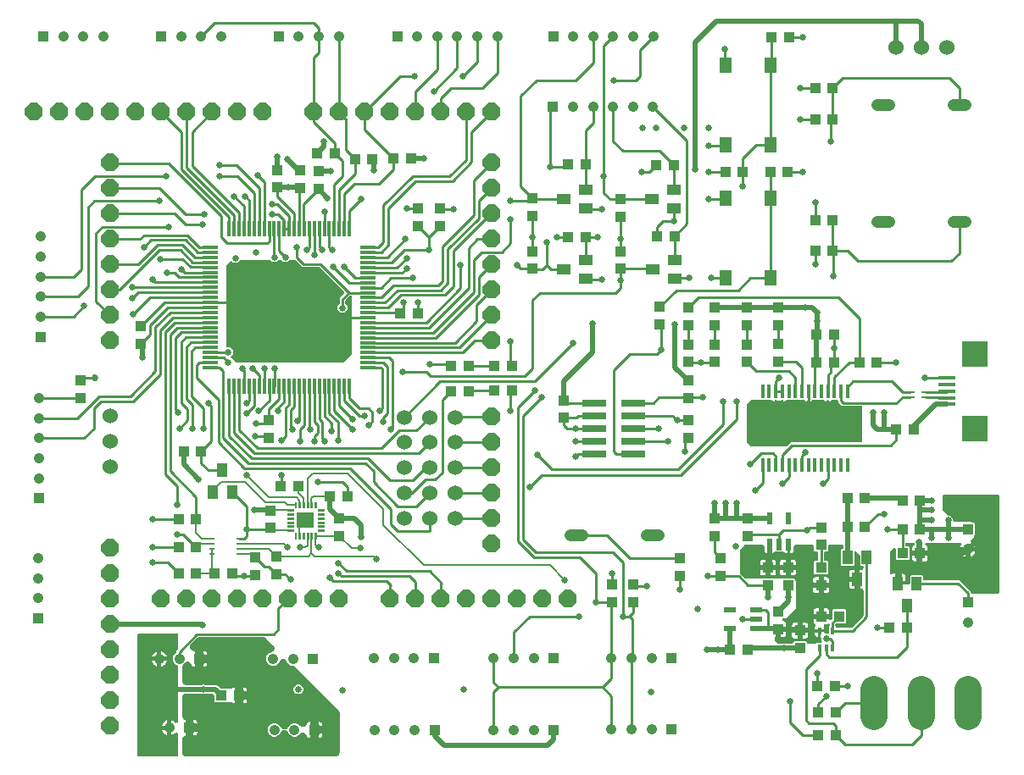
<source format=gtl>
G04 EAGLE Gerber RS-274X export*
G75*
%MOMM*%
%FSLAX34Y34*%
%LPD*%
%INTop Copper*%
%IPPOS*%
%AMOC8*
5,1,8,0,0,1.08239X$1,22.5*%
G01*
%ADD10R,0.350000X1.500000*%
%ADD11R,1.500000X0.350000*%
%ADD12R,1.050000X1.080000*%
%ADD13R,1.080000X1.050000*%
%ADD14R,1.050000X1.050000*%
%ADD15C,1.050000*%
%ADD16R,0.348000X1.397000*%
%ADD17R,0.550000X1.200000*%
%ADD18R,1.000000X1.400000*%
%ADD19C,1.524000*%
%ADD20R,0.850000X0.250000*%
%ADD21R,1.300000X1.550000*%
%ADD22P,1.924489X8X292.500000*%
%ADD23P,1.924489X8X112.500000*%
%ADD24P,1.924489X8X22.500000*%
%ADD25P,1.924489X8X202.500000*%
%ADD26C,1.219200*%
%ADD27R,1.400000X1.000000*%
%ADD28R,1.750000X0.400000*%
%ADD29R,2.540000X2.540000*%
%ADD30R,0.400000X0.700000*%
%ADD31R,2.400000X0.760000*%
%ADD32R,1.220000X0.620000*%
%ADD33C,0.055000*%
%ADD34R,1.700000X1.540000*%
%ADD35R,0.500000X0.250000*%
%ADD36C,2.705100*%
%ADD37C,0.254000*%
%ADD38C,0.654800*%
%ADD39C,0.508000*%
%ADD40C,0.200000*%
%ADD41C,0.685800*%

G36*
X335229Y1795D02*
X335229Y1795D01*
X335460Y1805D01*
X335514Y1815D01*
X335568Y1819D01*
X335794Y1867D01*
X336020Y1909D01*
X336072Y1926D01*
X336126Y1938D01*
X336342Y2017D01*
X336560Y2090D01*
X336609Y2115D01*
X336661Y2134D01*
X336864Y2242D01*
X337069Y2345D01*
X337115Y2376D01*
X337163Y2402D01*
X337349Y2538D01*
X337538Y2669D01*
X337579Y2706D01*
X337623Y2739D01*
X337788Y2899D01*
X337957Y3055D01*
X337992Y3098D01*
X338031Y3136D01*
X338172Y3318D01*
X338318Y3496D01*
X338346Y3544D01*
X338380Y3587D01*
X338494Y3787D01*
X338613Y3984D01*
X338635Y4034D01*
X338662Y4082D01*
X338747Y4296D01*
X338838Y4507D01*
X338852Y4560D01*
X338872Y4611D01*
X338927Y4836D01*
X338987Y5057D01*
X338991Y5101D01*
X339007Y5165D01*
X339062Y5732D01*
X339059Y5798D01*
X339063Y5842D01*
X339063Y45000D01*
X339059Y45060D01*
X339061Y45121D01*
X339039Y45344D01*
X339023Y45568D01*
X339011Y45628D01*
X339005Y45688D01*
X338951Y45906D01*
X338904Y46126D01*
X338884Y46182D01*
X338869Y46241D01*
X338786Y46450D01*
X338708Y46661D01*
X338680Y46714D01*
X338658Y46770D01*
X338546Y46965D01*
X338440Y47163D01*
X338404Y47212D01*
X338374Y47264D01*
X338299Y47355D01*
X338103Y47623D01*
X337946Y47784D01*
X337873Y47873D01*
X294211Y91535D01*
X294166Y91575D01*
X294125Y91619D01*
X293951Y91761D01*
X293781Y91909D01*
X293730Y91942D01*
X293684Y91980D01*
X293491Y92097D01*
X293303Y92219D01*
X293248Y92244D01*
X293196Y92275D01*
X292990Y92364D01*
X292786Y92459D01*
X292728Y92476D01*
X292673Y92500D01*
X292456Y92558D01*
X292241Y92624D01*
X292181Y92633D01*
X292123Y92649D01*
X292006Y92660D01*
X291678Y92711D01*
X291453Y92714D01*
X291357Y92723D01*
X288862Y93757D01*
X286957Y95662D01*
X286454Y96876D01*
X286403Y96979D01*
X286360Y97086D01*
X286275Y97234D01*
X286200Y97386D01*
X286134Y97481D01*
X286077Y97581D01*
X285973Y97715D01*
X285876Y97855D01*
X285798Y97940D01*
X285728Y98031D01*
X285606Y98150D01*
X285491Y98274D01*
X285402Y98348D01*
X285319Y98428D01*
X285182Y98528D01*
X285050Y98636D01*
X284952Y98696D01*
X284858Y98764D01*
X284709Y98844D01*
X284563Y98932D01*
X284457Y98978D01*
X284356Y99032D01*
X284196Y99090D01*
X284040Y99157D01*
X283929Y99187D01*
X283820Y99227D01*
X283654Y99262D01*
X283490Y99307D01*
X283376Y99321D01*
X283263Y99345D01*
X283093Y99357D01*
X282925Y99378D01*
X282810Y99376D01*
X282695Y99384D01*
X282525Y99372D01*
X282355Y99370D01*
X282241Y99352D01*
X282126Y99344D01*
X281960Y99308D01*
X281792Y99282D01*
X281682Y99248D01*
X281569Y99224D01*
X281410Y99165D01*
X281247Y99116D01*
X281143Y99067D01*
X281034Y99027D01*
X280884Y98947D01*
X280731Y98875D01*
X280634Y98812D01*
X280532Y98758D01*
X280395Y98657D01*
X280253Y98565D01*
X280166Y98489D01*
X280073Y98421D01*
X279952Y98302D01*
X279823Y98191D01*
X279747Y98103D01*
X279665Y98023D01*
X279561Y97888D01*
X279450Y97760D01*
X279387Y97663D01*
X279317Y97572D01*
X279263Y97470D01*
X279141Y97281D01*
X279035Y97052D01*
X279001Y96994D01*
X278980Y96940D01*
X278946Y96876D01*
X278443Y95662D01*
X276538Y93757D01*
X274048Y92725D01*
X271352Y92725D01*
X268862Y93757D01*
X266957Y95662D01*
X265925Y98152D01*
X265925Y100848D01*
X266957Y103338D01*
X268862Y105243D01*
X271475Y106326D01*
X271630Y106403D01*
X271788Y106471D01*
X271885Y106530D01*
X271985Y106580D01*
X272127Y106678D01*
X272275Y106768D01*
X272362Y106839D01*
X272454Y106903D01*
X272582Y107020D01*
X272715Y107130D01*
X272791Y107213D01*
X272874Y107289D01*
X272983Y107423D01*
X273100Y107550D01*
X273164Y107643D01*
X273235Y107730D01*
X273325Y107877D01*
X273423Y108020D01*
X273473Y108120D01*
X273531Y108216D01*
X273600Y108375D01*
X273676Y108530D01*
X273712Y108636D01*
X273756Y108740D01*
X273802Y108906D01*
X273856Y109070D01*
X273877Y109181D01*
X273906Y109290D01*
X273928Y109461D01*
X273959Y109631D01*
X273963Y109743D01*
X273977Y109855D01*
X273975Y110027D01*
X273982Y110200D01*
X273971Y110312D01*
X273969Y110425D01*
X273942Y110595D01*
X273925Y110767D01*
X273898Y110876D01*
X273881Y110988D01*
X273831Y111153D01*
X273790Y111321D01*
X273748Y111425D01*
X273715Y111533D01*
X273642Y111689D01*
X273578Y111850D01*
X273522Y111947D01*
X273474Y112049D01*
X273380Y112194D01*
X273294Y112344D01*
X273240Y112410D01*
X273164Y112527D01*
X272802Y112942D01*
X272794Y112953D01*
X265731Y120015D01*
X265686Y120055D01*
X265645Y120099D01*
X265471Y120241D01*
X265301Y120389D01*
X265250Y120422D01*
X265204Y120460D01*
X265011Y120577D01*
X264823Y120699D01*
X264768Y120724D01*
X264716Y120755D01*
X264510Y120844D01*
X264306Y120939D01*
X264248Y120956D01*
X264193Y120980D01*
X263976Y121038D01*
X263761Y121104D01*
X263701Y121113D01*
X263643Y121129D01*
X263526Y121140D01*
X263198Y121191D01*
X262973Y121194D01*
X262858Y121205D01*
X199341Y121205D01*
X199280Y121201D01*
X199220Y121203D01*
X198997Y121181D01*
X198772Y121165D01*
X198713Y121153D01*
X198653Y121147D01*
X198435Y121093D01*
X198215Y121046D01*
X198158Y121026D01*
X198100Y121011D01*
X197891Y120928D01*
X197680Y120850D01*
X197627Y120822D01*
X197571Y120800D01*
X197376Y120688D01*
X197178Y120582D01*
X197129Y120546D01*
X197076Y120516D01*
X196985Y120441D01*
X196718Y120245D01*
X196557Y120088D01*
X196467Y120015D01*
X190679Y114227D01*
X190604Y114140D01*
X190521Y114060D01*
X190417Y113925D01*
X190306Y113797D01*
X190243Y113700D01*
X190173Y113609D01*
X190088Y113461D01*
X189996Y113319D01*
X189948Y113214D01*
X189890Y113114D01*
X189828Y112956D01*
X189756Y112802D01*
X189723Y112692D01*
X189680Y112585D01*
X189640Y112419D01*
X189591Y112257D01*
X189573Y112143D01*
X189546Y112031D01*
X189530Y111861D01*
X189504Y111694D01*
X189502Y111579D01*
X189491Y111464D01*
X189498Y111294D01*
X189496Y111124D01*
X189510Y111010D01*
X189515Y110894D01*
X189546Y110727D01*
X189568Y110559D01*
X189598Y110447D01*
X189619Y110334D01*
X189673Y110173D01*
X189718Y110009D01*
X189764Y109903D01*
X189801Y109794D01*
X189877Y109642D01*
X189944Y109486D01*
X190004Y109388D01*
X190056Y109285D01*
X190152Y109145D01*
X190241Y109000D01*
X190314Y108911D01*
X190380Y108816D01*
X190495Y108691D01*
X190603Y108559D01*
X190688Y108482D01*
X190766Y108397D01*
X190898Y108289D01*
X191023Y108174D01*
X191118Y108109D01*
X191207Y108036D01*
X191352Y107948D01*
X191493Y107852D01*
X191596Y107800D01*
X191694Y107741D01*
X191850Y107674D01*
X192003Y107598D01*
X192112Y107562D01*
X192218Y107516D01*
X192382Y107472D01*
X192543Y107418D01*
X192657Y107397D01*
X192768Y107367D01*
X192882Y107356D01*
X193104Y107316D01*
X193436Y107302D01*
X193553Y107291D01*
X194937Y107291D01*
X194937Y99500D01*
X194937Y91709D01*
X193500Y91709D01*
X193009Y91807D01*
X192547Y91998D01*
X192130Y92277D01*
X191777Y92630D01*
X191498Y93047D01*
X191267Y93606D01*
X191194Y93873D01*
X191193Y93875D01*
X191193Y93876D01*
X191092Y94110D01*
X190968Y94397D01*
X190967Y94398D01*
X190967Y94399D01*
X190819Y94642D01*
X190672Y94883D01*
X190671Y94884D01*
X190670Y94886D01*
X190506Y95086D01*
X190310Y95324D01*
X190309Y95325D01*
X190308Y95326D01*
X190110Y95508D01*
X189891Y95709D01*
X189889Y95710D01*
X189888Y95711D01*
X189655Y95871D01*
X189421Y96032D01*
X189420Y96033D01*
X189419Y96034D01*
X189182Y96151D01*
X188911Y96286D01*
X188910Y96287D01*
X188908Y96287D01*
X188670Y96367D01*
X188371Y96466D01*
X188369Y96467D01*
X188368Y96467D01*
X188104Y96515D01*
X187810Y96569D01*
X187809Y96569D01*
X187807Y96570D01*
X187526Y96581D01*
X187241Y96593D01*
X187239Y96593D01*
X187238Y96593D01*
X186963Y96565D01*
X186674Y96536D01*
X186672Y96536D01*
X186671Y96536D01*
X186415Y96473D01*
X186120Y96401D01*
X186119Y96401D01*
X186118Y96400D01*
X185871Y96302D01*
X185591Y96190D01*
X185590Y96189D01*
X185589Y96189D01*
X185337Y96045D01*
X185097Y95907D01*
X185096Y95906D01*
X185094Y95905D01*
X185088Y95900D01*
X184647Y95557D01*
X184551Y95458D01*
X184485Y95404D01*
X183127Y94046D01*
X183087Y94000D01*
X183043Y93959D01*
X182998Y93905D01*
X182969Y93876D01*
X182883Y93765D01*
X182753Y93616D01*
X182720Y93565D01*
X182682Y93518D01*
X182646Y93460D01*
X182620Y93425D01*
X182548Y93299D01*
X182443Y93138D01*
X182418Y93083D01*
X182387Y93031D01*
X182361Y92971D01*
X182338Y92930D01*
X182282Y92790D01*
X182203Y92621D01*
X182186Y92563D01*
X182162Y92507D01*
X182146Y92447D01*
X182128Y92401D01*
X182091Y92248D01*
X182038Y92075D01*
X182029Y92016D01*
X182013Y91957D01*
X182009Y91909D01*
X181994Y91847D01*
X181978Y91684D01*
X181951Y91512D01*
X181949Y91394D01*
X181938Y91280D01*
X181941Y91216D01*
X181937Y91173D01*
X181937Y77128D01*
X181953Y76899D01*
X181963Y76668D01*
X181973Y76614D01*
X181977Y76560D01*
X182025Y76334D01*
X182067Y76108D01*
X182084Y76056D01*
X182096Y76002D01*
X182175Y75786D01*
X182248Y75568D01*
X182273Y75519D01*
X182292Y75467D01*
X182400Y75264D01*
X182503Y75059D01*
X182534Y75013D01*
X182560Y74965D01*
X182696Y74779D01*
X182827Y74590D01*
X182864Y74549D01*
X182897Y74505D01*
X183057Y74340D01*
X183213Y74171D01*
X183256Y74136D01*
X183294Y74097D01*
X183476Y73956D01*
X183654Y73810D01*
X183702Y73782D01*
X183745Y73748D01*
X183945Y73634D01*
X184142Y73515D01*
X184192Y73493D01*
X184240Y73466D01*
X184454Y73381D01*
X184665Y73290D01*
X184718Y73276D01*
X184769Y73256D01*
X184994Y73201D01*
X185215Y73141D01*
X185259Y73137D01*
X185323Y73121D01*
X185890Y73066D01*
X185956Y73069D01*
X186000Y73065D01*
X199465Y73065D01*
X199583Y73073D01*
X199701Y73072D01*
X199867Y73093D01*
X200034Y73105D01*
X200149Y73129D01*
X200266Y73144D01*
X200375Y73178D01*
X200591Y73224D01*
X200909Y73340D01*
X201020Y73374D01*
X202045Y73799D01*
X203955Y73799D01*
X204980Y73374D01*
X205092Y73337D01*
X205200Y73290D01*
X205361Y73246D01*
X205520Y73193D01*
X205636Y73172D01*
X205750Y73141D01*
X205864Y73130D01*
X206081Y73090D01*
X206419Y73076D01*
X206535Y73065D01*
X216059Y73065D01*
X217553Y72446D01*
X218884Y71115D01*
X218929Y71075D01*
X218970Y71031D01*
X219144Y70889D01*
X219314Y70741D01*
X219364Y70708D01*
X219411Y70670D01*
X219604Y70553D01*
X219792Y70431D01*
X219847Y70406D01*
X219898Y70375D01*
X220105Y70286D01*
X220309Y70191D01*
X220367Y70174D01*
X220422Y70150D01*
X220639Y70092D01*
X220854Y70026D01*
X220914Y70017D01*
X220972Y70001D01*
X221089Y69990D01*
X221417Y69939D01*
X221642Y69936D01*
X221757Y69925D01*
X227402Y69925D01*
X227529Y69866D01*
X227739Y69762D01*
X227787Y69746D01*
X227834Y69725D01*
X228058Y69657D01*
X228279Y69583D01*
X228330Y69574D01*
X228379Y69559D01*
X228611Y69523D01*
X228840Y69482D01*
X228891Y69480D01*
X228942Y69472D01*
X229172Y69469D01*
X229183Y69468D01*
X229192Y69468D01*
X229410Y69460D01*
X229461Y69465D01*
X229512Y69464D01*
X229726Y69492D01*
X229753Y69493D01*
X229776Y69497D01*
X229976Y69518D01*
X230026Y69530D01*
X230077Y69536D01*
X230270Y69589D01*
X230313Y69597D01*
X230351Y69610D01*
X230530Y69654D01*
X230577Y69673D01*
X230627Y69687D01*
X230794Y69759D01*
X230853Y69779D01*
X230892Y69800D01*
X231058Y69867D01*
X231103Y69892D01*
X231150Y69913D01*
X231349Y70035D01*
X231552Y70151D01*
X231570Y70166D01*
X231622Y70201D01*
X231636Y70209D01*
X231641Y70214D01*
X232297Y70652D01*
X232759Y70843D01*
X233250Y70941D01*
X234687Y70941D01*
X234687Y63000D01*
X234687Y55059D01*
X233250Y55059D01*
X232759Y55157D01*
X232297Y55348D01*
X231548Y55849D01*
X231470Y55893D01*
X231342Y55981D01*
X231296Y56004D01*
X231253Y56032D01*
X231111Y56098D01*
X231053Y56131D01*
X230988Y56157D01*
X230832Y56235D01*
X230783Y56251D01*
X230736Y56273D01*
X230568Y56324D01*
X230523Y56342D01*
X230474Y56354D01*
X230291Y56415D01*
X230240Y56424D01*
X230191Y56439D01*
X229999Y56469D01*
X229970Y56476D01*
X229937Y56480D01*
X229730Y56517D01*
X229679Y56519D01*
X229629Y56527D01*
X229417Y56531D01*
X229403Y56532D01*
X229386Y56531D01*
X229161Y56540D01*
X229110Y56535D01*
X229059Y56536D01*
X228834Y56508D01*
X228833Y56508D01*
X228832Y56508D01*
X228827Y56507D01*
X228594Y56484D01*
X228544Y56471D01*
X228493Y56465D01*
X228267Y56404D01*
X228041Y56348D01*
X227993Y56329D01*
X227944Y56316D01*
X227729Y56223D01*
X227512Y56136D01*
X227467Y56111D01*
X227420Y56091D01*
X227395Y56075D01*
X215368Y56075D01*
X214475Y56968D01*
X214475Y60872D01*
X214459Y61101D01*
X214449Y61332D01*
X214439Y61386D01*
X214435Y61440D01*
X214387Y61665D01*
X214345Y61892D01*
X214328Y61944D01*
X214316Y61998D01*
X214237Y62214D01*
X214164Y62432D01*
X214139Y62481D01*
X214120Y62533D01*
X214012Y62736D01*
X213909Y62941D01*
X213878Y62987D01*
X213852Y63035D01*
X213716Y63221D01*
X213585Y63410D01*
X213548Y63451D01*
X213515Y63495D01*
X213355Y63660D01*
X213199Y63829D01*
X213156Y63864D01*
X213118Y63903D01*
X212936Y64044D01*
X212758Y64190D01*
X212710Y64218D01*
X212667Y64252D01*
X212467Y64366D01*
X212270Y64485D01*
X212220Y64507D01*
X212172Y64534D01*
X211958Y64619D01*
X211747Y64710D01*
X211694Y64724D01*
X211643Y64744D01*
X211418Y64799D01*
X211197Y64859D01*
X211153Y64863D01*
X211089Y64879D01*
X210522Y64934D01*
X210456Y64931D01*
X210412Y64935D01*
X206535Y64935D01*
X206417Y64927D01*
X206299Y64928D01*
X206133Y64907D01*
X205966Y64895D01*
X205851Y64871D01*
X205734Y64856D01*
X205625Y64822D01*
X205409Y64776D01*
X205091Y64660D01*
X204980Y64626D01*
X203955Y64201D01*
X202045Y64201D01*
X201020Y64626D01*
X200908Y64663D01*
X200800Y64710D01*
X200639Y64754D01*
X200480Y64807D01*
X200364Y64828D01*
X200250Y64859D01*
X200136Y64870D01*
X199919Y64910D01*
X199581Y64924D01*
X199465Y64935D01*
X186000Y64935D01*
X185771Y64919D01*
X185540Y64909D01*
X185486Y64899D01*
X185432Y64895D01*
X185206Y64847D01*
X184980Y64805D01*
X184928Y64788D01*
X184874Y64776D01*
X184658Y64697D01*
X184440Y64624D01*
X184391Y64599D01*
X184339Y64580D01*
X184136Y64472D01*
X183931Y64369D01*
X183885Y64338D01*
X183837Y64312D01*
X183651Y64176D01*
X183462Y64045D01*
X183421Y64008D01*
X183377Y63975D01*
X183212Y63815D01*
X183043Y63659D01*
X183008Y63616D01*
X182969Y63578D01*
X182828Y63396D01*
X182682Y63218D01*
X182654Y63170D01*
X182620Y63127D01*
X182506Y62927D01*
X182387Y62730D01*
X182365Y62680D01*
X182338Y62632D01*
X182253Y62418D01*
X182162Y62207D01*
X182148Y62154D01*
X182128Y62103D01*
X182073Y61878D01*
X182013Y61657D01*
X182009Y61613D01*
X181994Y61549D01*
X181938Y60982D01*
X181941Y60916D01*
X181937Y60872D01*
X181937Y42354D01*
X181953Y42125D01*
X181963Y41894D01*
X181973Y41840D01*
X181977Y41786D01*
X182025Y41560D01*
X182067Y41334D01*
X182084Y41282D01*
X182096Y41228D01*
X182175Y41012D01*
X182248Y40794D01*
X182273Y40745D01*
X182292Y40693D01*
X182400Y40490D01*
X182503Y40285D01*
X182534Y40239D01*
X182560Y40191D01*
X182696Y40005D01*
X182827Y39816D01*
X182864Y39775D01*
X182897Y39731D01*
X183057Y39566D01*
X183213Y39397D01*
X183256Y39362D01*
X183294Y39323D01*
X183476Y39182D01*
X183654Y39036D01*
X183702Y39008D01*
X183745Y38974D01*
X183945Y38860D01*
X184142Y38741D01*
X184192Y38719D01*
X184240Y38692D01*
X184454Y38607D01*
X184665Y38516D01*
X184718Y38502D01*
X184769Y38482D01*
X184937Y38441D01*
X184937Y30500D01*
X184937Y22565D01*
X184928Y22562D01*
X184874Y22550D01*
X184658Y22471D01*
X184440Y22398D01*
X184391Y22373D01*
X184339Y22354D01*
X184137Y22246D01*
X183931Y22143D01*
X183885Y22112D01*
X183837Y22086D01*
X183651Y21950D01*
X183462Y21819D01*
X183421Y21782D01*
X183377Y21749D01*
X183212Y21589D01*
X183043Y21433D01*
X183008Y21390D01*
X182969Y21352D01*
X182828Y21170D01*
X182682Y20992D01*
X182654Y20944D01*
X182620Y20901D01*
X182506Y20702D01*
X182387Y20504D01*
X182365Y20454D01*
X182338Y20406D01*
X182253Y20192D01*
X182162Y19981D01*
X182148Y19928D01*
X182128Y19877D01*
X182073Y19653D01*
X182013Y19431D01*
X182009Y19386D01*
X181994Y19323D01*
X181938Y18756D01*
X181941Y18690D01*
X181937Y18646D01*
X181937Y5842D01*
X181953Y5613D01*
X181963Y5382D01*
X181973Y5328D01*
X181977Y5274D01*
X182025Y5048D01*
X182067Y4822D01*
X182084Y4770D01*
X182096Y4716D01*
X182175Y4500D01*
X182248Y4282D01*
X182273Y4233D01*
X182292Y4181D01*
X182400Y3978D01*
X182503Y3773D01*
X182534Y3727D01*
X182560Y3679D01*
X182696Y3493D01*
X182827Y3304D01*
X182864Y3263D01*
X182897Y3219D01*
X183057Y3054D01*
X183213Y2885D01*
X183256Y2850D01*
X183294Y2811D01*
X183476Y2670D01*
X183654Y2524D01*
X183702Y2496D01*
X183745Y2462D01*
X183945Y2348D01*
X184142Y2229D01*
X184192Y2207D01*
X184240Y2180D01*
X184454Y2095D01*
X184665Y2004D01*
X184718Y1990D01*
X184769Y1970D01*
X184994Y1915D01*
X185215Y1855D01*
X185259Y1851D01*
X185323Y1835D01*
X185890Y1780D01*
X185956Y1783D01*
X186000Y1779D01*
X335000Y1779D01*
X335229Y1795D01*
G37*
G36*
X343098Y395743D02*
X343098Y395743D01*
X343197Y395746D01*
X343255Y395763D01*
X343316Y395771D01*
X343408Y395807D01*
X343503Y395835D01*
X343555Y395865D01*
X343611Y395888D01*
X343691Y395946D01*
X343777Y395996D01*
X343852Y396062D01*
X343869Y396074D01*
X343876Y396084D01*
X343898Y396103D01*
X350898Y403103D01*
X350958Y403181D01*
X351026Y403253D01*
X351055Y403306D01*
X351092Y403354D01*
X351132Y403445D01*
X351180Y403531D01*
X351195Y403590D01*
X351219Y403646D01*
X351234Y403744D01*
X351259Y403839D01*
X351265Y403939D01*
X351269Y403960D01*
X351267Y403972D01*
X351269Y404000D01*
X351269Y461253D01*
X351252Y461390D01*
X351239Y461529D01*
X351232Y461548D01*
X351229Y461568D01*
X351178Y461697D01*
X351131Y461828D01*
X351120Y461845D01*
X351112Y461864D01*
X351031Y461976D01*
X350953Y462091D01*
X350937Y462105D01*
X350926Y462121D01*
X350818Y462210D01*
X350714Y462302D01*
X350696Y462311D01*
X350681Y462324D01*
X350555Y462383D01*
X350431Y462447D01*
X350411Y462451D01*
X350393Y462460D01*
X350257Y462486D01*
X350121Y462516D01*
X350100Y462516D01*
X350081Y462519D01*
X349942Y462511D01*
X349803Y462507D01*
X349783Y462501D01*
X349763Y462500D01*
X349631Y462457D01*
X349497Y462418D01*
X349480Y462408D01*
X349461Y462402D01*
X349343Y462327D01*
X349223Y462257D01*
X349202Y462238D01*
X349192Y462231D01*
X349178Y462217D01*
X349103Y462150D01*
X345166Y458214D01*
X345106Y458136D01*
X345038Y458064D01*
X345009Y458011D01*
X344972Y457963D01*
X344932Y457872D01*
X344884Y457785D01*
X344869Y457727D01*
X344845Y457671D01*
X344830Y457573D01*
X344805Y457477D01*
X344799Y457377D01*
X344795Y457357D01*
X344797Y457345D01*
X344795Y457317D01*
X344795Y454517D01*
X344807Y454419D01*
X344810Y454320D01*
X344827Y454262D01*
X344835Y454202D01*
X344871Y454110D01*
X344899Y454015D01*
X344929Y453963D01*
X344952Y453906D01*
X345010Y453826D01*
X345060Y453741D01*
X345126Y453665D01*
X345138Y453649D01*
X345148Y453641D01*
X345166Y453620D01*
X346799Y451988D01*
X346799Y448012D01*
X343988Y445201D01*
X340012Y445201D01*
X337201Y448012D01*
X337201Y451988D01*
X338834Y453620D01*
X338894Y453698D01*
X338962Y453770D01*
X338991Y453823D01*
X339028Y453871D01*
X339068Y453962D01*
X339116Y454049D01*
X339131Y454107D01*
X339155Y454163D01*
X339170Y454261D01*
X339195Y454357D01*
X339201Y454457D01*
X339205Y454477D01*
X339203Y454489D01*
X339205Y454517D01*
X339205Y460158D01*
X341214Y462166D01*
X343650Y464602D01*
X343723Y464697D01*
X343802Y464786D01*
X343820Y464822D01*
X343845Y464854D01*
X343892Y464963D01*
X343947Y465069D01*
X343955Y465108D01*
X343971Y465146D01*
X343990Y465263D01*
X344016Y465379D01*
X344015Y465420D01*
X344021Y465460D01*
X344010Y465578D01*
X344007Y465697D01*
X343995Y465736D01*
X343991Y465776D01*
X343951Y465889D01*
X343918Y466003D01*
X343898Y466037D01*
X343884Y466076D01*
X343817Y466174D01*
X343757Y466277D01*
X343717Y466322D01*
X343705Y466339D01*
X343690Y466352D01*
X343650Y466397D01*
X319214Y490834D01*
X319136Y490894D01*
X319064Y490962D01*
X319011Y490991D01*
X318963Y491028D01*
X318872Y491068D01*
X318785Y491116D01*
X318727Y491131D01*
X318671Y491155D01*
X318573Y491170D01*
X318477Y491195D01*
X318377Y491201D01*
X318357Y491205D01*
X318345Y491203D01*
X318317Y491205D01*
X301842Y491205D01*
X295214Y497833D01*
X295150Y497897D01*
X295072Y497958D01*
X295000Y498026D01*
X294947Y498055D01*
X294899Y498092D01*
X294808Y498132D01*
X294721Y498180D01*
X294663Y498195D01*
X294607Y498219D01*
X294509Y498234D01*
X294413Y498259D01*
X294313Y498265D01*
X294293Y498269D01*
X294281Y498267D01*
X294253Y498269D01*
X289581Y498269D01*
X289483Y498257D01*
X289384Y498254D01*
X289326Y498237D01*
X289266Y498229D01*
X289174Y498193D01*
X289079Y498165D01*
X289027Y498135D01*
X288970Y498112D01*
X288890Y498054D01*
X288805Y498004D01*
X288729Y497938D01*
X288713Y497926D01*
X288705Y497916D01*
X288684Y497898D01*
X286988Y496201D01*
X283012Y496201D01*
X281316Y497898D01*
X281238Y497958D01*
X281166Y498026D01*
X281113Y498055D01*
X281065Y498092D01*
X280974Y498132D01*
X280887Y498180D01*
X280829Y498195D01*
X280773Y498219D01*
X280675Y498234D01*
X280579Y498259D01*
X280479Y498265D01*
X280459Y498269D01*
X280447Y498267D01*
X280419Y498269D01*
X278581Y498269D01*
X278483Y498257D01*
X278384Y498254D01*
X278326Y498237D01*
X278266Y498229D01*
X278174Y498193D01*
X278079Y498165D01*
X278027Y498135D01*
X277970Y498112D01*
X277890Y498054D01*
X277805Y498004D01*
X277729Y497938D01*
X277713Y497926D01*
X277705Y497916D01*
X277684Y497898D01*
X275988Y496201D01*
X272012Y496201D01*
X270316Y497898D01*
X270238Y497958D01*
X270166Y498026D01*
X270113Y498055D01*
X270065Y498092D01*
X269974Y498132D01*
X269887Y498180D01*
X269829Y498195D01*
X269773Y498219D01*
X269675Y498234D01*
X269579Y498259D01*
X269479Y498265D01*
X269459Y498269D01*
X269447Y498267D01*
X269419Y498269D01*
X240581Y498269D01*
X240483Y498257D01*
X240384Y498254D01*
X240326Y498237D01*
X240266Y498229D01*
X240174Y498193D01*
X240079Y498165D01*
X240027Y498135D01*
X239970Y498112D01*
X239890Y498054D01*
X239805Y498004D01*
X239729Y497938D01*
X239713Y497926D01*
X239705Y497916D01*
X239684Y497898D01*
X236988Y495201D01*
X233012Y495201D01*
X231607Y496607D01*
X231513Y496680D01*
X231423Y496759D01*
X231388Y496777D01*
X231356Y496802D01*
X231246Y496849D01*
X231140Y496903D01*
X231101Y496912D01*
X231064Y496928D01*
X230946Y496947D01*
X230830Y496973D01*
X230790Y496972D01*
X230750Y496978D01*
X230631Y496967D01*
X230512Y496963D01*
X230473Y496952D01*
X230433Y496948D01*
X230321Y496908D01*
X230207Y496875D01*
X230172Y496854D01*
X230134Y496841D01*
X230035Y496774D01*
X229933Y496713D01*
X229887Y496673D01*
X229871Y496662D01*
X229857Y496647D01*
X229812Y496607D01*
X226103Y492898D01*
X226042Y492819D01*
X225974Y492747D01*
X225945Y492694D01*
X225908Y492646D01*
X225868Y492555D01*
X225820Y492469D01*
X225805Y492410D01*
X225781Y492354D01*
X225766Y492256D01*
X225741Y492161D01*
X225735Y492061D01*
X225731Y492040D01*
X225733Y492028D01*
X225731Y492000D01*
X225731Y412068D01*
X225746Y411950D01*
X225753Y411831D01*
X225766Y411793D01*
X225771Y411752D01*
X225814Y411642D01*
X225851Y411529D01*
X225873Y411494D01*
X225888Y411457D01*
X225958Y411361D01*
X226021Y411260D01*
X226051Y411232D01*
X226074Y411199D01*
X226166Y411123D01*
X226253Y411042D01*
X226288Y411022D01*
X226319Y410997D01*
X226427Y410946D01*
X226531Y410888D01*
X226571Y410878D01*
X226607Y410861D01*
X226724Y410839D01*
X226839Y410809D01*
X226900Y410805D01*
X226920Y410801D01*
X226940Y410803D01*
X227000Y410799D01*
X229988Y410799D01*
X232799Y407988D01*
X232799Y404012D01*
X230893Y402107D01*
X230820Y402013D01*
X230741Y401923D01*
X230723Y401888D01*
X230698Y401856D01*
X230651Y401746D01*
X230597Y401640D01*
X230588Y401601D01*
X230572Y401564D01*
X230553Y401446D01*
X230527Y401330D01*
X230528Y401290D01*
X230522Y401250D01*
X230533Y401131D01*
X230537Y401012D01*
X230548Y400973D01*
X230552Y400933D01*
X230592Y400821D01*
X230625Y400707D01*
X230646Y400672D01*
X230659Y400634D01*
X230726Y400535D01*
X230787Y400433D01*
X230827Y400387D01*
X230838Y400371D01*
X230853Y400357D01*
X230893Y400312D01*
X235103Y396103D01*
X235181Y396042D01*
X235253Y395974D01*
X235306Y395945D01*
X235354Y395908D01*
X235445Y395868D01*
X235531Y395820D01*
X235590Y395805D01*
X235646Y395781D01*
X235744Y395766D01*
X235839Y395741D01*
X235939Y395735D01*
X235960Y395731D01*
X235972Y395733D01*
X236000Y395731D01*
X343000Y395731D01*
X343098Y395743D01*
G37*
G36*
X780517Y114743D02*
X780517Y114743D01*
X780616Y114746D01*
X780674Y114763D01*
X780734Y114771D01*
X780805Y114799D01*
X785187Y114799D01*
X785227Y114781D01*
X785325Y114766D01*
X785421Y114741D01*
X785521Y114735D01*
X785541Y114731D01*
X785553Y114733D01*
X785581Y114731D01*
X790806Y114731D01*
X790924Y114746D01*
X791043Y114753D01*
X791081Y114766D01*
X791122Y114771D01*
X791232Y114814D01*
X791345Y114851D01*
X791380Y114873D01*
X791417Y114888D01*
X791513Y114958D01*
X791614Y115021D01*
X791642Y115051D01*
X791675Y115074D01*
X791751Y115166D01*
X791832Y115253D01*
X791852Y115288D01*
X791877Y115319D01*
X791928Y115427D01*
X791986Y115531D01*
X791996Y115571D01*
X792013Y115607D01*
X792035Y115724D01*
X792065Y115839D01*
X792069Y115900D01*
X792073Y115920D01*
X792071Y115940D01*
X792075Y116000D01*
X792075Y116132D01*
X792968Y117025D01*
X805032Y117025D01*
X805925Y116132D01*
X805925Y116000D01*
X805940Y115882D01*
X805947Y115763D01*
X805960Y115725D01*
X805965Y115684D01*
X806008Y115574D01*
X806045Y115461D01*
X806067Y115426D01*
X806082Y115389D01*
X806151Y115293D01*
X806215Y115192D01*
X806245Y115164D01*
X806268Y115131D01*
X806360Y115056D01*
X806447Y114974D01*
X806482Y114954D01*
X806513Y114929D01*
X806621Y114878D01*
X806725Y114820D01*
X806765Y114810D01*
X806801Y114793D01*
X806918Y114771D01*
X807033Y114741D01*
X807093Y114737D01*
X807113Y114733D01*
X807134Y114735D01*
X807194Y114731D01*
X814549Y114731D01*
X814647Y114743D01*
X814746Y114746D01*
X814804Y114763D01*
X814864Y114771D01*
X814956Y114807D01*
X815051Y114835D01*
X815104Y114865D01*
X815160Y114888D01*
X815240Y114946D01*
X815325Y114996D01*
X815401Y115062D01*
X815417Y115074D01*
X815425Y115084D01*
X815446Y115103D01*
X815868Y115525D01*
X819625Y115525D01*
X819763Y115542D01*
X819901Y115555D01*
X819920Y115562D01*
X819940Y115565D01*
X820070Y115616D01*
X820200Y115663D01*
X820217Y115674D01*
X820236Y115682D01*
X820348Y115763D01*
X820463Y115841D01*
X820477Y115857D01*
X820493Y115868D01*
X820582Y115976D01*
X820674Y116080D01*
X820683Y116098D01*
X820696Y116113D01*
X820755Y116239D01*
X820818Y116363D01*
X820823Y116383D01*
X820832Y116401D01*
X820858Y116538D01*
X820888Y116673D01*
X820887Y116694D01*
X820891Y116713D01*
X820883Y116852D01*
X820878Y116991D01*
X820873Y117011D01*
X820872Y117031D01*
X820829Y117163D01*
X820790Y117297D01*
X820780Y117314D01*
X820774Y117333D01*
X820699Y117451D01*
X820628Y117571D01*
X820610Y117592D01*
X820603Y117602D01*
X820588Y117616D01*
X820522Y117691D01*
X820201Y118012D01*
X820201Y120190D01*
X820186Y120308D01*
X820179Y120427D01*
X820166Y120465D01*
X820161Y120506D01*
X820118Y120616D01*
X820081Y120729D01*
X820059Y120764D01*
X820044Y120801D01*
X819975Y120897D01*
X819911Y120998D01*
X819881Y121026D01*
X819858Y121059D01*
X819769Y121132D01*
X819769Y126231D01*
X823041Y126231D01*
X823041Y126068D01*
X823056Y125950D01*
X823063Y125831D01*
X823076Y125793D01*
X823081Y125752D01*
X823124Y125642D01*
X823161Y125529D01*
X823183Y125494D01*
X823198Y125457D01*
X823267Y125361D01*
X823331Y125260D01*
X823361Y125232D01*
X823384Y125199D01*
X823476Y125123D01*
X823563Y125042D01*
X823598Y125022D01*
X823629Y124997D01*
X823737Y124946D01*
X823841Y124888D01*
X823881Y124878D01*
X823917Y124861D01*
X824034Y124839D01*
X824149Y124809D01*
X824209Y124805D01*
X824229Y124801D01*
X824250Y124803D01*
X824310Y124799D01*
X826706Y124799D01*
X826824Y124814D01*
X826943Y124821D01*
X826981Y124834D01*
X827022Y124839D01*
X827132Y124882D01*
X827245Y124919D01*
X827280Y124941D01*
X827317Y124956D01*
X827413Y125025D01*
X827514Y125089D01*
X827542Y125119D01*
X827575Y125142D01*
X827651Y125234D01*
X827732Y125321D01*
X827752Y125356D01*
X827777Y125387D01*
X827828Y125495D01*
X827886Y125599D01*
X827896Y125639D01*
X827913Y125675D01*
X827935Y125792D01*
X827965Y125907D01*
X827969Y125967D01*
X827973Y125987D01*
X827971Y126008D01*
X827975Y126068D01*
X827975Y131632D01*
X828334Y131990D01*
X828394Y132068D01*
X828462Y132140D01*
X828491Y132193D01*
X828528Y132241D01*
X828568Y132332D01*
X828616Y132419D01*
X828631Y132477D01*
X828655Y132533D01*
X828670Y132631D01*
X828695Y132727D01*
X828701Y132827D01*
X828705Y132847D01*
X828703Y132859D01*
X828705Y132887D01*
X828705Y133318D01*
X828689Y133449D01*
X828678Y133582D01*
X828669Y133607D01*
X828665Y133634D01*
X828617Y133757D01*
X828573Y133882D01*
X828558Y133905D01*
X828548Y133930D01*
X828471Y134037D01*
X828397Y134147D01*
X828377Y134165D01*
X828362Y134187D01*
X828259Y134272D01*
X828161Y134360D01*
X828137Y134373D01*
X828117Y134390D01*
X827997Y134446D01*
X827880Y134508D01*
X827853Y134514D01*
X827829Y134525D01*
X827699Y134550D01*
X827570Y134581D01*
X827543Y134580D01*
X827517Y134585D01*
X827385Y134577D01*
X827252Y134574D01*
X827226Y134567D01*
X827199Y134565D01*
X827073Y134525D01*
X826946Y134489D01*
X826911Y134472D01*
X826897Y134467D01*
X826878Y134456D01*
X826801Y134418D01*
X826481Y134232D01*
X825834Y134059D01*
X823866Y134059D01*
X823734Y134043D01*
X823603Y134032D01*
X823577Y134023D01*
X823550Y134019D01*
X823427Y133971D01*
X823302Y133927D01*
X823280Y133912D01*
X823255Y133902D01*
X823148Y133825D01*
X823037Y133751D01*
X823019Y133731D01*
X822997Y133716D01*
X822913Y133614D01*
X822824Y133515D01*
X822812Y133491D01*
X822795Y133471D01*
X822738Y133351D01*
X822677Y133233D01*
X822670Y133207D01*
X822659Y133183D01*
X822634Y133053D01*
X822604Y132924D01*
X822604Y132897D01*
X822599Y132871D01*
X822607Y132739D01*
X822610Y132606D01*
X822617Y132580D01*
X822619Y132553D01*
X822660Y132427D01*
X822695Y132300D01*
X822712Y132265D01*
X822717Y132251D01*
X822729Y132232D01*
X822767Y132155D01*
X822868Y131981D01*
X823041Y131334D01*
X823041Y128769D01*
X818500Y128769D01*
X813959Y128769D01*
X813959Y131334D01*
X814132Y131981D01*
X814445Y132521D01*
X814491Y132631D01*
X814544Y132738D01*
X814552Y132777D01*
X814568Y132814D01*
X814585Y132932D01*
X814610Y133049D01*
X814608Y133089D01*
X814614Y133129D01*
X814602Y133248D01*
X814597Y133366D01*
X814585Y133405D01*
X814581Y133445D01*
X814540Y133557D01*
X814505Y133671D01*
X814484Y133706D01*
X814470Y133744D01*
X814403Y133841D01*
X814341Y133943D01*
X814312Y133972D01*
X814289Y134005D01*
X814199Y134083D01*
X814114Y134166D01*
X814064Y134199D01*
X814048Y134213D01*
X814030Y134222D01*
X813980Y134255D01*
X813440Y134567D01*
X812967Y135040D01*
X812632Y135619D01*
X812459Y136266D01*
X812459Y139461D01*
X818980Y139461D01*
X819098Y139476D01*
X819217Y139483D01*
X819255Y139496D01*
X819295Y139501D01*
X819406Y139544D01*
X819519Y139581D01*
X819554Y139603D01*
X819591Y139618D01*
X819687Y139688D01*
X819788Y139751D01*
X819816Y139781D01*
X819848Y139805D01*
X819924Y139896D01*
X820006Y139983D01*
X820025Y140018D01*
X820051Y140049D01*
X820102Y140157D01*
X820159Y140261D01*
X820170Y140301D01*
X820187Y140337D01*
X820209Y140454D01*
X820239Y140569D01*
X820243Y140630D01*
X820247Y140650D01*
X820245Y140670D01*
X820249Y140730D01*
X820249Y142001D01*
X820251Y142001D01*
X820251Y140730D01*
X820266Y140612D01*
X820273Y140493D01*
X820286Y140455D01*
X820291Y140415D01*
X820335Y140304D01*
X820371Y140191D01*
X820393Y140156D01*
X820408Y140119D01*
X820478Y140023D01*
X820541Y139922D01*
X820571Y139894D01*
X820595Y139861D01*
X820686Y139786D01*
X820773Y139704D01*
X820808Y139684D01*
X820840Y139659D01*
X820947Y139608D01*
X821051Y139550D01*
X821091Y139540D01*
X821127Y139523D01*
X821244Y139501D01*
X821359Y139471D01*
X821420Y139467D01*
X821440Y139463D01*
X821460Y139465D01*
X821520Y139461D01*
X828041Y139461D01*
X828041Y139307D01*
X828058Y139169D01*
X828071Y139031D01*
X828078Y139012D01*
X828081Y138992D01*
X828132Y138862D01*
X828179Y138732D01*
X828190Y138715D01*
X828198Y138696D01*
X828279Y138584D01*
X828357Y138468D01*
X828373Y138455D01*
X828384Y138439D01*
X828491Y138350D01*
X828596Y138258D01*
X828614Y138249D01*
X828629Y138236D01*
X828755Y138177D01*
X828879Y138113D01*
X828899Y138109D01*
X828917Y138100D01*
X829053Y138074D01*
X829189Y138044D01*
X829210Y138044D01*
X829229Y138041D01*
X829368Y138049D01*
X829507Y138053D01*
X829527Y138059D01*
X829547Y138060D01*
X829679Y138103D01*
X829813Y138142D01*
X829830Y138152D01*
X829849Y138158D01*
X829967Y138233D01*
X830087Y138303D01*
X830108Y138322D01*
X830118Y138329D01*
X830132Y138343D01*
X830208Y138410D01*
X830604Y138806D01*
X830664Y138884D01*
X830732Y138956D01*
X830761Y139009D01*
X830798Y139057D01*
X830838Y139148D01*
X830886Y139235D01*
X830901Y139293D01*
X830925Y139349D01*
X830940Y139447D01*
X830965Y139543D01*
X830971Y139643D01*
X830975Y139663D01*
X830973Y139675D01*
X830975Y139703D01*
X830975Y148032D01*
X831868Y148925D01*
X843632Y148925D01*
X844525Y148032D01*
X844525Y135968D01*
X843632Y135075D01*
X835564Y135075D01*
X835446Y135060D01*
X835327Y135053D01*
X835289Y135040D01*
X835248Y135035D01*
X835138Y134992D01*
X835025Y134955D01*
X834990Y134933D01*
X834953Y134918D01*
X834857Y134849D01*
X834756Y134785D01*
X834728Y134755D01*
X834695Y134732D01*
X834619Y134640D01*
X834538Y134553D01*
X834518Y134518D01*
X834493Y134487D01*
X834442Y134379D01*
X834384Y134275D01*
X834374Y134235D01*
X834357Y134199D01*
X834335Y134082D01*
X834305Y133967D01*
X834301Y133907D01*
X834297Y133887D01*
X834299Y133866D01*
X834298Y133852D01*
X834297Y133850D01*
X834297Y133848D01*
X834295Y133806D01*
X834295Y132887D01*
X834307Y132789D01*
X834310Y132690D01*
X834327Y132632D01*
X834335Y132572D01*
X834371Y132480D01*
X834399Y132385D01*
X834429Y132332D01*
X834452Y132276D01*
X834510Y132196D01*
X834560Y132111D01*
X834626Y132035D01*
X834638Y132019D01*
X834648Y132011D01*
X834666Y131990D01*
X835025Y131632D01*
X835025Y131564D01*
X835040Y131446D01*
X835047Y131327D01*
X835060Y131289D01*
X835065Y131248D01*
X835108Y131138D01*
X835145Y131025D01*
X835167Y130990D01*
X835182Y130953D01*
X835251Y130857D01*
X835315Y130756D01*
X835345Y130728D01*
X835368Y130695D01*
X835460Y130619D01*
X835547Y130538D01*
X835582Y130518D01*
X835613Y130493D01*
X835721Y130442D01*
X835825Y130384D01*
X835865Y130374D01*
X835901Y130357D01*
X836018Y130335D01*
X836133Y130305D01*
X836193Y130301D01*
X836213Y130297D01*
X836234Y130299D01*
X836294Y130295D01*
X849817Y130295D01*
X849915Y130307D01*
X850014Y130310D01*
X850072Y130327D01*
X850132Y130335D01*
X850224Y130371D01*
X850319Y130399D01*
X850372Y130429D01*
X850428Y130452D01*
X850508Y130510D01*
X850593Y130560D01*
X850669Y130626D01*
X850685Y130638D01*
X850693Y130648D01*
X850714Y130666D01*
X861898Y141850D01*
X861958Y141928D01*
X862026Y142000D01*
X862055Y142053D01*
X862092Y142101D01*
X862132Y142192D01*
X862180Y142279D01*
X862195Y142337D01*
X862219Y142393D01*
X862234Y142491D01*
X862259Y142587D01*
X862265Y142687D01*
X862269Y142707D01*
X862267Y142719D01*
X862269Y142747D01*
X862269Y168190D01*
X862254Y168308D01*
X862247Y168427D01*
X862234Y168465D01*
X862229Y168506D01*
X862186Y168616D01*
X862149Y168729D01*
X862127Y168764D01*
X862112Y168801D01*
X862043Y168897D01*
X861979Y168998D01*
X861949Y169026D01*
X861926Y169059D01*
X861834Y169135D01*
X861747Y169216D01*
X861712Y169236D01*
X861681Y169261D01*
X861573Y169312D01*
X861469Y169370D01*
X861429Y169380D01*
X861393Y169397D01*
X861276Y169419D01*
X861161Y169449D01*
X861101Y169453D01*
X861081Y169457D01*
X861060Y169455D01*
X861000Y169459D01*
X858499Y169459D01*
X858499Y177770D01*
X858484Y177888D01*
X858477Y178007D01*
X858464Y178045D01*
X858459Y178085D01*
X858416Y178196D01*
X858379Y178309D01*
X858357Y178343D01*
X858342Y178381D01*
X858273Y178477D01*
X858209Y178578D01*
X858179Y178606D01*
X858156Y178638D01*
X858064Y178714D01*
X857977Y178796D01*
X857942Y178815D01*
X857911Y178841D01*
X857803Y178892D01*
X857699Y178949D01*
X857659Y178959D01*
X857623Y178977D01*
X857516Y178997D01*
X857546Y179001D01*
X857656Y179045D01*
X857769Y179081D01*
X857804Y179103D01*
X857841Y179118D01*
X857937Y179188D01*
X858038Y179251D01*
X858066Y179281D01*
X858099Y179305D01*
X858175Y179396D01*
X858256Y179483D01*
X858276Y179518D01*
X858301Y179550D01*
X858352Y179657D01*
X858410Y179762D01*
X858420Y179801D01*
X858437Y179837D01*
X858459Y179954D01*
X858489Y180070D01*
X858493Y180130D01*
X858497Y180150D01*
X858495Y180170D01*
X858499Y180230D01*
X858499Y188541D01*
X861000Y188541D01*
X861118Y188556D01*
X861237Y188563D01*
X861275Y188576D01*
X861316Y188581D01*
X861426Y188624D01*
X861539Y188661D01*
X861574Y188683D01*
X861611Y188698D01*
X861707Y188767D01*
X861808Y188831D01*
X861836Y188861D01*
X861869Y188884D01*
X861945Y188976D01*
X862026Y189063D01*
X862046Y189098D01*
X862071Y189129D01*
X862122Y189237D01*
X862180Y189341D01*
X862190Y189381D01*
X862207Y189417D01*
X862229Y189534D01*
X862259Y189649D01*
X862263Y189709D01*
X862267Y189729D01*
X862265Y189750D01*
X862269Y189810D01*
X862269Y191206D01*
X862254Y191324D01*
X862247Y191443D01*
X862234Y191481D01*
X862229Y191522D01*
X862186Y191632D01*
X862149Y191745D01*
X862127Y191780D01*
X862112Y191817D01*
X862043Y191913D01*
X861979Y192014D01*
X861949Y192042D01*
X861926Y192075D01*
X861834Y192151D01*
X861747Y192232D01*
X861712Y192252D01*
X861681Y192277D01*
X861573Y192328D01*
X861469Y192386D01*
X861429Y192396D01*
X861393Y192413D01*
X861276Y192435D01*
X861161Y192465D01*
X861101Y192469D01*
X861081Y192473D01*
X861060Y192471D01*
X861000Y192475D01*
X859868Y192475D01*
X858975Y193368D01*
X858975Y202294D01*
X858963Y202392D01*
X858960Y202491D01*
X858943Y202549D01*
X858935Y202610D01*
X858899Y202702D01*
X858871Y202797D01*
X858841Y202849D01*
X858818Y202905D01*
X858760Y202985D01*
X858710Y203071D01*
X858672Y203114D01*
X858670Y203117D01*
X858665Y203121D01*
X858644Y203146D01*
X858632Y203163D01*
X858622Y203170D01*
X858604Y203191D01*
X855191Y206604D01*
X855082Y206689D01*
X854975Y206777D01*
X854956Y206786D01*
X854940Y206798D01*
X854812Y206854D01*
X854687Y206913D01*
X854667Y206917D01*
X854648Y206925D01*
X854510Y206947D01*
X854374Y206973D01*
X854354Y206971D01*
X854334Y206975D01*
X854195Y206962D01*
X854057Y206953D01*
X854038Y206947D01*
X854018Y206945D01*
X853886Y206898D01*
X853755Y206855D01*
X853737Y206844D01*
X853718Y206837D01*
X853603Y206759D01*
X853486Y206685D01*
X853472Y206670D01*
X853455Y206659D01*
X853363Y206555D01*
X853268Y206453D01*
X853258Y206435D01*
X853245Y206420D01*
X853181Y206296D01*
X853114Y206175D01*
X853109Y206155D01*
X853100Y206137D01*
X853070Y206001D01*
X853035Y205867D01*
X853033Y205839D01*
X853030Y205827D01*
X853031Y205806D01*
X853025Y205706D01*
X853025Y193368D01*
X852132Y192475D01*
X840868Y192475D01*
X839975Y193368D01*
X839975Y208632D01*
X840868Y209525D01*
X841166Y209525D01*
X841284Y209540D01*
X841403Y209547D01*
X841441Y209560D01*
X841482Y209565D01*
X841592Y209608D01*
X841705Y209645D01*
X841740Y209667D01*
X841777Y209682D01*
X841873Y209751D01*
X841974Y209815D01*
X842002Y209845D01*
X842035Y209868D01*
X842111Y209960D01*
X842192Y210047D01*
X842212Y210082D01*
X842237Y210113D01*
X842288Y210221D01*
X842346Y210325D01*
X842356Y210365D01*
X842373Y210401D01*
X842395Y210518D01*
X842425Y210633D01*
X842429Y210693D01*
X842433Y210713D01*
X842431Y210734D01*
X842435Y210794D01*
X842435Y212000D01*
X842420Y212118D01*
X842413Y212237D01*
X842400Y212275D01*
X842395Y212316D01*
X842352Y212426D01*
X842315Y212539D01*
X842293Y212574D01*
X842278Y212611D01*
X842209Y212707D01*
X842145Y212808D01*
X842115Y212836D01*
X842092Y212869D01*
X842000Y212945D01*
X841913Y213026D01*
X841878Y213046D01*
X841847Y213071D01*
X841739Y213122D01*
X841635Y213180D01*
X841595Y213190D01*
X841559Y213207D01*
X841442Y213229D01*
X841327Y213259D01*
X841267Y213263D01*
X841247Y213267D01*
X841226Y213265D01*
X841166Y213269D01*
X828194Y213269D01*
X828076Y213254D01*
X827957Y213247D01*
X827919Y213234D01*
X827878Y213229D01*
X827768Y213186D01*
X827655Y213149D01*
X827620Y213127D01*
X827583Y213112D01*
X827487Y213043D01*
X827386Y212979D01*
X827358Y212949D01*
X827325Y212926D01*
X827249Y212834D01*
X827168Y212747D01*
X827148Y212712D01*
X827123Y212681D01*
X827072Y212573D01*
X827014Y212469D01*
X827004Y212429D01*
X826987Y212393D01*
X826965Y212276D01*
X826935Y212161D01*
X826931Y212101D01*
X826927Y212081D01*
X826929Y212060D01*
X826925Y212000D01*
X826925Y207368D01*
X826032Y206475D01*
X824064Y206475D01*
X823946Y206460D01*
X823827Y206453D01*
X823789Y206440D01*
X823748Y206435D01*
X823638Y206392D01*
X823525Y206355D01*
X823490Y206333D01*
X823453Y206318D01*
X823357Y206249D01*
X823256Y206185D01*
X823228Y206155D01*
X823195Y206132D01*
X823119Y206040D01*
X823038Y205953D01*
X823018Y205918D01*
X822993Y205887D01*
X822942Y205779D01*
X822884Y205675D01*
X822874Y205635D01*
X822857Y205599D01*
X822835Y205482D01*
X822805Y205367D01*
X822801Y205307D01*
X822797Y205287D01*
X822799Y205266D01*
X822795Y205206D01*
X822795Y198794D01*
X822810Y198676D01*
X822817Y198557D01*
X822830Y198519D01*
X822835Y198478D01*
X822878Y198368D01*
X822915Y198255D01*
X822937Y198220D01*
X822952Y198183D01*
X823021Y198087D01*
X823085Y197986D01*
X823115Y197958D01*
X823138Y197925D01*
X823230Y197849D01*
X823317Y197768D01*
X823352Y197748D01*
X823383Y197723D01*
X823491Y197672D01*
X823595Y197614D01*
X823635Y197604D01*
X823671Y197587D01*
X823788Y197565D01*
X823903Y197535D01*
X823963Y197531D01*
X823983Y197527D01*
X824004Y197529D01*
X824064Y197525D01*
X826032Y197525D01*
X826925Y196632D01*
X826925Y184868D01*
X826032Y183975D01*
X813968Y183975D01*
X813075Y184868D01*
X813075Y196632D01*
X813968Y197525D01*
X815936Y197525D01*
X816054Y197540D01*
X816173Y197547D01*
X816211Y197560D01*
X816252Y197565D01*
X816362Y197608D01*
X816475Y197645D01*
X816510Y197667D01*
X816547Y197682D01*
X816643Y197751D01*
X816744Y197815D01*
X816772Y197845D01*
X816805Y197868D01*
X816881Y197960D01*
X816962Y198047D01*
X816982Y198082D01*
X817007Y198113D01*
X817058Y198221D01*
X817116Y198325D01*
X817126Y198365D01*
X817143Y198401D01*
X817165Y198518D01*
X817195Y198633D01*
X817199Y198693D01*
X817203Y198713D01*
X817201Y198734D01*
X817205Y198794D01*
X817205Y205206D01*
X817190Y205324D01*
X817183Y205443D01*
X817170Y205481D01*
X817165Y205522D01*
X817122Y205632D01*
X817085Y205745D01*
X817063Y205780D01*
X817048Y205817D01*
X816979Y205913D01*
X816915Y206014D01*
X816885Y206042D01*
X816862Y206075D01*
X816770Y206151D01*
X816683Y206232D01*
X816648Y206252D01*
X816617Y206277D01*
X816509Y206328D01*
X816405Y206386D01*
X816365Y206396D01*
X816329Y206413D01*
X816212Y206435D01*
X816097Y206465D01*
X816037Y206469D01*
X816017Y206473D01*
X815996Y206471D01*
X815936Y206475D01*
X813968Y206475D01*
X813075Y207368D01*
X813075Y212000D01*
X813060Y212118D01*
X813053Y212237D01*
X813040Y212275D01*
X813035Y212316D01*
X812992Y212426D01*
X812955Y212539D01*
X812933Y212574D01*
X812918Y212611D01*
X812849Y212707D01*
X812785Y212808D01*
X812755Y212836D01*
X812732Y212869D01*
X812640Y212945D01*
X812553Y213026D01*
X812518Y213046D01*
X812487Y213071D01*
X812379Y213122D01*
X812275Y213180D01*
X812235Y213190D01*
X812199Y213207D01*
X812082Y213229D01*
X811967Y213259D01*
X811907Y213263D01*
X811887Y213267D01*
X811866Y213265D01*
X811806Y213269D01*
X794060Y213269D01*
X793942Y213254D01*
X793823Y213247D01*
X793785Y213234D01*
X793744Y213229D01*
X793634Y213186D01*
X793521Y213149D01*
X793486Y213127D01*
X793449Y213112D01*
X793353Y213043D01*
X793252Y212979D01*
X793224Y212949D01*
X793191Y212926D01*
X793115Y212834D01*
X793034Y212747D01*
X793014Y212712D01*
X792989Y212681D01*
X792938Y212573D01*
X792880Y212469D01*
X792870Y212429D01*
X792853Y212393D01*
X792831Y212276D01*
X792801Y212161D01*
X792797Y212101D01*
X792793Y212081D01*
X792795Y212060D01*
X792791Y212000D01*
X792791Y207666D01*
X792618Y207019D01*
X792283Y206440D01*
X791810Y205967D01*
X791231Y205632D01*
X790584Y205459D01*
X788874Y205459D01*
X788874Y212000D01*
X788859Y212118D01*
X788852Y212237D01*
X788839Y212275D01*
X788834Y212316D01*
X788791Y212426D01*
X788754Y212539D01*
X788732Y212574D01*
X788717Y212611D01*
X788648Y212707D01*
X788584Y212808D01*
X788554Y212836D01*
X788531Y212869D01*
X788439Y212945D01*
X788352Y213026D01*
X788317Y213046D01*
X788286Y213071D01*
X788178Y213122D01*
X788074Y213180D01*
X788034Y213190D01*
X787998Y213207D01*
X787881Y213229D01*
X787766Y213259D01*
X787706Y213263D01*
X787686Y213267D01*
X787665Y213265D01*
X787605Y213269D01*
X787395Y213269D01*
X787277Y213254D01*
X787158Y213247D01*
X787120Y213234D01*
X787079Y213229D01*
X786969Y213186D01*
X786856Y213149D01*
X786821Y213127D01*
X786784Y213112D01*
X786687Y213043D01*
X786587Y212979D01*
X786559Y212949D01*
X786526Y212926D01*
X786450Y212834D01*
X786369Y212747D01*
X786349Y212712D01*
X786324Y212681D01*
X786273Y212573D01*
X786215Y212469D01*
X786205Y212429D01*
X786188Y212393D01*
X786166Y212276D01*
X786136Y212161D01*
X786132Y212101D01*
X786128Y212081D01*
X786130Y212060D01*
X786126Y212000D01*
X786126Y205459D01*
X784416Y205459D01*
X783769Y205632D01*
X783190Y205967D01*
X782929Y206228D01*
X782835Y206301D01*
X782746Y206380D01*
X782710Y206398D01*
X782678Y206423D01*
X782568Y206470D01*
X782462Y206524D01*
X782423Y206533D01*
X782386Y206549D01*
X782268Y206568D01*
X782152Y206594D01*
X782112Y206593D01*
X782072Y206599D01*
X781953Y206588D01*
X781834Y206584D01*
X781795Y206573D01*
X781755Y206569D01*
X781643Y206529D01*
X781529Y206496D01*
X781494Y206475D01*
X774495Y206475D01*
X774399Y206524D01*
X774360Y206533D01*
X774323Y206549D01*
X774205Y206568D01*
X774089Y206594D01*
X774049Y206593D01*
X774009Y206599D01*
X773890Y206588D01*
X773771Y206584D01*
X773732Y206573D01*
X773692Y206569D01*
X773580Y206529D01*
X773466Y206496D01*
X773431Y206475D01*
X773393Y206462D01*
X773294Y206395D01*
X773192Y206334D01*
X773147Y206294D01*
X773130Y206283D01*
X773116Y206268D01*
X773071Y206228D01*
X772810Y205967D01*
X772231Y205632D01*
X771584Y205459D01*
X769874Y205459D01*
X769874Y212000D01*
X769859Y212118D01*
X769852Y212237D01*
X769839Y212275D01*
X769834Y212316D01*
X769791Y212426D01*
X769754Y212539D01*
X769732Y212574D01*
X769717Y212611D01*
X769648Y212707D01*
X769584Y212808D01*
X769554Y212836D01*
X769531Y212869D01*
X769439Y212945D01*
X769352Y213026D01*
X769317Y213046D01*
X769286Y213071D01*
X769178Y213122D01*
X769074Y213180D01*
X769034Y213190D01*
X768998Y213207D01*
X768881Y213229D01*
X768766Y213259D01*
X768706Y213263D01*
X768686Y213267D01*
X768665Y213265D01*
X768605Y213269D01*
X768395Y213269D01*
X768277Y213254D01*
X768158Y213247D01*
X768120Y213234D01*
X768079Y213229D01*
X767969Y213186D01*
X767856Y213149D01*
X767821Y213127D01*
X767784Y213112D01*
X767687Y213043D01*
X767587Y212979D01*
X767559Y212949D01*
X767526Y212926D01*
X767450Y212834D01*
X767369Y212747D01*
X767349Y212712D01*
X767324Y212681D01*
X767273Y212573D01*
X767215Y212469D01*
X767205Y212429D01*
X767188Y212393D01*
X767166Y212276D01*
X767136Y212161D01*
X767132Y212101D01*
X767128Y212081D01*
X767130Y212060D01*
X767126Y212000D01*
X767126Y205459D01*
X765416Y205459D01*
X764769Y205632D01*
X764190Y205967D01*
X763717Y206440D01*
X763382Y207019D01*
X763209Y207666D01*
X763209Y212000D01*
X763194Y212118D01*
X763187Y212237D01*
X763174Y212275D01*
X763169Y212316D01*
X763126Y212426D01*
X763089Y212539D01*
X763067Y212574D01*
X763052Y212611D01*
X762983Y212707D01*
X762919Y212808D01*
X762889Y212836D01*
X762866Y212869D01*
X762774Y212945D01*
X762687Y213026D01*
X762652Y213046D01*
X762621Y213071D01*
X762513Y213122D01*
X762409Y213180D01*
X762369Y213190D01*
X762333Y213207D01*
X762216Y213229D01*
X762101Y213259D01*
X762041Y213263D01*
X762021Y213267D01*
X762000Y213265D01*
X761940Y213269D01*
X744000Y213269D01*
X743902Y213257D01*
X743803Y213254D01*
X743745Y213237D01*
X743684Y213229D01*
X743592Y213193D01*
X743497Y213165D01*
X743445Y213135D01*
X743389Y213112D01*
X743309Y213054D01*
X743223Y213004D01*
X743148Y212938D01*
X743131Y212926D01*
X743124Y212916D01*
X743103Y212898D01*
X739103Y208898D01*
X739042Y208819D01*
X738974Y208747D01*
X738945Y208694D01*
X738908Y208646D01*
X738868Y208555D01*
X738820Y208469D01*
X738805Y208410D01*
X738781Y208354D01*
X738766Y208256D01*
X738741Y208161D01*
X738735Y208061D01*
X738731Y208040D01*
X738733Y208028D01*
X738731Y208000D01*
X738731Y186000D01*
X738743Y185902D01*
X738746Y185803D01*
X738763Y185745D01*
X738771Y185684D01*
X738807Y185592D01*
X738835Y185497D01*
X738865Y185445D01*
X738888Y185389D01*
X738946Y185309D01*
X738996Y185223D01*
X739062Y185148D01*
X739074Y185131D01*
X739084Y185124D01*
X739103Y185103D01*
X744103Y180103D01*
X744181Y180042D01*
X744253Y179974D01*
X744306Y179945D01*
X744354Y179908D01*
X744445Y179868D01*
X744531Y179820D01*
X744590Y179805D01*
X744646Y179781D01*
X744744Y179766D01*
X744839Y179741D01*
X744939Y179735D01*
X744960Y179731D01*
X744972Y179733D01*
X745000Y179731D01*
X760149Y179731D01*
X760247Y179743D01*
X760346Y179746D01*
X760404Y179763D01*
X760464Y179771D01*
X760556Y179807D01*
X760651Y179835D01*
X760704Y179865D01*
X760760Y179888D01*
X760840Y179946D01*
X760925Y179996D01*
X760958Y180025D01*
X773050Y180025D01*
X773104Y179974D01*
X773157Y179945D01*
X773205Y179908D01*
X773296Y179868D01*
X773383Y179820D01*
X773441Y179805D01*
X773497Y179781D01*
X773595Y179766D01*
X773691Y179741D01*
X773791Y179735D01*
X773811Y179731D01*
X773823Y179733D01*
X773851Y179731D01*
X780149Y179731D01*
X780247Y179743D01*
X780346Y179746D01*
X780404Y179763D01*
X780464Y179771D01*
X780556Y179807D01*
X780651Y179835D01*
X780704Y179865D01*
X780760Y179888D01*
X780840Y179946D01*
X780925Y179996D01*
X780958Y180025D01*
X793032Y180025D01*
X793925Y179132D01*
X793925Y178806D01*
X793937Y178708D01*
X793940Y178609D01*
X793957Y178551D01*
X793965Y178490D01*
X794001Y178398D01*
X794029Y178303D01*
X794059Y178251D01*
X794082Y178195D01*
X794140Y178115D01*
X794190Y178029D01*
X794256Y177954D01*
X794268Y177937D01*
X794278Y177930D01*
X794297Y177909D01*
X794731Y177474D01*
X794731Y150526D01*
X784474Y140269D01*
X783851Y140269D01*
X783753Y140257D01*
X783654Y140254D01*
X783596Y140237D01*
X783536Y140229D01*
X783444Y140193D01*
X783349Y140165D01*
X783296Y140135D01*
X783240Y140112D01*
X783160Y140054D01*
X783075Y140004D01*
X783042Y139975D01*
X782706Y139975D01*
X782608Y139963D01*
X782509Y139960D01*
X782451Y139943D01*
X782390Y139935D01*
X782298Y139899D01*
X782203Y139871D01*
X782151Y139841D01*
X782095Y139818D01*
X782015Y139760D01*
X781929Y139710D01*
X781854Y139644D01*
X781837Y139632D01*
X781830Y139622D01*
X781809Y139604D01*
X781412Y139207D01*
X781327Y139098D01*
X781239Y138991D01*
X781230Y138972D01*
X781218Y138956D01*
X781162Y138828D01*
X781103Y138703D01*
X781099Y138683D01*
X781091Y138664D01*
X781069Y138526D01*
X781043Y138390D01*
X781045Y138370D01*
X781041Y138350D01*
X781054Y138211D01*
X781063Y138073D01*
X781069Y138054D01*
X781071Y138034D01*
X781118Y137902D01*
X781161Y137771D01*
X781172Y137753D01*
X781179Y137734D01*
X781257Y137619D01*
X781331Y137502D01*
X781346Y137488D01*
X781357Y137471D01*
X781461Y137379D01*
X781563Y137284D01*
X781581Y137274D01*
X781596Y137261D01*
X781720Y137197D01*
X781841Y137130D01*
X781861Y137125D01*
X781879Y137116D01*
X782015Y137086D01*
X782149Y137051D01*
X782177Y137049D01*
X782189Y137046D01*
X782210Y137047D01*
X782310Y137041D01*
X782734Y137041D01*
X783381Y136868D01*
X783960Y136533D01*
X784433Y136060D01*
X784768Y135481D01*
X784941Y134834D01*
X784941Y131789D01*
X778270Y131789D01*
X778152Y131774D01*
X778033Y131767D01*
X777995Y131754D01*
X777955Y131749D01*
X777844Y131705D01*
X777731Y131669D01*
X777696Y131647D01*
X777659Y131632D01*
X777563Y131562D01*
X777462Y131499D01*
X777434Y131469D01*
X777402Y131445D01*
X777326Y131354D01*
X777244Y131267D01*
X777225Y131232D01*
X777199Y131200D01*
X777148Y131093D01*
X777091Y130989D01*
X777080Y130949D01*
X777063Y130913D01*
X777041Y130796D01*
X777011Y130681D01*
X777007Y130620D01*
X777003Y130600D01*
X777005Y130580D01*
X777001Y130520D01*
X777001Y129249D01*
X775730Y129249D01*
X775612Y129234D01*
X775493Y129227D01*
X775455Y129214D01*
X775415Y129209D01*
X775304Y129165D01*
X775191Y129129D01*
X775156Y129107D01*
X775119Y129092D01*
X775023Y129022D01*
X774922Y128959D01*
X774894Y128929D01*
X774861Y128905D01*
X774786Y128814D01*
X774704Y128727D01*
X774684Y128692D01*
X774659Y128660D01*
X774608Y128553D01*
X774550Y128449D01*
X774540Y128409D01*
X774523Y128373D01*
X774501Y128256D01*
X774471Y128141D01*
X774467Y128080D01*
X774463Y128060D01*
X774465Y128040D01*
X774461Y127980D01*
X774461Y121339D01*
X774426Y121317D01*
X774389Y121302D01*
X774293Y121233D01*
X774192Y121169D01*
X774164Y121139D01*
X774131Y121116D01*
X774056Y121024D01*
X773974Y120937D01*
X773954Y120902D01*
X773929Y120871D01*
X773878Y120763D01*
X773820Y120659D01*
X773810Y120619D01*
X773793Y120583D01*
X773771Y120466D01*
X773741Y120351D01*
X773737Y120291D01*
X773733Y120271D01*
X773735Y120250D01*
X773731Y120190D01*
X773731Y118000D01*
X773743Y117902D01*
X773746Y117803D01*
X773763Y117745D01*
X773771Y117684D01*
X773807Y117592D01*
X773835Y117497D01*
X773865Y117445D01*
X773888Y117389D01*
X773946Y117309D01*
X773996Y117223D01*
X774062Y117148D01*
X774074Y117131D01*
X774084Y117124D01*
X774103Y117103D01*
X776103Y115103D01*
X776181Y115042D01*
X776253Y114974D01*
X776306Y114945D01*
X776354Y114908D01*
X776445Y114868D01*
X776531Y114820D01*
X776590Y114805D01*
X776646Y114781D01*
X776744Y114766D01*
X776839Y114741D01*
X776939Y114735D01*
X776960Y114731D01*
X776972Y114733D01*
X777000Y114731D01*
X780419Y114731D01*
X780517Y114743D01*
G37*
G36*
X997070Y164746D02*
X997070Y164746D01*
X997189Y164753D01*
X997227Y164766D01*
X997268Y164771D01*
X997378Y164814D01*
X997491Y164851D01*
X997526Y164873D01*
X997563Y164888D01*
X997659Y164958D01*
X997760Y165021D01*
X997788Y165051D01*
X997821Y165074D01*
X997897Y165166D01*
X997978Y165253D01*
X997998Y165288D01*
X998023Y165319D01*
X998074Y165427D01*
X998132Y165531D01*
X998142Y165571D01*
X998159Y165607D01*
X998181Y165724D01*
X998211Y165839D01*
X998215Y165900D01*
X998219Y165920D01*
X998217Y165940D01*
X998221Y166000D01*
X998221Y262000D01*
X998206Y262118D01*
X998199Y262237D01*
X998186Y262275D01*
X998181Y262316D01*
X998138Y262426D01*
X998101Y262539D01*
X998079Y262574D01*
X998064Y262611D01*
X997995Y262707D01*
X997931Y262808D01*
X997901Y262836D01*
X997878Y262869D01*
X997786Y262944D01*
X997699Y263026D01*
X997664Y263046D01*
X997633Y263071D01*
X997525Y263122D01*
X997421Y263180D01*
X997381Y263190D01*
X997345Y263207D01*
X997228Y263229D01*
X997113Y263259D01*
X997053Y263263D01*
X997033Y263267D01*
X997012Y263265D01*
X996952Y263269D01*
X943000Y263269D01*
X942882Y263254D01*
X942763Y263247D01*
X942725Y263234D01*
X942684Y263229D01*
X942574Y263186D01*
X942461Y263149D01*
X942426Y263127D01*
X942389Y263112D01*
X942293Y263043D01*
X942192Y262979D01*
X942164Y262949D01*
X942131Y262926D01*
X942056Y262834D01*
X941974Y262747D01*
X941954Y262712D01*
X941929Y262681D01*
X941878Y262573D01*
X941820Y262469D01*
X941810Y262429D01*
X941793Y262393D01*
X941771Y262276D01*
X941741Y262161D01*
X941737Y262101D01*
X941733Y262081D01*
X941735Y262060D01*
X941731Y262000D01*
X941731Y248000D01*
X941743Y247902D01*
X941746Y247803D01*
X941763Y247745D01*
X941771Y247684D01*
X941807Y247592D01*
X941835Y247497D01*
X941865Y247445D01*
X941888Y247389D01*
X941946Y247309D01*
X941996Y247223D01*
X942062Y247148D01*
X942074Y247131D01*
X942084Y247124D01*
X942103Y247103D01*
X946035Y243170D01*
X946113Y243110D01*
X946185Y243042D01*
X946238Y243013D01*
X946286Y242976D01*
X946377Y242936D01*
X946463Y242888D01*
X946522Y242873D01*
X946578Y242849D01*
X946676Y242834D01*
X946771Y242809D01*
X946871Y242803D01*
X946892Y242799D01*
X946904Y242801D01*
X946932Y242799D01*
X948988Y242799D01*
X951799Y239988D01*
X951799Y238000D01*
X951814Y237882D01*
X951821Y237763D01*
X951834Y237725D01*
X951839Y237684D01*
X951882Y237574D01*
X951919Y237461D01*
X951941Y237426D01*
X951956Y237389D01*
X952025Y237293D01*
X952089Y237192D01*
X952119Y237164D01*
X952142Y237131D01*
X952234Y237056D01*
X952321Y236974D01*
X952356Y236954D01*
X952387Y236929D01*
X952495Y236878D01*
X952599Y236820D01*
X952639Y236810D01*
X952675Y236793D01*
X952792Y236771D01*
X952907Y236741D01*
X952967Y236737D01*
X952987Y236733D01*
X953008Y236735D01*
X953068Y236731D01*
X969474Y236731D01*
X970059Y236147D01*
X970137Y236086D01*
X970209Y236018D01*
X970262Y235989D01*
X970310Y235952D01*
X970401Y235912D01*
X970487Y235864D01*
X970546Y235849D01*
X970602Y235825D01*
X970700Y235810D01*
X970795Y235785D01*
X970895Y235779D01*
X970916Y235775D01*
X970928Y235777D01*
X970956Y235775D01*
X972382Y235775D01*
X973275Y234882D01*
X973275Y223118D01*
X973103Y222946D01*
X973042Y222868D01*
X972974Y222796D01*
X972945Y222743D01*
X972908Y222695D01*
X972868Y222604D01*
X972820Y222517D01*
X972805Y222459D01*
X972781Y222403D01*
X972766Y222305D01*
X972741Y222209D01*
X972735Y222109D01*
X972731Y222089D01*
X972733Y222077D01*
X972731Y222049D01*
X972731Y221526D01*
X969355Y218150D01*
X969324Y218110D01*
X969288Y218077D01*
X969227Y217985D01*
X969160Y217898D01*
X969140Y217853D01*
X969113Y217811D01*
X969077Y217707D01*
X969033Y217607D01*
X969026Y217558D01*
X969010Y217511D01*
X969001Y217401D01*
X968984Y217293D01*
X968988Y217243D01*
X968984Y217194D01*
X969003Y217085D01*
X969013Y216976D01*
X969030Y216929D01*
X969039Y216880D01*
X969084Y216780D01*
X969121Y216677D01*
X969149Y216635D01*
X969169Y216590D01*
X969238Y216504D01*
X969300Y216413D01*
X969337Y216381D01*
X969368Y216342D01*
X969456Y216276D01*
X969538Y216203D01*
X969582Y216180D01*
X969622Y216151D01*
X969767Y216080D01*
X970190Y215904D01*
X971466Y215051D01*
X972551Y213966D01*
X973404Y212690D01*
X973991Y211273D01*
X974095Y210749D01*
X966980Y210749D01*
X966862Y210734D01*
X966743Y210727D01*
X966705Y210714D01*
X966665Y210709D01*
X966554Y210666D01*
X966506Y210650D01*
X966488Y210660D01*
X966449Y210670D01*
X966413Y210687D01*
X966296Y210709D01*
X966180Y210739D01*
X966120Y210743D01*
X966100Y210747D01*
X966080Y210745D01*
X966020Y210749D01*
X958905Y210749D01*
X959009Y211273D01*
X959596Y212690D01*
X960000Y213295D01*
X960006Y213308D01*
X960016Y213319D01*
X960077Y213450D01*
X960142Y213579D01*
X960145Y213594D01*
X960151Y213607D01*
X960178Y213748D01*
X960209Y213890D01*
X960208Y213905D01*
X960211Y213920D01*
X960202Y214063D01*
X960197Y214208D01*
X960192Y214222D01*
X960191Y214237D01*
X960147Y214374D01*
X960106Y214513D01*
X960098Y214525D01*
X960093Y214539D01*
X960016Y214661D01*
X959942Y214785D01*
X959931Y214796D01*
X959923Y214808D01*
X959818Y214907D01*
X959715Y215009D01*
X959702Y215016D01*
X959692Y215026D01*
X959565Y215096D01*
X959440Y215168D01*
X959426Y215172D01*
X959413Y215180D01*
X959273Y215216D01*
X959134Y215255D01*
X959120Y215255D01*
X959105Y215259D01*
X958945Y215269D01*
X949581Y215269D01*
X949483Y215257D01*
X949384Y215254D01*
X949326Y215237D01*
X949266Y215229D01*
X949195Y215201D01*
X944813Y215201D01*
X944773Y215219D01*
X944675Y215234D01*
X944579Y215259D01*
X944479Y215265D01*
X944459Y215269D01*
X944447Y215267D01*
X944419Y215269D01*
X932581Y215269D01*
X932483Y215257D01*
X932384Y215254D01*
X932326Y215237D01*
X932266Y215229D01*
X932195Y215201D01*
X927813Y215201D01*
X927773Y215219D01*
X927675Y215234D01*
X927579Y215259D01*
X927479Y215265D01*
X927459Y215269D01*
X927447Y215267D01*
X927419Y215269D01*
X925285Y215269D01*
X925134Y215250D01*
X924983Y215233D01*
X924976Y215230D01*
X924970Y215229D01*
X924828Y215173D01*
X924686Y215119D01*
X924680Y215115D01*
X924674Y215112D01*
X924551Y215023D01*
X924427Y214935D01*
X924422Y214930D01*
X924417Y214926D01*
X924319Y214807D01*
X924221Y214692D01*
X924218Y214686D01*
X924214Y214681D01*
X924149Y214544D01*
X924083Y214406D01*
X924081Y214399D01*
X924078Y214393D01*
X924050Y214245D01*
X924019Y214094D01*
X924020Y214087D01*
X924019Y214081D01*
X924028Y213929D01*
X924036Y213776D01*
X924038Y213770D01*
X924038Y213763D01*
X924085Y213618D01*
X924131Y213473D01*
X924134Y213467D01*
X924136Y213461D01*
X924218Y213331D01*
X924298Y213202D01*
X924303Y213198D01*
X924306Y213192D01*
X924417Y213088D01*
X924527Y212982D01*
X924533Y212979D01*
X924538Y212974D01*
X924671Y212901D01*
X924804Y212825D01*
X924813Y212823D01*
X924817Y212820D01*
X924827Y212818D01*
X924957Y212774D01*
X924981Y212768D01*
X925560Y212433D01*
X926033Y211960D01*
X926368Y211381D01*
X926541Y210734D01*
X926541Y207539D01*
X921289Y207539D01*
X921289Y214000D01*
X921274Y214118D01*
X921267Y214237D01*
X921254Y214275D01*
X921249Y214316D01*
X921205Y214426D01*
X921169Y214539D01*
X921147Y214574D01*
X921132Y214611D01*
X921062Y214707D01*
X920999Y214808D01*
X920969Y214836D01*
X920945Y214869D01*
X920854Y214945D01*
X920767Y215026D01*
X920732Y215046D01*
X920700Y215071D01*
X920593Y215122D01*
X920489Y215180D01*
X920449Y215190D01*
X920413Y215207D01*
X920296Y215229D01*
X920181Y215259D01*
X920120Y215263D01*
X920100Y215267D01*
X920080Y215265D01*
X920020Y215269D01*
X917480Y215269D01*
X917362Y215254D01*
X917243Y215247D01*
X917205Y215234D01*
X917165Y215229D01*
X917054Y215186D01*
X916941Y215149D01*
X916906Y215127D01*
X916869Y215112D01*
X916773Y215043D01*
X916672Y214979D01*
X916644Y214949D01*
X916611Y214926D01*
X916536Y214834D01*
X916454Y214747D01*
X916434Y214712D01*
X916409Y214681D01*
X916358Y214573D01*
X916300Y214469D01*
X916290Y214429D01*
X916273Y214393D01*
X916251Y214276D01*
X916221Y214161D01*
X916217Y214101D01*
X916213Y214081D01*
X916215Y214060D01*
X916211Y214000D01*
X916211Y207539D01*
X910959Y207539D01*
X910959Y210734D01*
X911132Y211381D01*
X911467Y211960D01*
X911940Y212433D01*
X912519Y212768D01*
X912543Y212774D01*
X912686Y212832D01*
X912826Y212888D01*
X912831Y212892D01*
X912838Y212894D01*
X912961Y212985D01*
X913083Y213074D01*
X913088Y213080D01*
X913093Y213084D01*
X913188Y213201D01*
X913286Y213319D01*
X913289Y213326D01*
X913293Y213331D01*
X913357Y213470D01*
X913422Y213607D01*
X913423Y213614D01*
X913426Y213620D01*
X913453Y213770D01*
X913481Y213920D01*
X913481Y213926D01*
X913482Y213933D01*
X913471Y214084D01*
X913462Y214237D01*
X913460Y214243D01*
X913459Y214250D01*
X913411Y214395D01*
X913364Y214539D01*
X913360Y214545D01*
X913358Y214552D01*
X913275Y214679D01*
X913194Y214808D01*
X913189Y214813D01*
X913185Y214818D01*
X913073Y214921D01*
X912962Y215026D01*
X912956Y215029D01*
X912951Y215034D01*
X912817Y215106D01*
X912683Y215180D01*
X912677Y215181D01*
X912671Y215184D01*
X912522Y215221D01*
X912375Y215259D01*
X912367Y215260D01*
X912362Y215261D01*
X912351Y215261D01*
X912215Y215269D01*
X905314Y215269D01*
X905196Y215254D01*
X905077Y215247D01*
X905039Y215234D01*
X904998Y215229D01*
X904888Y215186D01*
X904775Y215149D01*
X904740Y215127D01*
X904703Y215112D01*
X904607Y215043D01*
X904506Y214979D01*
X904478Y214949D01*
X904445Y214926D01*
X904369Y214834D01*
X904288Y214747D01*
X904268Y214712D01*
X904243Y214681D01*
X904192Y214573D01*
X904134Y214469D01*
X904124Y214429D01*
X904107Y214393D01*
X904085Y214276D01*
X904055Y214161D01*
X904051Y214101D01*
X904047Y214081D01*
X904049Y214060D01*
X904045Y214000D01*
X904045Y213194D01*
X904060Y213076D01*
X904067Y212957D01*
X904080Y212919D01*
X904085Y212878D01*
X904128Y212768D01*
X904165Y212655D01*
X904187Y212620D01*
X904202Y212583D01*
X904271Y212487D01*
X904335Y212386D01*
X904365Y212358D01*
X904388Y212325D01*
X904480Y212249D01*
X904567Y212168D01*
X904602Y212148D01*
X904633Y212123D01*
X904741Y212072D01*
X904845Y212014D01*
X904885Y212004D01*
X904921Y211987D01*
X905038Y211965D01*
X905153Y211935D01*
X905213Y211931D01*
X905233Y211927D01*
X905254Y211929D01*
X905314Y211925D01*
X907132Y211925D01*
X908025Y211032D01*
X908025Y198968D01*
X907132Y198075D01*
X895368Y198075D01*
X894475Y198968D01*
X894475Y209206D01*
X894458Y209343D01*
X894445Y209482D01*
X894438Y209501D01*
X894435Y209522D01*
X894384Y209651D01*
X894337Y209782D01*
X894326Y209798D01*
X894318Y209817D01*
X894237Y209930D01*
X894159Y210045D01*
X894143Y210058D01*
X894132Y210075D01*
X894024Y210163D01*
X893920Y210255D01*
X893902Y210264D01*
X893887Y210277D01*
X893761Y210337D01*
X893637Y210400D01*
X893617Y210404D01*
X893599Y210413D01*
X893463Y210439D01*
X893327Y210470D01*
X893306Y210469D01*
X893287Y210473D01*
X893148Y210464D01*
X893009Y210460D01*
X892989Y210454D01*
X892969Y210453D01*
X892837Y210410D01*
X892703Y210371D01*
X892686Y210361D01*
X892667Y210355D01*
X892549Y210281D01*
X892429Y210210D01*
X892408Y210191D01*
X892398Y210185D01*
X892384Y210170D01*
X892309Y210104D01*
X889103Y206898D01*
X889042Y206819D01*
X888974Y206747D01*
X888945Y206694D01*
X888908Y206646D01*
X888868Y206555D01*
X888820Y206469D01*
X888805Y206410D01*
X888781Y206354D01*
X888766Y206256D01*
X888741Y206161D01*
X888735Y206061D01*
X888731Y206040D01*
X888733Y206028D01*
X888731Y206000D01*
X888731Y185533D01*
X888747Y185401D01*
X888759Y185269D01*
X888767Y185244D01*
X888771Y185218D01*
X888820Y185094D01*
X888863Y184969D01*
X888878Y184947D01*
X888888Y184922D01*
X888966Y184814D01*
X889039Y184704D01*
X889059Y184686D01*
X889074Y184665D01*
X889177Y184580D01*
X889276Y184491D01*
X889299Y184479D01*
X889319Y184462D01*
X889440Y184405D01*
X889558Y184344D01*
X889583Y184338D01*
X889607Y184326D01*
X889738Y184301D01*
X889867Y184271D01*
X889894Y184272D01*
X889920Y184267D01*
X890052Y184275D01*
X890185Y184278D01*
X890211Y184285D01*
X890237Y184286D01*
X890348Y184322D01*
X890358Y184324D01*
X891166Y184541D01*
X894001Y184541D01*
X894001Y176730D01*
X894013Y176632D01*
X894016Y176533D01*
X894033Y176475D01*
X894041Y176415D01*
X894077Y176322D01*
X894105Y176227D01*
X894135Y176175D01*
X894158Y176119D01*
X894216Y176039D01*
X894266Y175953D01*
X894332Y175878D01*
X894344Y175861D01*
X894354Y175854D01*
X894372Y175833D01*
X894872Y175333D01*
X894951Y175272D01*
X895023Y175204D01*
X895076Y175175D01*
X895124Y175138D01*
X895215Y175098D01*
X895301Y175051D01*
X895360Y175036D01*
X895415Y175011D01*
X895513Y174996D01*
X895609Y174971D01*
X895709Y174965D01*
X895730Y174962D01*
X895742Y174963D01*
X895770Y174961D01*
X896466Y174961D01*
X896476Y174882D01*
X896483Y174763D01*
X896496Y174725D01*
X896501Y174684D01*
X896545Y174574D01*
X896581Y174461D01*
X896603Y174426D01*
X896618Y174389D01*
X896688Y174293D01*
X896751Y174192D01*
X896781Y174164D01*
X896805Y174131D01*
X896896Y174056D01*
X896983Y173974D01*
X897018Y173954D01*
X897050Y173929D01*
X897157Y173878D01*
X897262Y173820D01*
X897301Y173810D01*
X897337Y173793D01*
X897454Y173771D01*
X897570Y173741D01*
X897630Y173737D01*
X897650Y173733D01*
X897670Y173735D01*
X897730Y173731D01*
X907706Y173731D01*
X907824Y173746D01*
X907943Y173753D01*
X907981Y173766D01*
X908022Y173771D01*
X908132Y173814D01*
X908245Y173851D01*
X908280Y173873D01*
X908317Y173888D01*
X908413Y173958D01*
X908514Y174021D01*
X908542Y174051D01*
X908575Y174074D01*
X908651Y174166D01*
X908732Y174253D01*
X908752Y174288D01*
X908777Y174319D01*
X908828Y174427D01*
X908886Y174531D01*
X908896Y174571D01*
X908913Y174607D01*
X908935Y174724D01*
X908965Y174839D01*
X908969Y174900D01*
X908973Y174920D01*
X908971Y174940D01*
X908975Y175000D01*
X908975Y182632D01*
X909868Y183525D01*
X921132Y183525D01*
X922025Y182632D01*
X922025Y179064D01*
X922040Y178946D01*
X922047Y178827D01*
X922060Y178789D01*
X922065Y178748D01*
X922108Y178638D01*
X922145Y178525D01*
X922167Y178490D01*
X922182Y178453D01*
X922251Y178357D01*
X922315Y178256D01*
X922345Y178228D01*
X922368Y178195D01*
X922460Y178119D01*
X922547Y178038D01*
X922582Y178018D01*
X922613Y177993D01*
X922721Y177942D01*
X922825Y177884D01*
X922865Y177874D01*
X922901Y177857D01*
X923018Y177835D01*
X923133Y177805D01*
X923193Y177801D01*
X923213Y177797D01*
X923234Y177799D01*
X923294Y177795D01*
X958158Y177795D01*
X969295Y166658D01*
X969295Y166000D01*
X969310Y165882D01*
X969317Y165763D01*
X969330Y165725D01*
X969335Y165684D01*
X969378Y165574D01*
X969415Y165461D01*
X969437Y165426D01*
X969452Y165389D01*
X969521Y165293D01*
X969585Y165192D01*
X969615Y165164D01*
X969638Y165131D01*
X969730Y165056D01*
X969817Y164974D01*
X969852Y164954D01*
X969883Y164929D01*
X969991Y164878D01*
X970095Y164820D01*
X970135Y164810D01*
X970171Y164793D01*
X970288Y164771D01*
X970403Y164741D01*
X970463Y164737D01*
X970483Y164733D01*
X970504Y164735D01*
X970564Y164731D01*
X996952Y164731D01*
X997070Y164746D01*
G37*
G36*
X176018Y1781D02*
X176018Y1781D01*
X176036Y1779D01*
X176218Y1800D01*
X176401Y1819D01*
X176418Y1824D01*
X176435Y1826D01*
X176610Y1883D01*
X176786Y1937D01*
X176801Y1945D01*
X176818Y1951D01*
X176978Y2041D01*
X177140Y2129D01*
X177153Y2140D01*
X177169Y2149D01*
X177308Y2269D01*
X177449Y2386D01*
X177460Y2400D01*
X177474Y2412D01*
X177586Y2557D01*
X177701Y2700D01*
X177709Y2716D01*
X177720Y2730D01*
X177802Y2895D01*
X177887Y3057D01*
X177892Y3074D01*
X177900Y3090D01*
X177947Y3269D01*
X177998Y3444D01*
X178000Y3462D01*
X178004Y3479D01*
X178031Y3810D01*
X178031Y23610D01*
X178030Y23618D01*
X178031Y23627D01*
X178010Y23821D01*
X177991Y24010D01*
X177989Y24019D01*
X177988Y24028D01*
X177929Y24212D01*
X177873Y24395D01*
X177869Y24403D01*
X177866Y24412D01*
X177773Y24580D01*
X177681Y24749D01*
X177676Y24756D01*
X177671Y24764D01*
X177547Y24911D01*
X177424Y25058D01*
X177417Y25064D01*
X177411Y25071D01*
X177259Y25191D01*
X177110Y25311D01*
X177102Y25315D01*
X177095Y25320D01*
X176922Y25408D01*
X176753Y25496D01*
X176744Y25499D01*
X176736Y25503D01*
X176550Y25555D01*
X176366Y25608D01*
X176357Y25608D01*
X176348Y25611D01*
X176155Y25625D01*
X175964Y25641D01*
X175956Y25640D01*
X175947Y25640D01*
X175754Y25616D01*
X175565Y25594D01*
X175556Y25591D01*
X175547Y25590D01*
X175365Y25529D01*
X175182Y25469D01*
X175174Y25464D01*
X175166Y25462D01*
X174999Y25365D01*
X174831Y25271D01*
X174824Y25265D01*
X174817Y25261D01*
X174564Y25046D01*
X173966Y24448D01*
X172690Y23596D01*
X171272Y23009D01*
X171031Y22961D01*
X171031Y30500D01*
X171031Y38039D01*
X171272Y37991D01*
X172690Y37404D01*
X173966Y36552D01*
X174564Y35954D01*
X174571Y35948D01*
X174576Y35942D01*
X174726Y35821D01*
X174875Y35699D01*
X174883Y35695D01*
X174890Y35689D01*
X175061Y35600D01*
X175231Y35510D01*
X175239Y35508D01*
X175247Y35504D01*
X175433Y35450D01*
X175617Y35396D01*
X175626Y35395D01*
X175634Y35392D01*
X175826Y35377D01*
X176018Y35359D01*
X176027Y35360D01*
X176036Y35359D01*
X176225Y35382D01*
X176418Y35403D01*
X176427Y35405D01*
X176435Y35406D01*
X176617Y35466D01*
X176802Y35524D01*
X176810Y35528D01*
X176818Y35531D01*
X176987Y35626D01*
X177154Y35719D01*
X177161Y35725D01*
X177169Y35729D01*
X177315Y35855D01*
X177461Y35979D01*
X177467Y35986D01*
X177474Y35992D01*
X177591Y36144D01*
X177711Y36295D01*
X177715Y36303D01*
X177720Y36310D01*
X177806Y36482D01*
X177893Y36654D01*
X177896Y36663D01*
X177900Y36671D01*
X177950Y36857D01*
X178001Y37042D01*
X178002Y37051D01*
X178004Y37060D01*
X178031Y37390D01*
X178031Y91211D01*
X178029Y91233D01*
X178031Y91256D01*
X178009Y91433D01*
X177991Y91612D01*
X177985Y91633D01*
X177982Y91655D01*
X177926Y91825D01*
X177873Y91997D01*
X177863Y92016D01*
X177856Y92037D01*
X177767Y92193D01*
X177681Y92351D01*
X177667Y92368D01*
X177656Y92387D01*
X177538Y92523D01*
X177424Y92660D01*
X177406Y92674D01*
X177392Y92691D01*
X177250Y92800D01*
X177110Y92912D01*
X177090Y92923D01*
X177072Y92936D01*
X176777Y93088D01*
X175162Y93757D01*
X173257Y95662D01*
X172225Y98152D01*
X172225Y100848D01*
X173257Y103338D01*
X175218Y105299D01*
X175306Y105346D01*
X175323Y105360D01*
X175343Y105371D01*
X175478Y105488D01*
X175617Y105602D01*
X175631Y105620D01*
X175648Y105634D01*
X175757Y105776D01*
X175870Y105915D01*
X175881Y105935D01*
X175894Y105953D01*
X175974Y106113D01*
X176057Y106272D01*
X176064Y106293D01*
X176074Y106313D01*
X176120Y106486D01*
X176170Y106658D01*
X176172Y106680D01*
X176178Y106702D01*
X176205Y107033D01*
X176205Y107658D01*
X177436Y108889D01*
X177453Y108909D01*
X177474Y108927D01*
X177581Y109065D01*
X177691Y109200D01*
X177704Y109224D01*
X177720Y109245D01*
X177798Y109402D01*
X177880Y109556D01*
X177888Y109581D01*
X177900Y109605D01*
X177945Y109775D01*
X177995Y109942D01*
X177997Y109968D01*
X178004Y109994D01*
X178031Y110325D01*
X178031Y123000D01*
X178029Y123018D01*
X178031Y123036D01*
X178010Y123218D01*
X177991Y123401D01*
X177986Y123418D01*
X177984Y123435D01*
X177927Y123610D01*
X177873Y123786D01*
X177865Y123801D01*
X177859Y123818D01*
X177769Y123978D01*
X177681Y124140D01*
X177670Y124153D01*
X177661Y124169D01*
X177541Y124308D01*
X177424Y124449D01*
X177410Y124460D01*
X177398Y124474D01*
X177253Y124586D01*
X177110Y124701D01*
X177094Y124709D01*
X177080Y124720D01*
X176915Y124802D01*
X176753Y124887D01*
X176736Y124892D01*
X176720Y124900D01*
X176541Y124947D01*
X176366Y124998D01*
X176348Y125000D01*
X176331Y125004D01*
X176000Y125031D01*
X139000Y125031D01*
X138982Y125029D01*
X138964Y125031D01*
X138782Y125010D01*
X138599Y124991D01*
X138582Y124986D01*
X138565Y124984D01*
X138390Y124927D01*
X138214Y124873D01*
X138199Y124865D01*
X138182Y124859D01*
X138022Y124769D01*
X137860Y124681D01*
X137847Y124670D01*
X137831Y124661D01*
X137692Y124541D01*
X137551Y124424D01*
X137540Y124410D01*
X137527Y124398D01*
X137414Y124253D01*
X137299Y124110D01*
X137291Y124094D01*
X137280Y124080D01*
X137198Y123915D01*
X137113Y123753D01*
X137108Y123736D01*
X137100Y123720D01*
X137053Y123541D01*
X137002Y123366D01*
X137000Y123348D01*
X136996Y123331D01*
X136969Y123000D01*
X136969Y3810D01*
X136971Y3792D01*
X136969Y3774D01*
X136990Y3592D01*
X137009Y3409D01*
X137014Y3392D01*
X137016Y3375D01*
X137073Y3200D01*
X137127Y3024D01*
X137135Y3009D01*
X137141Y2992D01*
X137231Y2832D01*
X137319Y2670D01*
X137330Y2657D01*
X137339Y2641D01*
X137459Y2502D01*
X137576Y2361D01*
X137590Y2350D01*
X137602Y2336D01*
X137747Y2224D01*
X137890Y2109D01*
X137906Y2101D01*
X137920Y2090D01*
X138085Y2008D01*
X138247Y1923D01*
X138264Y1918D01*
X138281Y1910D01*
X138459Y1863D01*
X138634Y1812D01*
X138652Y1810D01*
X138669Y1806D01*
X139000Y1779D01*
X176000Y1779D01*
X176018Y1781D01*
G37*
G36*
X785351Y311743D02*
X785351Y311743D01*
X785450Y311746D01*
X785508Y311763D01*
X785568Y311771D01*
X785660Y311807D01*
X785755Y311835D01*
X785808Y311865D01*
X785864Y311888D01*
X785944Y311946D01*
X786029Y311996D01*
X786105Y312062D01*
X786121Y312074D01*
X786129Y312084D01*
X786150Y312103D01*
X789842Y315795D01*
X860000Y315795D01*
X860118Y315810D01*
X860237Y315817D01*
X860275Y315830D01*
X860316Y315835D01*
X860426Y315878D01*
X860539Y315915D01*
X860574Y315937D01*
X860611Y315952D01*
X860707Y316021D01*
X860808Y316085D01*
X860836Y316115D01*
X860869Y316138D01*
X860945Y316230D01*
X861026Y316317D01*
X861046Y316352D01*
X861071Y316383D01*
X861122Y316491D01*
X861180Y316595D01*
X861190Y316635D01*
X861207Y316671D01*
X861229Y316788D01*
X861259Y316903D01*
X861263Y316963D01*
X861267Y316983D01*
X861265Y317004D01*
X861269Y317064D01*
X861269Y350936D01*
X861254Y351054D01*
X861247Y351173D01*
X861234Y351211D01*
X861229Y351252D01*
X861186Y351362D01*
X861149Y351475D01*
X861127Y351510D01*
X861112Y351547D01*
X861043Y351643D01*
X860979Y351744D01*
X860949Y351772D01*
X860926Y351805D01*
X860834Y351881D01*
X860747Y351962D01*
X860712Y351982D01*
X860681Y352007D01*
X860573Y352058D01*
X860469Y352116D01*
X860429Y352126D01*
X860393Y352143D01*
X860276Y352165D01*
X860161Y352195D01*
X860101Y352199D01*
X860081Y352203D01*
X860060Y352201D01*
X860000Y352205D01*
X840842Y352205D01*
X836955Y356092D01*
X836955Y356781D01*
X836940Y356899D01*
X836933Y357018D01*
X836920Y357056D01*
X836915Y357097D01*
X836872Y357207D01*
X836835Y357320D01*
X836813Y357355D01*
X836798Y357392D01*
X836729Y357488D01*
X836665Y357589D01*
X836635Y357617D01*
X836612Y357650D01*
X836520Y357726D01*
X836433Y357807D01*
X836398Y357827D01*
X836367Y357852D01*
X836259Y357903D01*
X836155Y357961D01*
X836115Y357971D01*
X836079Y357988D01*
X835962Y358010D01*
X835847Y358040D01*
X835787Y358044D01*
X835767Y358048D01*
X835746Y358046D01*
X835686Y358050D01*
X831084Y358050D01*
X830986Y358038D01*
X830887Y358035D01*
X830829Y358018D01*
X830769Y358010D01*
X830677Y357974D01*
X830581Y357946D01*
X830529Y357916D01*
X830473Y357893D01*
X830393Y357835D01*
X830307Y357785D01*
X830232Y357719D01*
X830216Y357707D01*
X830208Y357697D01*
X830187Y357679D01*
X830050Y357542D01*
X829471Y357207D01*
X828824Y357034D01*
X828015Y357034D01*
X828004Y357118D01*
X827997Y357237D01*
X827985Y357275D01*
X827980Y357316D01*
X827936Y357426D01*
X827899Y357539D01*
X827877Y357574D01*
X827863Y357611D01*
X827793Y357707D01*
X827729Y357808D01*
X827699Y357836D01*
X827676Y357869D01*
X827584Y357945D01*
X827497Y358026D01*
X827462Y358046D01*
X827431Y358071D01*
X827323Y358122D01*
X827219Y358180D01*
X827180Y358190D01*
X827143Y358207D01*
X827026Y358229D01*
X826911Y358259D01*
X826851Y358263D01*
X826831Y358267D01*
X826830Y358267D01*
X826810Y358265D01*
X826750Y358269D01*
X826632Y358254D01*
X826513Y358247D01*
X826474Y358234D01*
X826434Y358229D01*
X826324Y358186D01*
X826210Y358149D01*
X826176Y358127D01*
X826139Y358112D01*
X826042Y358043D01*
X825942Y357979D01*
X825914Y357949D01*
X825881Y357926D01*
X825805Y357834D01*
X825724Y357747D01*
X825704Y357712D01*
X825678Y357681D01*
X825628Y357573D01*
X825570Y357469D01*
X825560Y357429D01*
X825543Y357393D01*
X825521Y357276D01*
X825491Y357161D01*
X825487Y357101D01*
X825483Y357081D01*
X825484Y357060D01*
X825483Y357034D01*
X824676Y357034D01*
X824029Y357207D01*
X823450Y357542D01*
X823313Y357679D01*
X823235Y357739D01*
X823163Y357807D01*
X823110Y357836D01*
X823062Y357873D01*
X822971Y357913D01*
X822884Y357961D01*
X822826Y357976D01*
X822770Y358000D01*
X822672Y358015D01*
X822577Y358040D01*
X822477Y358046D01*
X822456Y358050D01*
X822444Y358048D01*
X822416Y358050D01*
X817837Y358050D01*
X817828Y358055D01*
X817780Y358092D01*
X817689Y358132D01*
X817602Y358180D01*
X817544Y358195D01*
X817488Y358219D01*
X817390Y358234D01*
X817294Y358259D01*
X817194Y358265D01*
X817174Y358269D01*
X817162Y358267D01*
X817134Y358269D01*
X816866Y358269D01*
X816768Y358257D01*
X816669Y358254D01*
X816611Y358237D01*
X816551Y358229D01*
X816459Y358193D01*
X816363Y358165D01*
X816311Y358135D01*
X816255Y358112D01*
X816175Y358054D01*
X816168Y358050D01*
X811584Y358050D01*
X811486Y358038D01*
X811387Y358035D01*
X811329Y358018D01*
X811269Y358010D01*
X811177Y357974D01*
X811081Y357946D01*
X811029Y357916D01*
X810973Y357893D01*
X810893Y357835D01*
X810807Y357785D01*
X810732Y357719D01*
X810716Y357707D01*
X810708Y357697D01*
X810687Y357679D01*
X810550Y357542D01*
X809971Y357207D01*
X809324Y357034D01*
X808515Y357034D01*
X808504Y357118D01*
X808497Y357237D01*
X808485Y357275D01*
X808480Y357316D01*
X808436Y357426D01*
X808399Y357539D01*
X808377Y357574D01*
X808363Y357611D01*
X808293Y357707D01*
X808229Y357808D01*
X808199Y357836D01*
X808176Y357869D01*
X808084Y357945D01*
X807997Y358026D01*
X807962Y358046D01*
X807931Y358071D01*
X807823Y358122D01*
X807719Y358180D01*
X807680Y358190D01*
X807643Y358207D01*
X807526Y358229D01*
X807411Y358259D01*
X807351Y358263D01*
X807331Y358267D01*
X807330Y358267D01*
X807310Y358265D01*
X807250Y358269D01*
X807132Y358254D01*
X807013Y358247D01*
X806974Y358234D01*
X806934Y358229D01*
X806824Y358186D01*
X806710Y358149D01*
X806676Y358127D01*
X806639Y358112D01*
X806542Y358043D01*
X806442Y357979D01*
X806414Y357949D01*
X806381Y357926D01*
X806305Y357834D01*
X806224Y357747D01*
X806204Y357712D01*
X806178Y357681D01*
X806128Y357573D01*
X806070Y357469D01*
X806060Y357429D01*
X806043Y357393D01*
X806021Y357276D01*
X805991Y357161D01*
X805987Y357101D01*
X805983Y357081D01*
X805984Y357060D01*
X805983Y357034D01*
X805176Y357034D01*
X804529Y357207D01*
X803950Y357542D01*
X803813Y357679D01*
X803735Y357739D01*
X803663Y357807D01*
X803610Y357836D01*
X803562Y357873D01*
X803471Y357913D01*
X803384Y357961D01*
X803326Y357976D01*
X803270Y358000D01*
X803172Y358015D01*
X803077Y358040D01*
X802977Y358046D01*
X802956Y358050D01*
X802944Y358048D01*
X802916Y358050D01*
X798337Y358050D01*
X798328Y358055D01*
X798280Y358092D01*
X798189Y358132D01*
X798102Y358180D01*
X798044Y358195D01*
X797988Y358219D01*
X797890Y358234D01*
X797794Y358259D01*
X797694Y358265D01*
X797674Y358269D01*
X797662Y358267D01*
X797634Y358269D01*
X797366Y358269D01*
X797268Y358257D01*
X797169Y358254D01*
X797111Y358237D01*
X797051Y358229D01*
X796959Y358193D01*
X796863Y358165D01*
X796811Y358135D01*
X796755Y358112D01*
X796675Y358054D01*
X796668Y358050D01*
X791837Y358050D01*
X791828Y358055D01*
X791780Y358092D01*
X791689Y358132D01*
X791602Y358180D01*
X791544Y358195D01*
X791488Y358219D01*
X791390Y358234D01*
X791294Y358259D01*
X791194Y358265D01*
X791174Y358269D01*
X791162Y358267D01*
X791134Y358269D01*
X790866Y358269D01*
X790768Y358257D01*
X790669Y358254D01*
X790611Y358237D01*
X790551Y358229D01*
X790459Y358193D01*
X790363Y358165D01*
X790311Y358135D01*
X790255Y358112D01*
X790175Y358054D01*
X790168Y358050D01*
X785584Y358050D01*
X785486Y358038D01*
X785387Y358035D01*
X785329Y358018D01*
X785269Y358010D01*
X785177Y357974D01*
X785081Y357946D01*
X785029Y357916D01*
X784973Y357893D01*
X784893Y357835D01*
X784807Y357785D01*
X784732Y357719D01*
X784716Y357707D01*
X784708Y357697D01*
X784687Y357679D01*
X784550Y357542D01*
X783971Y357207D01*
X783324Y357034D01*
X782515Y357034D01*
X782504Y357118D01*
X782497Y357237D01*
X782485Y357275D01*
X782480Y357316D01*
X782436Y357426D01*
X782399Y357539D01*
X782377Y357574D01*
X782363Y357611D01*
X782293Y357707D01*
X782229Y357808D01*
X782199Y357836D01*
X782176Y357869D01*
X782084Y357945D01*
X781997Y358026D01*
X781962Y358046D01*
X781931Y358071D01*
X781823Y358122D01*
X781719Y358180D01*
X781680Y358190D01*
X781643Y358207D01*
X781526Y358229D01*
X781411Y358259D01*
X781351Y358263D01*
X781331Y358267D01*
X781330Y358267D01*
X781310Y358265D01*
X781250Y358269D01*
X781132Y358254D01*
X781013Y358247D01*
X780974Y358234D01*
X780934Y358229D01*
X780824Y358186D01*
X780710Y358149D01*
X780676Y358127D01*
X780639Y358112D01*
X780542Y358043D01*
X780442Y357979D01*
X780414Y357949D01*
X780381Y357926D01*
X780305Y357834D01*
X780224Y357747D01*
X780204Y357712D01*
X780178Y357681D01*
X780128Y357573D01*
X780070Y357469D01*
X780060Y357429D01*
X780043Y357393D01*
X780021Y357276D01*
X779991Y357161D01*
X779987Y357101D01*
X779983Y357081D01*
X779984Y357060D01*
X779983Y357034D01*
X779176Y357034D01*
X778468Y357224D01*
X778443Y357237D01*
X778391Y357249D01*
X778341Y357270D01*
X778237Y357285D01*
X778134Y357310D01*
X778080Y357309D01*
X778027Y357316D01*
X777921Y357305D01*
X777816Y357303D01*
X777764Y357289D01*
X777711Y357283D01*
X777611Y357246D01*
X777509Y357218D01*
X777508Y357218D01*
X776824Y357034D01*
X776015Y357034D01*
X776004Y357118D01*
X775997Y357237D01*
X775985Y357275D01*
X775980Y357316D01*
X775936Y357426D01*
X775899Y357539D01*
X775877Y357574D01*
X775863Y357611D01*
X775793Y357707D01*
X775729Y357808D01*
X775699Y357836D01*
X775676Y357869D01*
X775584Y357945D01*
X775497Y358026D01*
X775462Y358046D01*
X775431Y358071D01*
X775323Y358122D01*
X775219Y358180D01*
X775180Y358190D01*
X775143Y358207D01*
X775026Y358229D01*
X774911Y358259D01*
X774851Y358263D01*
X774831Y358267D01*
X774830Y358267D01*
X774810Y358265D01*
X774750Y358269D01*
X774632Y358254D01*
X774513Y358247D01*
X774474Y358234D01*
X774434Y358229D01*
X774324Y358186D01*
X774210Y358149D01*
X774176Y358127D01*
X774139Y358112D01*
X774042Y358043D01*
X773942Y357979D01*
X773914Y357949D01*
X773881Y357926D01*
X773805Y357834D01*
X773724Y357747D01*
X773704Y357712D01*
X773678Y357681D01*
X773628Y357573D01*
X773570Y357469D01*
X773560Y357429D01*
X773543Y357393D01*
X773521Y357276D01*
X773491Y357161D01*
X773487Y357101D01*
X773483Y357081D01*
X773484Y357060D01*
X773483Y357034D01*
X772676Y357034D01*
X772029Y357207D01*
X771450Y357542D01*
X771313Y357679D01*
X771235Y357739D01*
X771163Y357807D01*
X771110Y357836D01*
X771062Y357873D01*
X770971Y357913D01*
X770884Y357961D01*
X770826Y357976D01*
X770770Y358000D01*
X770672Y358015D01*
X770577Y358040D01*
X770477Y358046D01*
X770456Y358050D01*
X770444Y358048D01*
X770416Y358050D01*
X765837Y358050D01*
X765828Y358055D01*
X765780Y358092D01*
X765689Y358132D01*
X765602Y358180D01*
X765544Y358195D01*
X765488Y358219D01*
X765390Y358234D01*
X765294Y358259D01*
X765194Y358265D01*
X765174Y358269D01*
X765162Y358267D01*
X765134Y358269D01*
X764866Y358269D01*
X764768Y358257D01*
X764669Y358254D01*
X764611Y358237D01*
X764551Y358229D01*
X764459Y358193D01*
X764363Y358165D01*
X764311Y358135D01*
X764255Y358112D01*
X764175Y358054D01*
X764168Y358050D01*
X759337Y358050D01*
X759328Y358055D01*
X759280Y358092D01*
X759189Y358132D01*
X759102Y358180D01*
X759044Y358195D01*
X758988Y358219D01*
X758890Y358234D01*
X758794Y358259D01*
X758694Y358265D01*
X758674Y358269D01*
X758662Y358267D01*
X758634Y358269D01*
X751000Y358269D01*
X750902Y358257D01*
X750803Y358254D01*
X750745Y358237D01*
X750684Y358229D01*
X750592Y358193D01*
X750497Y358165D01*
X750445Y358135D01*
X750389Y358112D01*
X750309Y358054D01*
X750223Y358004D01*
X750148Y357938D01*
X750131Y357926D01*
X750124Y357916D01*
X750103Y357898D01*
X746103Y353898D01*
X746042Y353819D01*
X745974Y353747D01*
X745945Y353694D01*
X745908Y353646D01*
X745868Y353555D01*
X745820Y353469D01*
X745805Y353410D01*
X745781Y353354D01*
X745766Y353256D01*
X745741Y353161D01*
X745735Y353061D01*
X745731Y353040D01*
X745733Y353028D01*
X745731Y353000D01*
X745731Y317000D01*
X745743Y316902D01*
X745746Y316803D01*
X745763Y316745D01*
X745771Y316684D01*
X745807Y316592D01*
X745835Y316497D01*
X745865Y316445D01*
X745888Y316389D01*
X745946Y316309D01*
X745996Y316223D01*
X746062Y316148D01*
X746074Y316131D01*
X746084Y316124D01*
X746103Y316103D01*
X750103Y312103D01*
X750181Y312042D01*
X750253Y311974D01*
X750306Y311945D01*
X750354Y311908D01*
X750445Y311868D01*
X750531Y311820D01*
X750590Y311805D01*
X750646Y311781D01*
X750744Y311766D01*
X750839Y311741D01*
X750939Y311735D01*
X750960Y311731D01*
X750972Y311733D01*
X751000Y311731D01*
X785253Y311731D01*
X785351Y311743D01*
G37*
%LPC*%
G36*
X308500Y20709D02*
X308500Y20709D01*
X308009Y20807D01*
X307547Y20998D01*
X307130Y21277D01*
X306777Y21630D01*
X306498Y22047D01*
X306267Y22606D01*
X306194Y22873D01*
X306193Y22875D01*
X306193Y22876D01*
X306080Y23136D01*
X305968Y23397D01*
X305968Y23398D01*
X305967Y23399D01*
X305815Y23647D01*
X305672Y23883D01*
X305671Y23884D01*
X305670Y23886D01*
X305506Y24086D01*
X305310Y24324D01*
X305309Y24325D01*
X305308Y24326D01*
X305110Y24508D01*
X304891Y24709D01*
X304889Y24710D01*
X304888Y24711D01*
X304670Y24861D01*
X304421Y25032D01*
X304420Y25033D01*
X304419Y25034D01*
X304175Y25155D01*
X303911Y25286D01*
X303910Y25287D01*
X303908Y25287D01*
X303658Y25371D01*
X303371Y25466D01*
X303369Y25467D01*
X303368Y25467D01*
X303097Y25517D01*
X302810Y25569D01*
X302809Y25569D01*
X302807Y25570D01*
X302525Y25581D01*
X302241Y25593D01*
X302239Y25593D01*
X302238Y25593D01*
X301965Y25565D01*
X301674Y25536D01*
X301672Y25536D01*
X301671Y25536D01*
X301398Y25469D01*
X301120Y25401D01*
X301119Y25401D01*
X301118Y25400D01*
X300852Y25294D01*
X300591Y25190D01*
X300590Y25189D01*
X300589Y25189D01*
X300337Y25045D01*
X300097Y24907D01*
X300096Y24906D01*
X300094Y24905D01*
X300088Y24900D01*
X299647Y24557D01*
X299551Y24458D01*
X299485Y24404D01*
X297838Y22757D01*
X295348Y21725D01*
X292652Y21725D01*
X290162Y22757D01*
X288257Y24662D01*
X287754Y25876D01*
X287703Y25979D01*
X287660Y26086D01*
X287575Y26234D01*
X287500Y26386D01*
X287434Y26481D01*
X287377Y26581D01*
X287273Y26715D01*
X287176Y26855D01*
X287098Y26940D01*
X287028Y27031D01*
X286906Y27150D01*
X286791Y27274D01*
X286702Y27348D01*
X286619Y27428D01*
X286482Y27528D01*
X286350Y27636D01*
X286252Y27696D01*
X286158Y27764D01*
X286009Y27844D01*
X285863Y27932D01*
X285757Y27978D01*
X285656Y28032D01*
X285496Y28090D01*
X285340Y28157D01*
X285229Y28187D01*
X285120Y28227D01*
X284954Y28262D01*
X284790Y28307D01*
X284676Y28321D01*
X284563Y28345D01*
X284393Y28357D01*
X284225Y28378D01*
X284110Y28376D01*
X283995Y28384D01*
X283825Y28372D01*
X283655Y28370D01*
X283541Y28352D01*
X283426Y28344D01*
X283260Y28308D01*
X283092Y28282D01*
X282982Y28248D01*
X282869Y28224D01*
X282710Y28165D01*
X282547Y28116D01*
X282443Y28067D01*
X282334Y28027D01*
X282184Y27947D01*
X282031Y27875D01*
X281934Y27812D01*
X281832Y27758D01*
X281695Y27657D01*
X281553Y27565D01*
X281466Y27489D01*
X281373Y27421D01*
X281252Y27302D01*
X281123Y27191D01*
X281047Y27103D01*
X280965Y27023D01*
X280861Y26888D01*
X280750Y26760D01*
X280687Y26663D01*
X280617Y26572D01*
X280563Y26470D01*
X280441Y26281D01*
X280301Y25980D01*
X280246Y25876D01*
X279743Y24662D01*
X277838Y22757D01*
X275348Y21725D01*
X272652Y21725D01*
X270162Y22757D01*
X268257Y24662D01*
X267225Y27152D01*
X267225Y29848D01*
X268257Y32338D01*
X270162Y34243D01*
X272652Y35275D01*
X275348Y35275D01*
X277838Y34243D01*
X279743Y32338D01*
X280246Y31124D01*
X280298Y31021D01*
X280340Y30914D01*
X280425Y30766D01*
X280500Y30614D01*
X280566Y30519D01*
X280623Y30419D01*
X280727Y30285D01*
X280824Y30145D01*
X280902Y30060D01*
X280972Y29969D01*
X281094Y29851D01*
X281209Y29725D01*
X281298Y29652D01*
X281381Y29572D01*
X281519Y29472D01*
X281650Y29364D01*
X281748Y29304D01*
X281842Y29236D01*
X281992Y29156D01*
X282137Y29068D01*
X282243Y29022D01*
X282344Y28968D01*
X282504Y28910D01*
X282660Y28843D01*
X282771Y28813D01*
X282880Y28773D01*
X283046Y28738D01*
X283210Y28693D01*
X283324Y28679D01*
X283437Y28655D01*
X283607Y28643D01*
X283775Y28622D01*
X283891Y28624D01*
X284006Y28616D01*
X284175Y28628D01*
X284345Y28630D01*
X284459Y28648D01*
X284574Y28656D01*
X284740Y28692D01*
X284908Y28718D01*
X285018Y28752D01*
X285131Y28776D01*
X285290Y28835D01*
X285453Y28884D01*
X285558Y28933D01*
X285666Y28973D01*
X285815Y29053D01*
X285970Y29125D01*
X286066Y29188D01*
X286168Y29242D01*
X286305Y29343D01*
X286447Y29435D01*
X286534Y29511D01*
X286627Y29579D01*
X286749Y29698D01*
X286877Y29810D01*
X286952Y29897D01*
X287035Y29977D01*
X287139Y30112D01*
X287250Y30240D01*
X287313Y30337D01*
X287383Y30428D01*
X287437Y30530D01*
X287559Y30719D01*
X287699Y31020D01*
X287754Y31124D01*
X288257Y32338D01*
X290162Y34243D01*
X292652Y35275D01*
X295348Y35275D01*
X297838Y34243D01*
X299485Y32596D01*
X299486Y32595D01*
X299488Y32593D01*
X299731Y32383D01*
X299916Y32222D01*
X299917Y32221D01*
X299918Y32220D01*
X300167Y32059D01*
X300394Y31912D01*
X300395Y31911D01*
X300396Y31911D01*
X300644Y31796D01*
X300911Y31672D01*
X300912Y31672D01*
X300913Y31671D01*
X301181Y31590D01*
X301456Y31507D01*
X301457Y31507D01*
X301459Y31506D01*
X301733Y31464D01*
X302019Y31420D01*
X302021Y31420D01*
X302022Y31419D01*
X302314Y31416D01*
X302589Y31412D01*
X302590Y31412D01*
X302592Y31412D01*
X302869Y31448D01*
X303154Y31484D01*
X303156Y31484D01*
X303157Y31485D01*
X303406Y31553D01*
X303703Y31634D01*
X303705Y31635D01*
X303706Y31636D01*
X303963Y31746D01*
X304227Y31860D01*
X304228Y31861D01*
X304229Y31862D01*
X304480Y32015D01*
X304713Y32157D01*
X304714Y32158D01*
X304715Y32159D01*
X304925Y32332D01*
X305153Y32519D01*
X305154Y32520D01*
X305155Y32521D01*
X305337Y32720D01*
X305538Y32939D01*
X305539Y32940D01*
X305540Y32941D01*
X305696Y33169D01*
X305861Y33409D01*
X305861Y33410D01*
X305862Y33411D01*
X305981Y33650D01*
X306115Y33919D01*
X306115Y33920D01*
X306116Y33922D01*
X306118Y33928D01*
X306294Y34459D01*
X306295Y34462D01*
X306498Y34953D01*
X306777Y35370D01*
X307130Y35723D01*
X307547Y36002D01*
X308009Y36193D01*
X308500Y36291D01*
X309937Y36291D01*
X309937Y28500D01*
X309937Y20709D01*
X308500Y20709D01*
G37*
%LPD*%
%LPC*%
G36*
X297045Y64201D02*
X297045Y64201D01*
X295282Y64932D01*
X293932Y66282D01*
X293201Y68045D01*
X293201Y69955D01*
X293932Y71718D01*
X295282Y73068D01*
X297045Y73799D01*
X298955Y73799D01*
X300718Y73068D01*
X302068Y71718D01*
X302799Y69955D01*
X302799Y68045D01*
X302068Y66282D01*
X300718Y64932D01*
X298955Y64201D01*
X297045Y64201D01*
G37*
%LPD*%
%LPC*%
G36*
X898999Y177499D02*
X898999Y177499D01*
X898999Y184541D01*
X901834Y184541D01*
X902481Y184368D01*
X903060Y184033D01*
X903533Y183560D01*
X903868Y182981D01*
X904041Y182334D01*
X904041Y177499D01*
X898999Y177499D01*
G37*
%LPD*%
%LPC*%
G36*
X848459Y181499D02*
X848459Y181499D01*
X848459Y186334D01*
X848632Y186981D01*
X848967Y187560D01*
X849440Y188033D01*
X850019Y188368D01*
X850666Y188541D01*
X853501Y188541D01*
X853501Y181499D01*
X848459Y181499D01*
G37*
%LPD*%
%LPC*%
G36*
X850666Y169459D02*
X850666Y169459D01*
X850019Y169632D01*
X849440Y169967D01*
X848967Y170440D01*
X848632Y171019D01*
X848459Y171666D01*
X848459Y176501D01*
X853501Y176501D01*
X853501Y169459D01*
X850666Y169459D01*
G37*
%LPD*%
%LPC*%
G36*
X769539Y193289D02*
X769539Y193289D01*
X769539Y198541D01*
X772734Y198541D01*
X773381Y198368D01*
X773960Y198033D01*
X774433Y197560D01*
X774768Y196981D01*
X774941Y196334D01*
X774941Y193289D01*
X769539Y193289D01*
G37*
%LPD*%
%LPC*%
G36*
X801539Y130289D02*
X801539Y130289D01*
X801539Y135541D01*
X804734Y135541D01*
X805381Y135368D01*
X805960Y135033D01*
X806433Y134560D01*
X806768Y133981D01*
X806941Y133334D01*
X806941Y130289D01*
X801539Y130289D01*
G37*
%LPD*%
%LPC*%
G36*
X822539Y175789D02*
X822539Y175789D01*
X822539Y181041D01*
X825734Y181041D01*
X826381Y180868D01*
X826960Y180533D01*
X827433Y180060D01*
X827768Y179481D01*
X827941Y178834D01*
X827941Y175789D01*
X822539Y175789D01*
G37*
%LPD*%
%LPC*%
G36*
X789539Y193289D02*
X789539Y193289D01*
X789539Y198541D01*
X792734Y198541D01*
X793381Y198368D01*
X793960Y198033D01*
X794433Y197560D01*
X794768Y196981D01*
X794941Y196334D01*
X794941Y193289D01*
X789539Y193289D01*
G37*
%LPD*%
%LPC*%
G36*
X822789Y144539D02*
X822789Y144539D01*
X822789Y149941D01*
X825834Y149941D01*
X826481Y149768D01*
X827060Y149433D01*
X827533Y148960D01*
X827868Y148381D01*
X828041Y147734D01*
X828041Y144539D01*
X822789Y144539D01*
G37*
%LPD*%
%LPC*%
G36*
X812059Y175789D02*
X812059Y175789D01*
X812059Y178834D01*
X812232Y179481D01*
X812567Y180060D01*
X813040Y180533D01*
X813619Y180868D01*
X814266Y181041D01*
X817461Y181041D01*
X817461Y175789D01*
X812059Y175789D01*
G37*
%LPD*%
%LPC*%
G36*
X791059Y130289D02*
X791059Y130289D01*
X791059Y133334D01*
X791232Y133981D01*
X791567Y134560D01*
X792040Y135033D01*
X792619Y135368D01*
X793266Y135541D01*
X796461Y135541D01*
X796461Y130289D01*
X791059Y130289D01*
G37*
%LPD*%
%LPC*%
G36*
X921289Y197059D02*
X921289Y197059D01*
X921289Y202461D01*
X926541Y202461D01*
X926541Y199266D01*
X926368Y198619D01*
X926033Y198040D01*
X925560Y197567D01*
X924981Y197232D01*
X924334Y197059D01*
X921289Y197059D01*
G37*
%LPD*%
%LPC*%
G36*
X779059Y193289D02*
X779059Y193289D01*
X779059Y196334D01*
X779232Y196981D01*
X779567Y197560D01*
X780040Y198033D01*
X780619Y198368D01*
X781266Y198541D01*
X784461Y198541D01*
X784461Y193289D01*
X779059Y193289D01*
G37*
%LPD*%
%LPC*%
G36*
X759059Y193289D02*
X759059Y193289D01*
X759059Y196334D01*
X759232Y196981D01*
X759567Y197560D01*
X760040Y198033D01*
X760619Y198368D01*
X761266Y198541D01*
X764461Y198541D01*
X764461Y193289D01*
X759059Y193289D01*
G37*
%LPD*%
%LPC*%
G36*
X779539Y121459D02*
X779539Y121459D01*
X779539Y126711D01*
X784941Y126711D01*
X784941Y123666D01*
X784768Y123019D01*
X784433Y122440D01*
X783960Y121967D01*
X783381Y121632D01*
X782734Y121459D01*
X779539Y121459D01*
G37*
%LPD*%
%LPC*%
G36*
X801539Y119959D02*
X801539Y119959D01*
X801539Y125211D01*
X806941Y125211D01*
X806941Y122166D01*
X806768Y121519D01*
X806433Y120940D01*
X805960Y120467D01*
X805381Y120132D01*
X804734Y119959D01*
X801539Y119959D01*
G37*
%LPD*%
%LPC*%
G36*
X769539Y182959D02*
X769539Y182959D01*
X769539Y188211D01*
X774941Y188211D01*
X774941Y185166D01*
X774768Y184519D01*
X774433Y183940D01*
X773960Y183467D01*
X773381Y183132D01*
X772734Y182959D01*
X769539Y182959D01*
G37*
%LPD*%
%LPC*%
G36*
X812459Y144539D02*
X812459Y144539D01*
X812459Y147734D01*
X812632Y148381D01*
X812967Y148960D01*
X813440Y149433D01*
X814019Y149768D01*
X814666Y149941D01*
X817711Y149941D01*
X817711Y144539D01*
X812459Y144539D01*
G37*
%LPD*%
%LPC*%
G36*
X822539Y165459D02*
X822539Y165459D01*
X822539Y170711D01*
X827941Y170711D01*
X827941Y167666D01*
X827768Y167019D01*
X827433Y166440D01*
X826960Y165967D01*
X826381Y165632D01*
X825734Y165459D01*
X822539Y165459D01*
G37*
%LPD*%
%LPC*%
G36*
X789539Y182959D02*
X789539Y182959D01*
X789539Y188211D01*
X794941Y188211D01*
X794941Y185166D01*
X794768Y184519D01*
X794433Y183940D01*
X793960Y183467D01*
X793381Y183132D01*
X792734Y182959D01*
X789539Y182959D01*
G37*
%LPD*%
%LPC*%
G36*
X814266Y165459D02*
X814266Y165459D01*
X813619Y165632D01*
X813040Y165967D01*
X812567Y166440D01*
X812232Y167019D01*
X812059Y167666D01*
X812059Y170711D01*
X817461Y170711D01*
X817461Y165459D01*
X814266Y165459D01*
G37*
%LPD*%
%LPC*%
G36*
X793266Y119959D02*
X793266Y119959D01*
X792619Y120132D01*
X792040Y120467D01*
X791567Y120940D01*
X791232Y121519D01*
X791059Y122166D01*
X791059Y125211D01*
X796461Y125211D01*
X796461Y119959D01*
X793266Y119959D01*
G37*
%LPD*%
%LPC*%
G36*
X781266Y182959D02*
X781266Y182959D01*
X780619Y183132D01*
X780040Y183467D01*
X779567Y183940D01*
X779232Y184519D01*
X779059Y185166D01*
X779059Y188211D01*
X784461Y188211D01*
X784461Y182959D01*
X781266Y182959D01*
G37*
%LPD*%
%LPC*%
G36*
X761266Y182959D02*
X761266Y182959D01*
X760619Y183132D01*
X760040Y183467D01*
X759567Y183940D01*
X759232Y184519D01*
X759059Y185166D01*
X759059Y188211D01*
X764461Y188211D01*
X764461Y182959D01*
X761266Y182959D01*
G37*
%LPD*%
%LPC*%
G36*
X913166Y197059D02*
X913166Y197059D01*
X912519Y197232D01*
X911940Y197567D01*
X911467Y198040D01*
X911132Y198619D01*
X910959Y199266D01*
X910959Y202461D01*
X916211Y202461D01*
X916211Y197059D01*
X913166Y197059D01*
G37*
%LPD*%
%LPC*%
G36*
X968249Y207251D02*
X968249Y207251D01*
X974095Y207251D01*
X973991Y206727D01*
X973404Y205310D01*
X972551Y204034D01*
X971466Y202949D01*
X970190Y202096D01*
X968773Y201509D01*
X968249Y201405D01*
X968249Y207251D01*
G37*
%LPD*%
%LPC*%
G36*
X964227Y201509D02*
X964227Y201509D01*
X962810Y202096D01*
X961534Y202949D01*
X960449Y204034D01*
X959596Y205310D01*
X959009Y206727D01*
X958905Y207251D01*
X964751Y207251D01*
X964751Y201405D01*
X964227Y201509D01*
G37*
%LPD*%
%LPC*%
G36*
X161031Y101531D02*
X161031Y101531D01*
X161031Y107039D01*
X161272Y106991D01*
X162690Y106404D01*
X163966Y105552D01*
X165052Y104466D01*
X165904Y103190D01*
X166491Y101772D01*
X166539Y101531D01*
X161031Y101531D01*
G37*
%LPD*%
%LPC*%
G36*
X161031Y97469D02*
X161031Y97469D01*
X166539Y97469D01*
X166491Y97228D01*
X165904Y95810D01*
X165052Y94534D01*
X163966Y93448D01*
X162690Y92596D01*
X161272Y92009D01*
X161031Y91961D01*
X161031Y97469D01*
G37*
%LPD*%
%LPC*%
G36*
X151461Y101531D02*
X151461Y101531D01*
X151509Y101772D01*
X152096Y103190D01*
X152948Y104466D01*
X154034Y105552D01*
X155310Y106404D01*
X156728Y106991D01*
X156969Y107039D01*
X156969Y101531D01*
X151461Y101531D01*
G37*
%LPD*%
%LPC*%
G36*
X161461Y32531D02*
X161461Y32531D01*
X161509Y32772D01*
X162096Y34190D01*
X162948Y35466D01*
X164034Y36552D01*
X165310Y37404D01*
X166728Y37991D01*
X166969Y38039D01*
X166969Y32531D01*
X161461Y32531D01*
G37*
%LPD*%
%LPC*%
G36*
X166728Y23009D02*
X166728Y23009D01*
X165310Y23596D01*
X164034Y24448D01*
X162948Y25534D01*
X162096Y26810D01*
X161509Y28228D01*
X161461Y28469D01*
X166969Y28469D01*
X166969Y22961D01*
X166728Y23009D01*
G37*
%LPD*%
%LPC*%
G36*
X156728Y92009D02*
X156728Y92009D01*
X155310Y92596D01*
X154034Y93448D01*
X152948Y94534D01*
X152096Y95810D01*
X151509Y97228D01*
X151461Y97469D01*
X156969Y97469D01*
X156969Y91961D01*
X156728Y92009D01*
G37*
%LPD*%
%LPC*%
G36*
X816166Y121459D02*
X816166Y121459D01*
X815519Y121632D01*
X814940Y121967D01*
X814467Y122440D01*
X814132Y123019D01*
X813959Y123666D01*
X813959Y126231D01*
X817231Y126231D01*
X817231Y121459D01*
X816166Y121459D01*
G37*
%LPD*%
%LPC*%
G36*
X242813Y67063D02*
X242813Y67063D01*
X242813Y70941D01*
X244250Y70941D01*
X244741Y70843D01*
X245203Y70652D01*
X245620Y70373D01*
X245973Y70020D01*
X246252Y69603D01*
X246443Y69141D01*
X246541Y68650D01*
X246541Y67063D01*
X242813Y67063D01*
G37*
%LPD*%
%LPC*%
G36*
X242813Y55059D02*
X242813Y55059D01*
X242813Y58937D01*
X246541Y58937D01*
X246541Y57350D01*
X246443Y56859D01*
X246252Y56397D01*
X245973Y55980D01*
X245620Y55627D01*
X245203Y55348D01*
X244741Y55157D01*
X244250Y55059D01*
X242813Y55059D01*
G37*
%LPD*%
%LPC*%
G36*
X193063Y34563D02*
X193063Y34563D01*
X193063Y38291D01*
X194500Y38291D01*
X194991Y38193D01*
X195453Y38002D01*
X195870Y37723D01*
X196223Y37370D01*
X196502Y36953D01*
X196693Y36491D01*
X196791Y36000D01*
X196791Y34563D01*
X193063Y34563D01*
G37*
%LPD*%
%LPC*%
G36*
X203063Y103563D02*
X203063Y103563D01*
X203063Y107291D01*
X204500Y107291D01*
X204991Y107193D01*
X205453Y107002D01*
X205870Y106723D01*
X206223Y106370D01*
X206502Y105953D01*
X206693Y105491D01*
X206791Y105000D01*
X206791Y103563D01*
X203063Y103563D01*
G37*
%LPD*%
%LPC*%
G36*
X318063Y32563D02*
X318063Y32563D01*
X318063Y36291D01*
X319500Y36291D01*
X319991Y36193D01*
X320453Y36002D01*
X320870Y35723D01*
X321223Y35370D01*
X321502Y34953D01*
X321693Y34491D01*
X321791Y34000D01*
X321791Y32563D01*
X318063Y32563D01*
G37*
%LPD*%
%LPC*%
G36*
X318063Y20709D02*
X318063Y20709D01*
X318063Y24437D01*
X321791Y24437D01*
X321791Y23000D01*
X321693Y22509D01*
X321502Y22047D01*
X321223Y21630D01*
X320870Y21277D01*
X320453Y20998D01*
X319991Y20807D01*
X319500Y20709D01*
X318063Y20709D01*
G37*
%LPD*%
%LPC*%
G36*
X203063Y91709D02*
X203063Y91709D01*
X203063Y95437D01*
X206791Y95437D01*
X206791Y94000D01*
X206693Y93509D01*
X206502Y93047D01*
X206223Y92630D01*
X205870Y92277D01*
X205453Y91998D01*
X204991Y91807D01*
X204500Y91709D01*
X203063Y91709D01*
G37*
%LPD*%
%LPC*%
G36*
X193063Y22709D02*
X193063Y22709D01*
X193063Y26437D01*
X196791Y26437D01*
X196791Y25000D01*
X196693Y24509D01*
X196502Y24047D01*
X196223Y23630D01*
X195870Y23277D01*
X195453Y22998D01*
X194991Y22807D01*
X194500Y22709D01*
X193063Y22709D01*
G37*
%LPD*%
%LPC*%
G36*
X766999Y190749D02*
X766999Y190749D01*
X766999Y190751D01*
X767001Y190751D01*
X767001Y190749D01*
X766999Y190749D01*
G37*
%LPD*%
%LPC*%
G36*
X798999Y127749D02*
X798999Y127749D01*
X798999Y127751D01*
X799001Y127751D01*
X799001Y127749D01*
X798999Y127749D01*
G37*
%LPD*%
%LPC*%
G36*
X786999Y190749D02*
X786999Y190749D01*
X786999Y190751D01*
X787001Y190751D01*
X787001Y190749D01*
X786999Y190749D01*
G37*
%LPD*%
%LPC*%
G36*
X819999Y173249D02*
X819999Y173249D01*
X819999Y173251D01*
X820001Y173251D01*
X820001Y173249D01*
X819999Y173249D01*
G37*
%LPD*%
%LPC*%
G36*
X918749Y204999D02*
X918749Y204999D01*
X918749Y205001D01*
X918751Y205001D01*
X918751Y204999D01*
X918749Y204999D01*
G37*
%LPD*%
D10*
X348800Y529250D03*
X343800Y529250D03*
X338800Y529250D03*
X333800Y529250D03*
X328800Y529250D03*
X323800Y529250D03*
X318800Y529250D03*
X313800Y529250D03*
X308800Y529250D03*
X303800Y529250D03*
X298800Y529250D03*
X293800Y529250D03*
X288800Y529250D03*
X283800Y529250D03*
X278800Y529250D03*
X273800Y529250D03*
X268800Y529250D03*
X263800Y529250D03*
X258800Y529250D03*
X253800Y529250D03*
X248800Y529250D03*
X243800Y529250D03*
X238800Y529250D03*
X233800Y529250D03*
X228800Y529250D03*
D11*
X210050Y510750D03*
X210050Y505750D03*
X210050Y500750D03*
X210050Y495750D03*
X210050Y490750D03*
X210050Y485750D03*
X210050Y480750D03*
X210050Y475750D03*
X210050Y470750D03*
X210050Y465750D03*
X210050Y460750D03*
X210050Y455750D03*
X210050Y450750D03*
X210050Y445750D03*
X210050Y440750D03*
X210050Y435750D03*
X210050Y430750D03*
X210050Y425750D03*
X210050Y420750D03*
X210050Y415750D03*
X210050Y410750D03*
X210050Y405750D03*
X210050Y400750D03*
X210050Y395750D03*
X210050Y390750D03*
D10*
X228800Y371750D03*
X233800Y371750D03*
X238800Y371750D03*
X243800Y371750D03*
X248800Y371750D03*
X253800Y371750D03*
X258800Y371750D03*
X263800Y371750D03*
X268800Y371750D03*
X273800Y371750D03*
X278800Y371750D03*
X283800Y371750D03*
X288800Y371750D03*
X293800Y371750D03*
X298800Y371750D03*
X303800Y371750D03*
X308800Y371750D03*
X313800Y371750D03*
X318800Y371750D03*
X323800Y371750D03*
X328800Y371750D03*
X333800Y371750D03*
X338800Y371750D03*
X343800Y371750D03*
X348800Y371750D03*
D11*
X367550Y390500D03*
X367550Y395500D03*
X367550Y400500D03*
X367550Y405500D03*
X367550Y410500D03*
X367550Y415500D03*
X367550Y420500D03*
X367550Y425500D03*
X367550Y430500D03*
X367550Y435500D03*
X367550Y440500D03*
X367550Y445500D03*
X367550Y450500D03*
X367550Y455500D03*
X367550Y460500D03*
X367550Y465500D03*
X367550Y470500D03*
X367550Y475500D03*
X367550Y480500D03*
X367550Y485500D03*
X367550Y490500D03*
X367550Y495500D03*
X367550Y500500D03*
X367550Y505500D03*
X367550Y510500D03*
D12*
X467750Y366700D03*
X450250Y366700D03*
X467750Y392500D03*
X450250Y392500D03*
D13*
X318000Y569350D03*
X318000Y586850D03*
X277000Y570550D03*
X277000Y588050D03*
X268500Y338050D03*
X268500Y320550D03*
D12*
X399750Y444900D03*
X417250Y444900D03*
D13*
X140700Y414450D03*
X140700Y431950D03*
D12*
X493850Y367700D03*
X511350Y367700D03*
X493850Y392100D03*
X511350Y392100D03*
D13*
X270100Y230350D03*
X270100Y247850D03*
D12*
X298050Y271700D03*
X280550Y271700D03*
D13*
X632300Y156450D03*
X632300Y173950D03*
X611300Y156350D03*
X611300Y173850D03*
D14*
X670700Y100300D03*
D15*
X650700Y100300D03*
X630700Y100300D03*
X610700Y100300D03*
D14*
X670700Y29100D03*
D15*
X650700Y29100D03*
X630700Y29100D03*
X610700Y29100D03*
D14*
X433400Y99900D03*
D15*
X413400Y99900D03*
X393400Y99900D03*
X373400Y99900D03*
D14*
X552400Y721500D03*
D15*
X572400Y721500D03*
X592400Y721500D03*
X612400Y721500D03*
X632400Y721500D03*
X652400Y721500D03*
D14*
X552200Y651500D03*
D15*
X572200Y651500D03*
X592200Y651500D03*
X612200Y651500D03*
X632200Y651500D03*
X652200Y651500D03*
D14*
X433900Y28500D03*
D15*
X413900Y28500D03*
X393900Y28500D03*
X373900Y28500D03*
D14*
X40200Y421400D03*
D15*
X40200Y441400D03*
X40200Y461400D03*
X40200Y481400D03*
X40200Y501400D03*
X40200Y521400D03*
D16*
X761750Y366560D03*
X768250Y366560D03*
X774750Y366560D03*
X781250Y366560D03*
X787750Y366560D03*
X794250Y366560D03*
X800750Y366560D03*
X813750Y366560D03*
X807250Y366560D03*
X820250Y366560D03*
X826750Y366560D03*
X833250Y366560D03*
X839750Y366560D03*
X846250Y366560D03*
X761750Y293440D03*
X768250Y293440D03*
X774750Y293440D03*
X781250Y293440D03*
X787750Y293440D03*
X794250Y293440D03*
X800750Y293440D03*
X807250Y293440D03*
X813750Y293440D03*
X820250Y293440D03*
X826750Y293440D03*
X833250Y293440D03*
X839750Y293440D03*
X846250Y293440D03*
D12*
X815250Y424000D03*
X832750Y424000D03*
X815250Y396000D03*
X832750Y396000D03*
D13*
X746000Y413750D03*
X746000Y396250D03*
X777200Y413950D03*
X777200Y396450D03*
X746000Y433250D03*
X746000Y450750D03*
X777000Y433250D03*
X777000Y450750D03*
D12*
X858250Y396000D03*
X875750Y396000D03*
D13*
X300000Y570250D03*
X300000Y587750D03*
X687000Y413750D03*
X687000Y396250D03*
X714000Y413750D03*
X714000Y396250D03*
D17*
X768500Y214000D03*
X778000Y214000D03*
X787500Y214000D03*
X787500Y240000D03*
X768500Y240000D03*
D13*
X787000Y190750D03*
X787000Y173250D03*
X767000Y190750D03*
X767000Y173250D03*
X747000Y239750D03*
X747000Y222250D03*
X714000Y222250D03*
X714000Y239750D03*
X720000Y199750D03*
X720000Y182250D03*
X820000Y190750D03*
X820000Y173250D03*
X820000Y213250D03*
X820000Y230750D03*
D18*
X856000Y179000D03*
X846500Y201000D03*
X865500Y201000D03*
D12*
X846250Y231000D03*
X863750Y231000D03*
X863750Y260000D03*
X846250Y260000D03*
D13*
X563000Y357750D03*
X563000Y340250D03*
D19*
X454400Y240000D03*
X429000Y240000D03*
X403600Y240000D03*
X454400Y265000D03*
X429000Y265000D03*
X403600Y265000D03*
D13*
X714000Y450750D03*
X714000Y433250D03*
D12*
X912750Y329100D03*
X895250Y329100D03*
X831750Y538000D03*
X814250Y538000D03*
D19*
X403600Y291000D03*
X429000Y291000D03*
X454400Y291000D03*
D12*
X831750Y670000D03*
X814250Y670000D03*
D19*
X403600Y316000D03*
X429000Y316000D03*
X454400Y316000D03*
D14*
X553000Y28500D03*
D15*
X533000Y28500D03*
X513000Y28500D03*
X493000Y28500D03*
D14*
X553000Y100500D03*
D15*
X533000Y100500D03*
X513000Y100500D03*
X493000Y100500D03*
D20*
X924500Y366300D03*
X909500Y366300D03*
X924500Y361300D03*
X909500Y361300D03*
D13*
X687000Y360250D03*
X687000Y377750D03*
X687000Y320250D03*
X687000Y337750D03*
X417000Y532250D03*
X417000Y549750D03*
X439000Y532250D03*
X439000Y549750D03*
D14*
X314000Y28500D03*
D15*
X294000Y28500D03*
X274000Y28500D03*
D14*
X199000Y99500D03*
D15*
X179000Y99500D03*
X159000Y99500D03*
D14*
X312700Y99500D03*
D15*
X292700Y99500D03*
X272700Y99500D03*
D14*
X966500Y229000D03*
D15*
X966500Y209000D03*
D12*
X901250Y258000D03*
X918750Y258000D03*
X769250Y586000D03*
X786750Y586000D03*
D21*
X724500Y480250D03*
X724500Y559750D03*
X769500Y480250D03*
X769500Y560250D03*
D12*
X770250Y721000D03*
X787750Y721000D03*
D19*
X403600Y341000D03*
X429000Y341000D03*
X454400Y341000D03*
D21*
X724500Y613250D03*
X724500Y692750D03*
X769500Y613250D03*
X769500Y693250D03*
D12*
X834650Y45900D03*
X817150Y45900D03*
X816350Y72400D03*
X833850Y72400D03*
D13*
X687000Y433250D03*
X687000Y450750D03*
D14*
X43100Y721300D03*
D15*
X63100Y721300D03*
X83100Y721300D03*
X103100Y721300D03*
D12*
X741750Y586000D03*
X724250Y586000D03*
D13*
X658400Y451250D03*
X658400Y433750D03*
D12*
X834750Y23000D03*
X817250Y23000D03*
X831750Y639000D03*
X814250Y639000D03*
X831750Y507000D03*
X814250Y507000D03*
D22*
X338800Y159800D03*
X313400Y159800D03*
X288000Y159800D03*
X262600Y159800D03*
X237200Y159800D03*
X211800Y159800D03*
X186400Y159800D03*
X161000Y159800D03*
D14*
X278300Y721500D03*
D15*
X298300Y721500D03*
X318300Y721500D03*
X338300Y721500D03*
D12*
X334350Y605000D03*
X316850Y605000D03*
X354350Y599200D03*
X371850Y599200D03*
D14*
X160800Y721500D03*
D15*
X180800Y721500D03*
X200800Y721500D03*
X220800Y721500D03*
D14*
X38200Y140000D03*
D15*
X38200Y160000D03*
X38200Y180000D03*
X38200Y200000D03*
D12*
X901250Y229000D03*
X918750Y229000D03*
X918750Y205000D03*
X901250Y205000D03*
D23*
X312900Y646000D03*
X338300Y646000D03*
X363700Y646000D03*
X389100Y646000D03*
X414500Y646000D03*
X439900Y646000D03*
X465300Y646000D03*
X490700Y646000D03*
D24*
X110200Y595200D03*
X110200Y569800D03*
X110200Y544400D03*
X110200Y519000D03*
X110200Y493600D03*
X110200Y468200D03*
X110200Y442800D03*
X110200Y417400D03*
X110200Y209900D03*
X110200Y184500D03*
X110200Y159100D03*
X110200Y133700D03*
X110200Y108300D03*
X110200Y82900D03*
X110200Y57500D03*
X110200Y32100D03*
D19*
X110200Y342400D03*
X110200Y317000D03*
X110200Y291600D03*
D23*
X389600Y159800D03*
X415000Y159800D03*
X440400Y159800D03*
X465800Y159800D03*
X491200Y159800D03*
X516600Y159800D03*
X542000Y159800D03*
X567400Y159800D03*
D25*
X490800Y417400D03*
X490800Y442800D03*
X490800Y468200D03*
X490800Y493600D03*
X490800Y519000D03*
X490800Y544400D03*
X490800Y569800D03*
X490800Y595200D03*
D22*
X262500Y646000D03*
X237100Y646000D03*
X211700Y646000D03*
X186300Y646000D03*
X160900Y646000D03*
X135500Y646000D03*
X110100Y646000D03*
X84700Y646000D03*
X59300Y646000D03*
X33900Y646000D03*
D14*
X39200Y260000D03*
D15*
X39200Y280000D03*
X39200Y300000D03*
X39200Y320000D03*
X39200Y340000D03*
X39200Y360000D03*
D24*
X490800Y341300D03*
X490800Y315900D03*
X490800Y290500D03*
X490800Y265100D03*
X490800Y239700D03*
X490800Y214300D03*
D13*
X679000Y182250D03*
X679000Y199750D03*
D26*
X581996Y223000D02*
X569804Y223000D01*
X646004Y223000D02*
X658196Y223000D01*
D27*
X563000Y559000D03*
X585000Y568500D03*
X585000Y549500D03*
X651000Y559000D03*
X673000Y568500D03*
X673000Y549500D03*
D13*
X532000Y559750D03*
X532000Y542250D03*
X620000Y558750D03*
X620000Y541250D03*
D12*
X584750Y594000D03*
X567250Y594000D03*
X672750Y593000D03*
X655250Y593000D03*
D27*
X563000Y489000D03*
X585000Y498500D03*
X585000Y479500D03*
D13*
X532000Y489250D03*
X532000Y506750D03*
D12*
X584750Y521000D03*
X567250Y521000D03*
D27*
X652000Y489000D03*
X674000Y498500D03*
X674000Y479500D03*
D13*
X620000Y489250D03*
X620000Y506750D03*
D12*
X673750Y522000D03*
X656250Y522000D03*
D28*
X945750Y380000D03*
X945750Y354000D03*
X945750Y373500D03*
X945750Y367000D03*
X945750Y360500D03*
D29*
X974000Y329750D03*
X974000Y404250D03*
D14*
X396600Y721500D03*
D15*
X416600Y721500D03*
X436600Y721500D03*
X456600Y721500D03*
X476600Y721500D03*
X496600Y721500D03*
D12*
X392950Y599400D03*
X410450Y599400D03*
D14*
X189000Y30500D03*
D15*
X169000Y30500D03*
D12*
X238750Y63000D03*
X221250Y63000D03*
D14*
X966500Y156000D03*
D15*
X966500Y136000D03*
D13*
X799000Y110250D03*
X799000Y127750D03*
D18*
X906000Y153000D03*
X896500Y175000D03*
X915500Y175000D03*
D12*
X837750Y142000D03*
X820250Y142000D03*
X905750Y131000D03*
X888250Y131000D03*
D30*
X818500Y110500D03*
X825000Y110500D03*
X831500Y110500D03*
X831500Y127500D03*
X818500Y127500D03*
D31*
X593600Y330000D03*
X593600Y342700D03*
X593600Y355400D03*
X593600Y317300D03*
X593600Y304600D03*
X632400Y304600D03*
X632400Y317300D03*
X632400Y330000D03*
X632400Y342700D03*
X632400Y355400D03*
D32*
X755000Y129500D03*
X755000Y139000D03*
X755000Y148500D03*
X729000Y148500D03*
X729000Y129500D03*
D13*
X777000Y129250D03*
X777000Y146750D03*
D12*
X729250Y109000D03*
X746750Y109000D03*
D33*
X323375Y228825D02*
X317525Y228825D01*
X323375Y228825D02*
X323375Y227175D01*
X317525Y227175D01*
X317525Y228825D01*
X317525Y227697D02*
X323375Y227697D01*
X323375Y228219D02*
X317525Y228219D01*
X317525Y228741D02*
X323375Y228741D01*
X323375Y232825D02*
X317525Y232825D01*
X323375Y232825D02*
X323375Y231175D01*
X317525Y231175D01*
X317525Y232825D01*
X317525Y231697D02*
X323375Y231697D01*
X323375Y232219D02*
X317525Y232219D01*
X317525Y232741D02*
X323375Y232741D01*
X323375Y236825D02*
X317525Y236825D01*
X323375Y236825D02*
X323375Y235175D01*
X317525Y235175D01*
X317525Y236825D01*
X317525Y235697D02*
X323375Y235697D01*
X323375Y236219D02*
X317525Y236219D01*
X317525Y236741D02*
X323375Y236741D01*
X323375Y240825D02*
X317525Y240825D01*
X323375Y240825D02*
X323375Y239175D01*
X317525Y239175D01*
X317525Y240825D01*
X317525Y239697D02*
X323375Y239697D01*
X323375Y240219D02*
X317525Y240219D01*
X317525Y240741D02*
X323375Y240741D01*
X323375Y244825D02*
X317525Y244825D01*
X323375Y244825D02*
X323375Y243175D01*
X317525Y243175D01*
X317525Y244825D01*
X317525Y243697D02*
X323375Y243697D01*
X323375Y244219D02*
X317525Y244219D01*
X317525Y244741D02*
X323375Y244741D01*
X323375Y248825D02*
X317525Y248825D01*
X323375Y248825D02*
X323375Y247175D01*
X317525Y247175D01*
X317525Y248825D01*
X317525Y247697D02*
X323375Y247697D01*
X323375Y248219D02*
X317525Y248219D01*
X317525Y248741D02*
X323375Y248741D01*
X314175Y250525D02*
X314175Y256375D01*
X315825Y256375D01*
X315825Y250525D01*
X314175Y250525D01*
X314175Y251047D02*
X315825Y251047D01*
X315825Y251569D02*
X314175Y251569D01*
X314175Y252091D02*
X315825Y252091D01*
X315825Y252613D02*
X314175Y252613D01*
X314175Y253135D02*
X315825Y253135D01*
X315825Y253657D02*
X314175Y253657D01*
X314175Y254179D02*
X315825Y254179D01*
X315825Y254701D02*
X314175Y254701D01*
X314175Y255223D02*
X315825Y255223D01*
X315825Y255745D02*
X314175Y255745D01*
X314175Y256267D02*
X315825Y256267D01*
X310175Y256375D02*
X310175Y250525D01*
X310175Y256375D02*
X311825Y256375D01*
X311825Y250525D01*
X310175Y250525D01*
X310175Y251047D02*
X311825Y251047D01*
X311825Y251569D02*
X310175Y251569D01*
X310175Y252091D02*
X311825Y252091D01*
X311825Y252613D02*
X310175Y252613D01*
X310175Y253135D02*
X311825Y253135D01*
X311825Y253657D02*
X310175Y253657D01*
X310175Y254179D02*
X311825Y254179D01*
X311825Y254701D02*
X310175Y254701D01*
X310175Y255223D02*
X311825Y255223D01*
X311825Y255745D02*
X310175Y255745D01*
X310175Y256267D02*
X311825Y256267D01*
X306175Y256375D02*
X306175Y250525D01*
X306175Y256375D02*
X307825Y256375D01*
X307825Y250525D01*
X306175Y250525D01*
X306175Y251047D02*
X307825Y251047D01*
X307825Y251569D02*
X306175Y251569D01*
X306175Y252091D02*
X307825Y252091D01*
X307825Y252613D02*
X306175Y252613D01*
X306175Y253135D02*
X307825Y253135D01*
X307825Y253657D02*
X306175Y253657D01*
X306175Y254179D02*
X307825Y254179D01*
X307825Y254701D02*
X306175Y254701D01*
X306175Y255223D02*
X307825Y255223D01*
X307825Y255745D02*
X306175Y255745D01*
X306175Y256267D02*
X307825Y256267D01*
X302175Y256375D02*
X302175Y250525D01*
X302175Y256375D02*
X303825Y256375D01*
X303825Y250525D01*
X302175Y250525D01*
X302175Y251047D02*
X303825Y251047D01*
X303825Y251569D02*
X302175Y251569D01*
X302175Y252091D02*
X303825Y252091D01*
X303825Y252613D02*
X302175Y252613D01*
X302175Y253135D02*
X303825Y253135D01*
X303825Y253657D02*
X302175Y253657D01*
X302175Y254179D02*
X303825Y254179D01*
X303825Y254701D02*
X302175Y254701D01*
X302175Y255223D02*
X303825Y255223D01*
X303825Y255745D02*
X302175Y255745D01*
X302175Y256267D02*
X303825Y256267D01*
X298175Y256375D02*
X298175Y250525D01*
X298175Y256375D02*
X299825Y256375D01*
X299825Y250525D01*
X298175Y250525D01*
X298175Y251047D02*
X299825Y251047D01*
X299825Y251569D02*
X298175Y251569D01*
X298175Y252091D02*
X299825Y252091D01*
X299825Y252613D02*
X298175Y252613D01*
X298175Y253135D02*
X299825Y253135D01*
X299825Y253657D02*
X298175Y253657D01*
X298175Y254179D02*
X299825Y254179D01*
X299825Y254701D02*
X298175Y254701D01*
X298175Y255223D02*
X299825Y255223D01*
X299825Y255745D02*
X298175Y255745D01*
X298175Y256267D02*
X299825Y256267D01*
X294175Y256375D02*
X294175Y250525D01*
X294175Y256375D02*
X295825Y256375D01*
X295825Y250525D01*
X294175Y250525D01*
X294175Y251047D02*
X295825Y251047D01*
X295825Y251569D02*
X294175Y251569D01*
X294175Y252091D02*
X295825Y252091D01*
X295825Y252613D02*
X294175Y252613D01*
X294175Y253135D02*
X295825Y253135D01*
X295825Y253657D02*
X294175Y253657D01*
X294175Y254179D02*
X295825Y254179D01*
X295825Y254701D02*
X294175Y254701D01*
X294175Y255223D02*
X295825Y255223D01*
X295825Y255745D02*
X294175Y255745D01*
X294175Y256267D02*
X295825Y256267D01*
X292475Y247175D02*
X286625Y247175D01*
X286625Y248825D01*
X292475Y248825D01*
X292475Y247175D01*
X292475Y247697D02*
X286625Y247697D01*
X286625Y248219D02*
X292475Y248219D01*
X292475Y248741D02*
X286625Y248741D01*
X286625Y243175D02*
X292475Y243175D01*
X286625Y243175D02*
X286625Y244825D01*
X292475Y244825D01*
X292475Y243175D01*
X292475Y243697D02*
X286625Y243697D01*
X286625Y244219D02*
X292475Y244219D01*
X292475Y244741D02*
X286625Y244741D01*
X286625Y239175D02*
X292475Y239175D01*
X286625Y239175D02*
X286625Y240825D01*
X292475Y240825D01*
X292475Y239175D01*
X292475Y239697D02*
X286625Y239697D01*
X286625Y240219D02*
X292475Y240219D01*
X292475Y240741D02*
X286625Y240741D01*
X286625Y235175D02*
X292475Y235175D01*
X286625Y235175D02*
X286625Y236825D01*
X292475Y236825D01*
X292475Y235175D01*
X292475Y235697D02*
X286625Y235697D01*
X286625Y236219D02*
X292475Y236219D01*
X292475Y236741D02*
X286625Y236741D01*
X286625Y231175D02*
X292475Y231175D01*
X286625Y231175D02*
X286625Y232825D01*
X292475Y232825D01*
X292475Y231175D01*
X292475Y231697D02*
X286625Y231697D01*
X286625Y232219D02*
X292475Y232219D01*
X292475Y232741D02*
X286625Y232741D01*
X286625Y227175D02*
X292475Y227175D01*
X286625Y227175D02*
X286625Y228825D01*
X292475Y228825D01*
X292475Y227175D01*
X292475Y227697D02*
X286625Y227697D01*
X286625Y228219D02*
X292475Y228219D01*
X292475Y228741D02*
X286625Y228741D01*
X295825Y225475D02*
X295825Y219625D01*
X294175Y219625D01*
X294175Y225475D01*
X295825Y225475D01*
X295825Y220147D02*
X294175Y220147D01*
X294175Y220669D02*
X295825Y220669D01*
X295825Y221191D02*
X294175Y221191D01*
X294175Y221713D02*
X295825Y221713D01*
X295825Y222235D02*
X294175Y222235D01*
X294175Y222757D02*
X295825Y222757D01*
X295825Y223279D02*
X294175Y223279D01*
X294175Y223801D02*
X295825Y223801D01*
X295825Y224323D02*
X294175Y224323D01*
X294175Y224845D02*
X295825Y224845D01*
X295825Y225367D02*
X294175Y225367D01*
X299825Y225475D02*
X299825Y219625D01*
X298175Y219625D01*
X298175Y225475D01*
X299825Y225475D01*
X299825Y220147D02*
X298175Y220147D01*
X298175Y220669D02*
X299825Y220669D01*
X299825Y221191D02*
X298175Y221191D01*
X298175Y221713D02*
X299825Y221713D01*
X299825Y222235D02*
X298175Y222235D01*
X298175Y222757D02*
X299825Y222757D01*
X299825Y223279D02*
X298175Y223279D01*
X298175Y223801D02*
X299825Y223801D01*
X299825Y224323D02*
X298175Y224323D01*
X298175Y224845D02*
X299825Y224845D01*
X299825Y225367D02*
X298175Y225367D01*
X303825Y225475D02*
X303825Y219625D01*
X302175Y219625D01*
X302175Y225475D01*
X303825Y225475D01*
X303825Y220147D02*
X302175Y220147D01*
X302175Y220669D02*
X303825Y220669D01*
X303825Y221191D02*
X302175Y221191D01*
X302175Y221713D02*
X303825Y221713D01*
X303825Y222235D02*
X302175Y222235D01*
X302175Y222757D02*
X303825Y222757D01*
X303825Y223279D02*
X302175Y223279D01*
X302175Y223801D02*
X303825Y223801D01*
X303825Y224323D02*
X302175Y224323D01*
X302175Y224845D02*
X303825Y224845D01*
X303825Y225367D02*
X302175Y225367D01*
X307825Y225475D02*
X307825Y219625D01*
X306175Y219625D01*
X306175Y225475D01*
X307825Y225475D01*
X307825Y220147D02*
X306175Y220147D01*
X306175Y220669D02*
X307825Y220669D01*
X307825Y221191D02*
X306175Y221191D01*
X306175Y221713D02*
X307825Y221713D01*
X307825Y222235D02*
X306175Y222235D01*
X306175Y222757D02*
X307825Y222757D01*
X307825Y223279D02*
X306175Y223279D01*
X306175Y223801D02*
X307825Y223801D01*
X307825Y224323D02*
X306175Y224323D01*
X306175Y224845D02*
X307825Y224845D01*
X307825Y225367D02*
X306175Y225367D01*
X311825Y225475D02*
X311825Y219625D01*
X310175Y219625D01*
X310175Y225475D01*
X311825Y225475D01*
X311825Y220147D02*
X310175Y220147D01*
X310175Y220669D02*
X311825Y220669D01*
X311825Y221191D02*
X310175Y221191D01*
X310175Y221713D02*
X311825Y221713D01*
X311825Y222235D02*
X310175Y222235D01*
X310175Y222757D02*
X311825Y222757D01*
X311825Y223279D02*
X310175Y223279D01*
X310175Y223801D02*
X311825Y223801D01*
X311825Y224323D02*
X310175Y224323D01*
X310175Y224845D02*
X311825Y224845D01*
X311825Y225367D02*
X310175Y225367D01*
X315825Y225475D02*
X315825Y219625D01*
X314175Y219625D01*
X314175Y225475D01*
X315825Y225475D01*
X315825Y220147D02*
X314175Y220147D01*
X314175Y220669D02*
X315825Y220669D01*
X315825Y221191D02*
X314175Y221191D01*
X314175Y221713D02*
X315825Y221713D01*
X315825Y222235D02*
X314175Y222235D01*
X314175Y222757D02*
X315825Y222757D01*
X315825Y223279D02*
X314175Y223279D01*
X314175Y223801D02*
X315825Y223801D01*
X315825Y224323D02*
X314175Y224323D01*
X314175Y224845D02*
X315825Y224845D01*
X315825Y225367D02*
X314175Y225367D01*
D34*
X305000Y238000D03*
D35*
X238700Y204700D03*
X238700Y209700D03*
X238700Y214700D03*
X238700Y219700D03*
X211200Y204700D03*
X211200Y209700D03*
X211200Y214700D03*
X211200Y219700D03*
D13*
X255000Y183250D03*
X255000Y200750D03*
D12*
X231750Y185000D03*
X214250Y185000D03*
D13*
X276000Y201750D03*
X276000Y184250D03*
X339000Y222250D03*
X339000Y239750D03*
D12*
X195750Y211000D03*
X178250Y211000D03*
X195750Y239000D03*
X178250Y239000D03*
X195750Y185000D03*
X178250Y185000D03*
X346750Y262000D03*
X329250Y262000D03*
X200750Y307000D03*
X183250Y307000D03*
D18*
X222000Y288000D03*
X231500Y266000D03*
X212500Y266000D03*
D26*
X875804Y653000D02*
X887996Y653000D01*
X952004Y653000D02*
X964196Y653000D01*
D36*
X873010Y68526D02*
X873010Y41475D01*
X920000Y41475D02*
X920000Y68526D01*
X966990Y68526D02*
X966990Y41475D01*
D26*
X887996Y536000D02*
X875804Y536000D01*
X952004Y536000D02*
X964196Y536000D01*
D19*
X894600Y711000D03*
X920000Y711000D03*
X945400Y711000D03*
D13*
X80000Y360250D03*
X80000Y377750D03*
D37*
X774750Y366560D02*
X781250Y366560D01*
D38*
X789000Y57000D03*
X816000Y85000D03*
X787000Y161000D03*
X767000Y161000D03*
D39*
X767000Y173250D01*
X787000Y173250D02*
X787000Y161000D01*
X816350Y72400D02*
X816000Y72050D01*
D38*
X799000Y639000D03*
X708000Y612000D03*
X708000Y586000D03*
X708000Y559000D03*
X710000Y480000D03*
X700000Y396000D03*
D37*
X713750Y396000D01*
X714000Y396250D01*
X700000Y396000D02*
X687250Y396000D01*
X687000Y396250D01*
X710000Y480000D02*
X724250Y480000D01*
X724500Y480250D01*
X723750Y559000D02*
X708000Y559000D01*
X723750Y559000D02*
X724500Y559750D01*
X724250Y586000D02*
X708000Y586000D01*
X708000Y612000D02*
X723250Y612000D01*
X724500Y613250D01*
X799000Y639000D02*
X814250Y639000D01*
D38*
X724000Y709000D03*
D37*
X724000Y693250D01*
X724500Y692750D01*
D38*
X298000Y69000D03*
X342000Y68000D03*
X463000Y69000D03*
X650000Y66000D03*
X814000Y494000D03*
D37*
X814000Y506750D01*
X814250Y507000D01*
X210050Y455750D02*
X164500Y455750D01*
X140700Y431950D01*
X210050Y455750D02*
X232750Y455750D01*
X233000Y456000D01*
D38*
X233000Y456000D03*
X84000Y452000D03*
D37*
X73400Y441400D02*
X40200Y441400D01*
X73400Y441400D02*
X84000Y452000D01*
D38*
X274000Y390000D03*
D37*
X274000Y371950D01*
X273800Y371750D01*
D38*
X255000Y322000D03*
D37*
X268500Y322000D01*
X268500Y320550D01*
X349500Y440500D02*
X367550Y440500D01*
X349500Y440500D02*
X342000Y433000D01*
D38*
X342000Y433000D03*
D37*
X417000Y445150D02*
X417250Y444900D01*
X417000Y445150D02*
X417000Y456000D01*
D38*
X417000Y456000D03*
D37*
X288800Y529250D02*
X283800Y529250D01*
D38*
X272000Y554000D03*
X256000Y506000D03*
D37*
X288800Y529250D02*
X288800Y542200D01*
X277000Y554000D02*
X272000Y554000D01*
X277000Y554000D02*
X288800Y542200D01*
X283800Y538200D02*
X283800Y529250D01*
X283800Y538200D02*
X278000Y544000D01*
X272000Y544000D01*
D38*
X272000Y544000D03*
D37*
X439000Y549750D02*
X439750Y549000D01*
X453000Y549000D01*
D38*
X453000Y549000D03*
D39*
X962500Y205000D02*
X966500Y209000D01*
X962500Y205000D02*
X918750Y205000D01*
D37*
X820000Y230750D02*
X808750Y230750D01*
X806000Y228000D01*
D38*
X806000Y228000D03*
D37*
X782000Y228000D01*
X778000Y224000D01*
X778000Y214000D01*
X738000Y182250D02*
X747000Y173250D01*
X738000Y182250D02*
X720000Y182250D01*
X747000Y173250D02*
X767000Y173250D01*
D38*
X203000Y69000D03*
X159000Y69000D03*
D39*
X203000Y69000D01*
X215250Y69000D01*
D37*
X829000Y120000D02*
X831500Y117500D01*
X829000Y120000D02*
X825000Y120000D01*
X831500Y117500D02*
X831500Y110500D01*
D38*
X825000Y120000D03*
D37*
X593600Y342700D02*
X577700Y342700D01*
X563250Y340000D02*
X563000Y340250D01*
D38*
X575000Y330000D03*
D37*
X593300Y317000D02*
X593600Y317300D01*
X593300Y317000D02*
X575000Y317000D01*
X577600Y304600D02*
X593600Y304600D01*
X577600Y304600D02*
X575000Y302000D01*
D38*
X575000Y317000D03*
X575000Y302000D03*
D39*
X896500Y175000D02*
X898000Y176500D01*
D38*
X898000Y192000D03*
D39*
X898000Y176500D01*
D37*
X816000Y85000D02*
X816000Y72050D01*
X755000Y139000D02*
X742000Y139000D01*
D38*
X742000Y139000D03*
D39*
X777000Y146750D02*
X787000Y156750D01*
X787000Y161000D01*
D38*
X783000Y110000D03*
D37*
X833000Y423750D02*
X832750Y424000D01*
X833000Y423750D02*
X833000Y410000D01*
D38*
X833000Y410000D03*
D37*
X833000Y396250D01*
X832750Y396000D01*
D38*
X895000Y396000D03*
D37*
X924000Y380000D02*
X945750Y380000D01*
D38*
X924000Y380000D03*
D40*
X299000Y232000D02*
X299000Y222550D01*
X255000Y183250D02*
X253750Y182000D01*
D38*
X244000Y182000D03*
D40*
X233375Y183375D02*
X231750Y185000D01*
D37*
X234750Y182000D02*
X244000Y182000D01*
X234750Y182000D02*
X233375Y183375D01*
X244000Y182000D02*
X253750Y182000D01*
X269375Y229625D02*
X270100Y230350D01*
X269375Y229625D02*
X268750Y229000D01*
X246000Y229000D01*
D38*
X246000Y229000D03*
D37*
X246000Y222000D01*
X243700Y219700D01*
X238700Y219700D01*
D40*
X271000Y228000D02*
X289550Y228000D01*
X271000Y228000D02*
X269375Y229625D01*
D37*
X800750Y293440D02*
X800750Y302750D01*
X804000Y306000D01*
D38*
X804000Y306000D03*
D37*
X826750Y366560D02*
X826750Y382750D01*
X830000Y386000D01*
X830000Y393250D01*
X832750Y396000D01*
X875750Y396000D02*
X895000Y396000D01*
D39*
X783000Y110000D02*
X747750Y110000D01*
X746750Y109000D01*
X783000Y110000D02*
X798750Y110000D01*
X799000Y110250D01*
D37*
X246000Y251500D02*
X231500Y266000D01*
X246000Y251500D02*
X246000Y229000D01*
X789000Y57000D02*
X789000Y36000D01*
X802000Y23000D02*
X817250Y23000D01*
X802000Y23000D02*
X789000Y36000D01*
D38*
X317000Y276000D03*
D37*
X342000Y276000D01*
X346750Y271250D02*
X346750Y262000D01*
X346750Y271250D02*
X342000Y276000D01*
X281000Y272150D02*
X281000Y283000D01*
X281000Y272150D02*
X280550Y271700D01*
D38*
X281000Y283000D03*
X305000Y238000D03*
D37*
X679000Y182250D02*
X679000Y169000D01*
D38*
X679000Y169000D03*
D37*
X719750Y182000D02*
X720000Y182250D01*
X719750Y182000D02*
X707000Y182000D01*
D38*
X707000Y182000D03*
X330000Y587000D03*
D39*
X318150Y587000D01*
X318000Y586850D01*
X277000Y588050D02*
X277000Y601000D01*
D38*
X277000Y601000D03*
X287000Y599000D03*
D39*
X286875Y598875D01*
X298000Y587750D01*
D37*
X863750Y231000D02*
X876750Y244000D01*
X883000Y244000D01*
D38*
X883000Y244000D03*
X967000Y180000D03*
D39*
X918000Y192000D02*
X898000Y192000D01*
D38*
X918000Y192000D03*
D39*
X918000Y204250D01*
X918750Y205000D01*
X918000Y205750D01*
X918000Y216000D01*
D38*
X918000Y216000D03*
X967000Y193000D03*
D39*
X966500Y209000D02*
X980000Y222500D01*
X980000Y245000D01*
D38*
X980000Y245000D03*
D39*
X967000Y193000D02*
X967000Y180000D01*
X967000Y193000D02*
X967000Y208500D01*
X966500Y209000D01*
X966000Y245000D02*
X980000Y245000D01*
D38*
X966000Y245000D03*
X289000Y446000D03*
X322000Y446000D03*
X288000Y470000D03*
X321000Y471000D03*
X252000Y470000D03*
X252000Y419000D03*
X289000Y420000D03*
X322000Y420000D03*
X252000Y446000D03*
D37*
X510000Y366350D02*
X511350Y367700D01*
X510000Y366350D02*
X510000Y347000D01*
D38*
X510000Y347000D03*
D37*
X510000Y393450D02*
X510000Y417000D01*
X510000Y393450D02*
X511350Y392100D01*
D38*
X510000Y417000D03*
D37*
X684000Y317250D02*
X687000Y320250D01*
X684000Y317250D02*
X684000Y307000D01*
D38*
X684000Y307000D03*
D37*
X575250Y340250D02*
X563000Y340250D01*
X575250Y340250D02*
X577700Y342700D01*
X575000Y330000D02*
X593600Y330000D01*
X774750Y366560D02*
X774750Y376750D01*
X778000Y380000D01*
D38*
X778000Y380000D03*
D37*
X807250Y366560D02*
X807250Y354250D01*
X804000Y351000D01*
D38*
X804000Y351000D03*
D37*
X575000Y330000D02*
X566000Y330000D01*
X563250Y332750D02*
X563250Y340000D01*
X563250Y332750D02*
X566000Y330000D01*
X747000Y222250D02*
X748750Y224000D01*
X778000Y224000D01*
X305000Y238000D02*
X299000Y232000D01*
D39*
X300000Y587750D02*
X298000Y587750D01*
X215250Y69000D02*
X221250Y63000D01*
D38*
X804000Y332000D03*
X777000Y332000D03*
X834000Y332000D03*
X147000Y69000D03*
X174000Y83000D03*
X174000Y69000D03*
X173000Y51000D03*
X147000Y84000D03*
X147000Y51000D03*
D39*
X767000Y190750D02*
X787000Y190750D01*
X768500Y192250D02*
X767000Y190750D01*
X768500Y192250D02*
X768500Y214000D01*
D37*
X787500Y214000D02*
X787500Y191250D01*
X787000Y190750D01*
D38*
X831000Y158000D03*
X857000Y158000D03*
X842000Y158000D03*
X820000Y158000D03*
D39*
X820000Y173250D01*
D37*
X532000Y506750D02*
X532000Y521000D01*
D38*
X532000Y521000D03*
X406000Y550000D03*
D37*
X416750Y550000D01*
X417000Y549750D01*
X399150Y445500D02*
X367550Y445500D01*
X399150Y445500D02*
X399750Y444900D01*
X403000Y448150D01*
X403000Y456000D01*
D38*
X403000Y456000D03*
D37*
X298800Y569050D02*
X299875Y570125D01*
X300000Y570250D01*
X150000Y423750D02*
X140700Y414450D01*
X150000Y423750D02*
X150000Y433000D01*
X167750Y450750D01*
X210050Y450750D01*
X293800Y544750D02*
X277000Y561550D01*
X277000Y570550D01*
X293800Y544750D02*
X293800Y529250D01*
D38*
X256000Y335000D03*
D37*
X278800Y359350D02*
X278800Y371750D01*
X278800Y359350D02*
X268500Y349050D01*
X268500Y338050D01*
X265450Y335000D02*
X256000Y335000D01*
X265450Y335000D02*
X268500Y338050D01*
X302800Y530250D02*
X302800Y554150D01*
X302800Y530250D02*
X303800Y529250D01*
D39*
X820000Y173250D02*
X830000Y173250D01*
X842000Y173250D01*
X831000Y172250D02*
X831000Y158000D01*
X831000Y172250D02*
X830000Y173250D01*
X842000Y173250D02*
X842000Y158000D01*
X842000Y173250D02*
X847750Y179000D01*
X856000Y179000D01*
X857000Y178000D01*
X857000Y158000D01*
D37*
X593600Y355400D02*
X565350Y355400D01*
X563000Y357750D01*
D38*
X801000Y161000D03*
D37*
X876000Y131000D02*
X888250Y131000D01*
D38*
X876000Y131000D03*
X825000Y62000D03*
D37*
X817150Y54150D01*
X817150Y45900D01*
D39*
X811750Y173250D02*
X806000Y179000D01*
X806000Y178000D01*
X806000Y179000D02*
X806000Y187000D01*
X811750Y173250D02*
X820000Y173250D01*
X806000Y187000D02*
X802250Y190750D01*
X787000Y190750D01*
X820250Y157750D02*
X820250Y142000D01*
X820250Y157750D02*
X820000Y158000D01*
X799000Y139000D02*
X799000Y127750D01*
X802000Y142000D02*
X808000Y142000D01*
X802000Y142000D02*
X799000Y139000D01*
D37*
X799250Y127500D02*
X818500Y127500D01*
X799250Y127500D02*
X799000Y127750D01*
D39*
X767000Y129500D02*
X755000Y129500D01*
X767000Y129500D02*
X776750Y129500D01*
X777000Y129250D01*
D37*
X764500Y148500D02*
X755000Y148500D01*
X767000Y146000D02*
X767000Y129500D01*
X767000Y146000D02*
X764500Y148500D01*
D39*
X801000Y161000D02*
X801000Y173000D01*
X806000Y178000D01*
D37*
X814250Y538000D02*
X814000Y538250D01*
X814000Y556000D01*
D38*
X814000Y556000D03*
D37*
X802000Y586000D02*
X786750Y586000D01*
D38*
X802000Y586000D03*
D37*
X799000Y670000D02*
X814250Y670000D01*
D38*
X799000Y670000D03*
D37*
X802000Y721000D02*
X787750Y721000D01*
D38*
X802000Y721000D03*
X808000Y142000D03*
D39*
X820250Y142000D01*
X788000Y129000D02*
X777250Y129000D01*
X777000Y129250D01*
D38*
X788000Y129000D03*
D39*
X797750Y129000D02*
X799000Y127750D01*
X797750Y129000D02*
X788000Y129000D01*
D37*
X178250Y211000D02*
X152000Y211000D01*
X167250Y196000D02*
X178250Y185000D01*
X167250Y196000D02*
X152000Y196000D01*
D38*
X152000Y211000D03*
X152000Y196000D03*
D39*
X142000Y413150D02*
X140700Y414450D01*
X142000Y413150D02*
X142000Y401000D01*
D38*
X142000Y401000D03*
X327000Y560000D03*
D39*
X323000Y611150D02*
X323000Y617000D01*
X323000Y611150D02*
X316850Y605000D01*
D38*
X323000Y617000D03*
D37*
X298800Y569050D02*
X298800Y529250D01*
D39*
X371850Y599200D02*
X373000Y598050D01*
X373000Y588000D01*
D38*
X373000Y588000D03*
D39*
X410450Y599400D02*
X411050Y600000D01*
X423000Y600000D01*
D38*
X423000Y600000D03*
D39*
X277450Y571000D02*
X277000Y570550D01*
X277450Y571000D02*
X288000Y571000D01*
D38*
X288000Y571000D03*
D39*
X299000Y571000D01*
X299875Y570125D01*
D37*
X532000Y542250D02*
X532000Y521000D01*
X620000Y519000D02*
X620000Y506750D01*
D38*
X620000Y519000D03*
D37*
X620000Y541250D01*
D38*
X683000Y630000D03*
X708000Y630000D03*
X655000Y630000D03*
X642000Y630000D03*
D37*
X645950Y171950D02*
X634300Y171950D01*
X632300Y173950D01*
X645950Y171950D02*
X646000Y172000D01*
D38*
X646000Y172000D03*
D37*
X611300Y173850D02*
X611000Y174150D01*
X611000Y185000D01*
D38*
X611000Y185000D03*
X674000Y434000D03*
D37*
X178250Y239000D02*
X152000Y239000D01*
D38*
X152000Y239000D03*
D39*
X674000Y390750D02*
X674000Y434000D01*
X674000Y390750D02*
X687000Y377750D01*
D38*
X592000Y435000D03*
D39*
X592000Y406000D01*
X563000Y377000D02*
X563000Y357750D01*
X563000Y377000D02*
X592000Y406000D01*
X433900Y22500D02*
X443700Y12700D01*
X433900Y22500D02*
X433900Y28500D01*
X553000Y28500D02*
X553000Y19000D01*
X546700Y12700D02*
X443700Y12700D01*
X546700Y12700D02*
X553000Y19000D01*
D37*
X302800Y554150D02*
X318000Y569350D01*
D39*
X318000Y569000D02*
X327000Y560000D01*
X318000Y569000D02*
X318000Y569350D01*
D37*
X82250Y380000D02*
X80000Y377750D01*
X82250Y380000D02*
X95000Y380000D01*
D41*
X95000Y380000D03*
D37*
X468750Y367700D02*
X493850Y367700D01*
X468750Y367700D02*
X467750Y366700D01*
X467750Y392500D02*
X493450Y392500D01*
X493850Y392100D01*
X450250Y392500D02*
X448750Y394000D01*
X429000Y394000D01*
D38*
X429000Y394000D03*
D37*
X450250Y366700D02*
X442000Y358450D01*
X411683Y264936D02*
X403664Y264936D01*
X403600Y265000D01*
X411683Y264936D02*
X425333Y278586D01*
X434586Y278586D01*
X442000Y286000D01*
X442000Y358450D01*
D38*
X360000Y210000D03*
D40*
X339000Y222250D02*
X315300Y222250D01*
X315000Y222550D01*
X339000Y222250D02*
X351250Y210000D01*
X360000Y210000D01*
X283300Y214700D02*
X238700Y214700D01*
X283300Y214700D02*
X287000Y211000D01*
D38*
X287000Y211000D03*
D40*
X315000Y214000D02*
X315000Y222550D01*
X315000Y214000D02*
X318000Y211000D01*
D38*
X318000Y211000D03*
D37*
X610700Y155750D02*
X611300Y156350D01*
X610700Y100300D02*
X610700Y80000D01*
X493000Y76000D02*
X493000Y100500D01*
X493000Y76000D02*
X498000Y71000D01*
X601700Y71000D01*
X601850Y71150D01*
X610700Y80000D01*
X493000Y66000D02*
X493000Y28500D01*
X493000Y66000D02*
X498000Y71000D01*
X610700Y62300D02*
X610700Y29100D01*
X610700Y62300D02*
X601850Y71150D01*
D38*
X595000Y156000D03*
D37*
X610700Y155750D02*
X610700Y100300D01*
X610450Y156000D02*
X595000Y156000D01*
X610450Y156000D02*
X610700Y155750D01*
X595000Y156000D02*
X595000Y185000D01*
X579000Y201000D01*
X533000Y201000D01*
X517000Y217000D01*
X517000Y351000D01*
X534000Y368000D01*
D38*
X534000Y368000D03*
X274000Y501000D03*
D37*
X273800Y501200D02*
X273800Y529250D01*
X273800Y501200D02*
X274000Y501000D01*
X174750Y435750D02*
X165000Y426000D01*
X174750Y435750D02*
X210050Y435750D01*
D40*
X211200Y214700D02*
X199450Y214700D01*
X195750Y211000D01*
D37*
X165000Y283682D02*
X165000Y426000D01*
X165000Y283682D02*
X177000Y271682D01*
X177000Y253000D01*
D38*
X177000Y253000D03*
D37*
X182750Y224000D02*
X195750Y211000D01*
X182750Y224000D02*
X177000Y224000D01*
D38*
X177000Y224000D03*
D37*
X176750Y430750D02*
X210050Y430750D01*
X176750Y430750D02*
X170000Y424000D01*
D40*
X195750Y239000D02*
X195750Y225250D01*
X201300Y219700D02*
X211200Y219700D01*
X201300Y219700D02*
X195750Y225250D01*
D37*
X195750Y239000D02*
X195750Y261250D01*
X170000Y287000D02*
X170000Y424000D01*
X170000Y287000D02*
X195750Y261250D01*
D38*
X412000Y480000D03*
D37*
X380500Y470500D02*
X367550Y470500D01*
X390000Y480000D02*
X412000Y480000D01*
X390000Y480000D02*
X380500Y470500D01*
X632400Y330000D02*
X658000Y330000D01*
D38*
X658000Y330000D03*
D37*
X401500Y485500D02*
X367550Y485500D01*
D38*
X406000Y490000D03*
D37*
X401500Y485500D01*
X632400Y317300D02*
X632700Y317000D01*
X667000Y317000D01*
D38*
X667000Y317000D03*
X406000Y500000D03*
D37*
X396500Y490500D01*
X367550Y490500D01*
D38*
X676000Y338000D03*
D37*
X687000Y337750D02*
X687250Y338000D01*
X666000Y342700D02*
X632400Y342700D01*
X666000Y342700D02*
X668300Y342700D01*
X676000Y338000D02*
X687250Y338000D01*
X676000Y338000D02*
X671300Y342700D01*
X668300Y342700D01*
X687000Y360250D02*
X685750Y361500D01*
D38*
X405000Y519000D03*
D37*
X386500Y500500D01*
X367550Y500500D01*
D38*
X702000Y361000D03*
D37*
X687750Y361000D01*
X687000Y360250D01*
X652400Y355400D02*
X632400Y355400D01*
X652400Y355400D02*
X658000Y361000D01*
X685250Y361000D01*
X685750Y361500D01*
X391250Y495500D02*
X367550Y495500D01*
D38*
X428000Y508000D03*
X660000Y408000D03*
D37*
X660000Y432150D02*
X658400Y433750D01*
X660000Y432150D02*
X660000Y408000D01*
X656000Y404000D01*
X428000Y508000D02*
X403750Y508000D01*
X391250Y495500D01*
X428000Y521250D02*
X417000Y532250D01*
X428000Y521250D02*
X428000Y508000D01*
X428000Y521250D02*
X439000Y532250D01*
X615400Y304600D02*
X632400Y304600D01*
X615400Y304600D02*
X613000Y307000D01*
X613000Y388000D01*
X629000Y404000D01*
X656000Y404000D01*
X630700Y100300D02*
X630700Y29100D01*
X535000Y206000D02*
X522000Y219000D01*
X522000Y342000D01*
X541000Y361000D01*
D38*
X541000Y361000D03*
X285000Y501000D03*
D37*
X278800Y507200D02*
X278800Y529250D01*
X278800Y507200D02*
X285000Y501000D01*
X513000Y126000D02*
X513000Y100500D01*
X529000Y142000D02*
X578000Y142000D01*
X529000Y142000D02*
X513000Y126000D01*
D38*
X578000Y142000D03*
X622000Y142000D03*
D37*
X622000Y196000D02*
X612000Y206000D01*
X622000Y196000D02*
X622000Y142000D01*
X612000Y206000D02*
X535000Y206000D01*
X622000Y142000D02*
X628000Y142000D01*
X629000Y142000D01*
X628000Y142000D02*
X632300Y146300D01*
X629000Y142000D02*
X631700Y139300D01*
X631700Y101300D01*
X630700Y100300D01*
X632300Y146300D02*
X632300Y156450D01*
X563000Y489000D02*
X562750Y489250D01*
D38*
X460000Y493000D03*
D37*
X519750Y489250D02*
X532000Y489250D01*
X519750Y489250D02*
X516000Y493000D01*
D38*
X516000Y493000D03*
D37*
X425500Y435500D02*
X367550Y435500D01*
X425500Y435500D02*
X460000Y470000D01*
X460000Y493000D01*
D38*
X546000Y516000D03*
D37*
X532000Y489250D02*
X532250Y489000D01*
X562500Y489000D02*
X562750Y489250D01*
X546000Y493000D02*
X546000Y516000D01*
X542000Y489000D02*
X532250Y489000D01*
X542000Y489000D02*
X546000Y493000D01*
X550000Y489000D01*
X562500Y489000D01*
X603000Y712100D02*
X612400Y721500D01*
X367550Y475500D02*
X348500Y475500D01*
X333000Y491000D01*
D38*
X333000Y491000D03*
X603000Y582000D03*
D37*
X603000Y712100D01*
X609250Y558750D02*
X620000Y558750D01*
X603000Y565000D02*
X603000Y582000D01*
X603000Y565000D02*
X609250Y558750D01*
X620000Y558750D02*
X620250Y559000D01*
X651000Y559000D01*
X575000Y678000D02*
X536000Y678000D01*
X575000Y678000D02*
X592400Y695400D01*
X592400Y721500D01*
X520000Y662000D02*
X520000Y571750D01*
X520000Y662000D02*
X536000Y678000D01*
X367550Y480500D02*
X354500Y480500D01*
X344000Y491000D01*
D38*
X344000Y491000D03*
X510000Y557000D03*
D37*
X532000Y559750D02*
X532750Y559000D01*
X563000Y559000D01*
X532000Y559750D02*
X520000Y571750D01*
X510000Y557000D02*
X530750Y557000D01*
X532750Y559000D01*
X432500Y425500D02*
X367550Y425500D01*
X473116Y498116D02*
X481000Y506000D01*
X501000Y506000D01*
X510000Y515000D01*
X510000Y539000D01*
X473116Y498116D02*
X473116Y483116D01*
X473000Y483000D01*
X473000Y466000D01*
X432500Y425500D01*
D38*
X510000Y539000D03*
X613000Y678000D03*
D37*
X635000Y678000D01*
X639000Y682000D01*
X639000Y708100D02*
X652400Y721500D01*
X639000Y708100D02*
X639000Y682000D01*
D38*
X132000Y471000D03*
D37*
X209800Y471000D01*
X210050Y470750D01*
X258800Y529250D02*
X258800Y570200D01*
X236000Y593000D01*
X77400Y461400D02*
X40200Y461400D01*
X77400Y461400D02*
X88000Y472000D01*
X88000Y551000D01*
X94000Y557000D01*
X159000Y557000D01*
D38*
X159000Y557000D03*
X219000Y593000D03*
D37*
X236000Y593000D01*
X253800Y565200D02*
X253800Y529250D01*
X73400Y481400D02*
X40200Y481400D01*
X73400Y481400D02*
X81000Y489000D01*
X81000Y568000D01*
X95000Y582000D01*
X166000Y582000D01*
D38*
X166000Y582000D03*
D37*
X219000Y582000D02*
X237000Y582000D01*
X253800Y565200D01*
D38*
X219000Y582000D03*
X132000Y460000D03*
D37*
X137750Y465750D02*
X210050Y465750D01*
X137750Y465750D02*
X132000Y460000D01*
D38*
X246000Y355000D03*
X781000Y275000D03*
D37*
X787750Y281750D02*
X787750Y293440D01*
X787750Y281750D02*
X781000Y275000D01*
X248800Y357800D02*
X248800Y371750D01*
X248800Y357800D02*
X246000Y355000D01*
D38*
X246000Y345000D03*
X754000Y268000D03*
D37*
X761750Y275750D02*
X761750Y293440D01*
X761750Y275750D02*
X754000Y268000D01*
X253800Y352800D02*
X253800Y371750D01*
X253800Y352800D02*
X246000Y345000D01*
D38*
X361000Y559000D03*
D37*
X348800Y546800D02*
X348800Y529250D01*
X348800Y546800D02*
X361000Y559000D01*
D38*
X433000Y667000D03*
D37*
X456600Y690600D02*
X456600Y721500D01*
X456600Y690600D02*
X433000Y667000D01*
X794250Y380750D02*
X794250Y366560D01*
X794250Y380750D02*
X788000Y387000D01*
X755250Y387000D01*
X746000Y396250D01*
X746000Y413750D02*
X746000Y433250D01*
X800750Y390250D02*
X800750Y366560D01*
X794550Y396450D02*
X777200Y396450D01*
X794550Y396450D02*
X800750Y390250D01*
X777200Y413950D02*
X777000Y414150D01*
X777000Y433250D01*
D39*
X777000Y450750D02*
X746000Y450750D01*
D37*
X813750Y394500D02*
X813750Y366560D01*
X813750Y394500D02*
X815250Y396000D01*
D39*
X815250Y424000D01*
D38*
X816000Y446000D03*
D39*
X811000Y451000D01*
X816000Y446000D02*
X816250Y445750D01*
X816000Y424750D02*
X815250Y424000D01*
X816000Y424750D02*
X816000Y437000D01*
D38*
X816000Y437000D03*
D37*
X781250Y303250D02*
X781250Y293440D01*
X781250Y303250D02*
X791000Y313000D01*
X890000Y313000D01*
X895250Y318250D02*
X895250Y329100D01*
X895250Y318250D02*
X890000Y313000D01*
D39*
X895250Y329100D02*
X883000Y329100D01*
X875900Y329100D01*
X872000Y333000D01*
X872000Y346000D01*
D38*
X872000Y346000D03*
X883000Y346000D03*
D39*
X883000Y329100D01*
X816000Y437000D02*
X816000Y446000D01*
X746000Y450750D02*
X714000Y450750D01*
X804000Y451000D02*
X811000Y451000D01*
D38*
X804000Y451000D03*
D39*
X777250Y451000D01*
X777000Y450750D01*
D37*
X833250Y381250D02*
X833250Y366560D01*
X833250Y381250D02*
X848000Y396000D01*
X858250Y396000D01*
X858250Y439750D01*
X837000Y461000D01*
X697250Y461000D01*
X687000Y450750D01*
X333800Y371750D02*
X333800Y347200D01*
X352000Y329000D01*
D38*
X352000Y329000D03*
D37*
X338800Y352200D02*
X338800Y371750D01*
X338800Y352200D02*
X352000Y339000D01*
D38*
X352000Y339000D03*
D37*
X687000Y413750D02*
X687000Y433250D01*
X714000Y433250D02*
X714000Y413750D01*
X714000Y222250D02*
X714000Y205750D01*
X720000Y199750D01*
X820000Y190750D02*
X820000Y213250D01*
X834750Y23000D02*
X843875Y13875D01*
X834750Y23000D02*
X834750Y32250D01*
X832000Y35000D01*
X808000Y35000D02*
X805000Y38000D01*
X805000Y89000D01*
X818500Y102500D02*
X818500Y110500D01*
X808000Y35000D02*
X832000Y35000D01*
X805000Y89000D02*
X818500Y102500D01*
X843875Y13875D02*
X910875Y13875D01*
X920000Y23000D02*
X920000Y55000D01*
X920000Y23000D02*
X910875Y13875D01*
D39*
X846250Y231000D02*
X846250Y260000D01*
X846500Y230750D02*
X846500Y201000D01*
X846500Y230750D02*
X846250Y231000D01*
D37*
X901300Y361300D02*
X909500Y361300D01*
X901300Y361300D02*
X895000Y355000D01*
X842000Y355000D01*
X839750Y357250D01*
X839750Y366560D01*
X901700Y366300D02*
X909500Y366300D01*
X891000Y377000D02*
X852000Y377000D01*
X846250Y371250D01*
X846250Y366560D01*
X891000Y377000D02*
X901700Y366300D01*
X924500Y366300D02*
X945050Y366300D01*
X945750Y367000D01*
X944950Y361300D02*
X924500Y361300D01*
X944950Y361300D02*
X945750Y360500D01*
X454900Y290500D02*
X454400Y291000D01*
X454900Y290500D02*
X490800Y290500D01*
X490700Y265000D02*
X454400Y265000D01*
X490700Y265000D02*
X490800Y265100D01*
D39*
X935000Y354000D02*
X945750Y354000D01*
X912750Y331750D02*
X912750Y329100D01*
X912750Y331750D02*
X935000Y354000D01*
D37*
X856750Y497000D02*
X846750Y507000D01*
X831750Y507000D01*
D38*
X529000Y271000D03*
D37*
X736000Y339000D02*
X736000Y357000D01*
X736000Y339000D02*
X680000Y283000D01*
X541000Y283000D01*
X529000Y271000D01*
D38*
X736000Y357000D03*
X832000Y482000D03*
D37*
X832000Y506750D01*
X831750Y507000D02*
X831750Y538000D01*
X831750Y507000D02*
X832000Y506750D01*
X958100Y505100D02*
X958100Y536000D01*
X958100Y505100D02*
X950000Y497000D01*
X856750Y497000D01*
X490700Y316000D02*
X454400Y316000D01*
X490700Y316000D02*
X490800Y315900D01*
D38*
X537000Y303000D03*
D37*
X677000Y289000D02*
X722000Y334000D01*
X722000Y357000D01*
D38*
X722000Y357000D03*
X830000Y617000D03*
D37*
X830000Y637250D01*
X831750Y639000D01*
X537000Y303000D02*
X551000Y289000D01*
X677000Y289000D01*
X831750Y670000D02*
X832000Y670000D01*
X831750Y669750D02*
X831750Y639000D01*
X831750Y669750D02*
X832000Y670000D01*
X958100Y669900D02*
X958100Y653000D01*
X958100Y669900D02*
X948000Y680000D01*
X841750Y680000D01*
X831750Y670000D01*
X490800Y341300D02*
X454700Y341300D01*
X454400Y341000D01*
X238800Y529250D02*
X238800Y545200D01*
X191700Y626000D02*
X211700Y646000D01*
X191700Y626000D02*
X191700Y592300D01*
X238800Y545200D01*
D39*
X918750Y229000D02*
X931000Y229000D01*
X947000Y229000D01*
X966500Y229000D01*
X918750Y229000D02*
X918750Y237000D01*
D38*
X930000Y220000D03*
X930000Y238000D03*
X930000Y248000D03*
X930000Y258000D03*
D39*
X918750Y248000D02*
X918750Y237000D01*
X918750Y248000D02*
X918750Y258000D01*
X930000Y228000D02*
X930000Y220000D01*
X930000Y228000D02*
X931000Y229000D01*
X930000Y238000D02*
X919750Y238000D01*
X918750Y237000D01*
X918750Y248000D02*
X930000Y248000D01*
X930000Y258000D02*
X918750Y258000D01*
D38*
X947000Y238000D03*
X947000Y220000D03*
D39*
X947000Y229000D02*
X947000Y238000D01*
X947000Y229000D02*
X947000Y220000D01*
D37*
X343800Y529250D02*
X343800Y563800D01*
X392950Y588400D02*
X392950Y599400D01*
X392950Y588400D02*
X378550Y574000D01*
X354000Y574000D02*
X343800Y563800D01*
X354000Y574000D02*
X378550Y574000D01*
X392950Y599400D02*
X363700Y628650D01*
X363700Y646000D01*
X399700Y682000D01*
X414000Y682000D01*
D38*
X414000Y682000D03*
D37*
X476600Y696600D02*
X476600Y721500D01*
X476600Y696600D02*
X462000Y682000D01*
D38*
X462000Y682000D03*
D39*
X899250Y260000D02*
X901250Y258000D01*
X899250Y260000D02*
X863750Y260000D01*
D37*
X872910Y54900D02*
X843650Y54900D01*
X834650Y45900D01*
X872910Y54900D02*
X873010Y55000D01*
X834250Y72000D02*
X833850Y72400D01*
X834250Y72000D02*
X847000Y72000D01*
D38*
X847000Y72000D03*
X245000Y562000D03*
D37*
X248800Y558200D02*
X248800Y529250D01*
X248800Y558200D02*
X245000Y562000D01*
D38*
X204000Y544000D03*
D37*
X185000Y544000D01*
X159200Y569800D02*
X110200Y569800D01*
X159200Y569800D02*
X185000Y544000D01*
D38*
X234000Y562000D03*
D37*
X243800Y552200D01*
X243800Y529250D01*
X174600Y544400D02*
X110200Y544400D01*
X185000Y534000D02*
X202000Y534000D01*
X185000Y534000D02*
X174600Y544400D01*
D38*
X202000Y534000D03*
D37*
X186300Y590700D02*
X186300Y646000D01*
X233800Y543200D02*
X233800Y529250D01*
X233800Y543200D02*
X186300Y590700D01*
X228800Y541200D02*
X228800Y529250D01*
X180900Y626000D02*
X160900Y646000D01*
X180900Y626000D02*
X180900Y589100D01*
X228800Y541200D01*
X210050Y510750D02*
X199050Y510750D01*
X140000Y519000D02*
X110200Y519000D01*
X140000Y519000D02*
X144000Y523000D01*
X186800Y523000D01*
X199050Y510750D01*
X268800Y516800D02*
X268800Y529250D01*
X268800Y516800D02*
X267000Y515000D01*
X227000Y515000D01*
X221000Y521000D01*
X221000Y542000D01*
X168000Y595000D01*
X110400Y595000D02*
X110200Y595200D01*
X110400Y595000D02*
X168000Y595000D01*
X96000Y457000D02*
X110200Y442800D01*
X96000Y457000D02*
X96000Y525000D01*
X102000Y531000D01*
X168000Y531000D01*
D38*
X168000Y531000D03*
X257000Y583000D03*
D37*
X263800Y576200D01*
X263800Y529250D01*
X119200Y468200D02*
X110200Y468200D01*
X119200Y468200D02*
X159000Y508000D01*
X192250Y495750D02*
X210050Y495750D01*
X180000Y508000D02*
X159000Y508000D01*
X180000Y508000D02*
X192250Y495750D01*
D38*
X160000Y499000D03*
D37*
X190000Y491000D02*
X209800Y491000D01*
X190000Y491000D02*
X182000Y499000D01*
X160000Y499000D01*
X209800Y491000D02*
X210050Y490750D01*
X208000Y355000D02*
X211000Y352000D01*
X211000Y317000D01*
D38*
X208000Y355000D03*
D37*
X211000Y317000D02*
X201000Y307000D01*
X200750Y307000D01*
X200750Y295250D01*
X208000Y288000D01*
X222000Y288000D01*
X314000Y503000D02*
X313800Y503200D01*
X313800Y529250D01*
D38*
X314000Y503000D03*
D37*
X620000Y489250D02*
X651750Y489250D01*
X652000Y489000D01*
X620000Y489250D02*
X620000Y478000D01*
D38*
X620000Y478000D03*
X242000Y390000D03*
D37*
X243800Y388200D02*
X243800Y371750D01*
X243800Y388200D02*
X242000Y390000D01*
D38*
X402000Y386000D03*
D37*
X426000Y386000D02*
X429936Y382064D01*
X524064Y382064D01*
X426000Y386000D02*
X402000Y386000D01*
X524064Y382064D02*
X532000Y390000D01*
X615000Y465000D02*
X620000Y470000D01*
X620000Y478000D01*
X532000Y458000D02*
X532000Y390000D01*
X532000Y458000D02*
X539000Y465000D01*
X615000Y465000D01*
D38*
X144000Y511000D03*
D37*
X197250Y505750D02*
X210050Y505750D01*
X197250Y505750D02*
X185000Y518000D01*
X151000Y518000D02*
X144000Y511000D01*
X151000Y518000D02*
X185000Y518000D01*
X293800Y371750D02*
X293800Y351800D01*
D38*
X292000Y329000D03*
D37*
X290000Y331000D01*
X290000Y348000D02*
X293800Y351800D01*
X290000Y348000D02*
X290000Y331000D01*
D38*
X314000Y317000D03*
D37*
X313800Y336200D02*
X313800Y371750D01*
X313800Y336200D02*
X317000Y333000D01*
X317000Y325000D01*
X314000Y322000D01*
X314000Y317000D01*
X308800Y330200D02*
X308800Y371750D01*
X308800Y330200D02*
X310000Y329000D01*
D38*
X310000Y329000D03*
D37*
X196500Y124000D02*
X179000Y106500D01*
X179000Y99500D01*
X278000Y149800D02*
X288000Y159800D01*
X278000Y149800D02*
X278000Y129000D01*
X273000Y124000D02*
X196500Y124000D01*
X273000Y124000D02*
X278000Y129000D01*
D38*
X300000Y317000D03*
D37*
X300000Y329000D02*
X303800Y332800D01*
X300000Y329000D02*
X300000Y317000D01*
X303800Y332800D02*
X303800Y371750D01*
X298800Y371750D02*
X298800Y338800D01*
X297000Y337000D01*
D38*
X297000Y337000D03*
D37*
X285000Y350000D02*
X285000Y322000D01*
X281000Y318000D01*
X288800Y353800D02*
X288800Y371750D01*
X288800Y353800D02*
X285000Y350000D01*
D38*
X281000Y318000D03*
D37*
X283800Y356200D02*
X283800Y371750D01*
D38*
X278000Y347000D03*
D37*
X278000Y350400D01*
X283800Y356200D01*
X268800Y357800D02*
X268800Y371750D01*
X268800Y357800D02*
X258000Y347000D01*
D38*
X258000Y347000D03*
D37*
X210050Y410750D02*
X194750Y410750D01*
X191064Y407064D01*
X191064Y361936D02*
X203000Y350000D01*
X191064Y361936D02*
X191064Y407064D01*
X203000Y350000D02*
X203000Y330000D01*
D38*
X203000Y330000D03*
D37*
X210050Y415750D02*
X190750Y415750D01*
X186000Y359000D02*
X192000Y353000D01*
X186000Y411000D02*
X190750Y415750D01*
X186000Y411000D02*
X186000Y359000D01*
X192000Y353000D02*
X192000Y330000D01*
D38*
X192000Y330000D03*
D37*
X210050Y440750D02*
X172750Y440750D01*
X133000Y357000D02*
X101000Y357000D01*
X94000Y350000D01*
X160000Y384000D02*
X160000Y428000D01*
X160000Y384000D02*
X133000Y357000D01*
X94000Y350000D02*
X94000Y330000D01*
X160000Y428000D02*
X172750Y440750D01*
X84000Y320000D02*
X39200Y320000D01*
X84000Y320000D02*
X94000Y330000D01*
X99317Y362064D02*
X130064Y362064D01*
X155000Y387000D01*
X99317Y362064D02*
X77253Y340000D01*
X155000Y387000D02*
X155000Y431000D01*
X77253Y340000D02*
X39200Y340000D01*
X155000Y431000D02*
X169750Y445750D01*
X210050Y445750D01*
X770250Y693250D02*
X770250Y721000D01*
X770250Y693250D02*
X769500Y693250D01*
X745000Y586000D02*
X741750Y586000D01*
X741750Y599750D01*
X755250Y613250D01*
X769500Y613250D01*
X439600Y377000D02*
X403600Y341000D01*
X534000Y377000D02*
X572000Y415000D01*
X534000Y377000D02*
X439600Y377000D01*
D38*
X572000Y415000D03*
X742000Y572000D03*
D37*
X742000Y583000D01*
X745000Y586000D01*
X769500Y613250D02*
X769500Y693250D01*
X338800Y568650D02*
X338800Y529250D01*
X354350Y584200D02*
X354350Y599200D01*
X354350Y584200D02*
X338800Y568650D01*
X345300Y639000D02*
X338300Y646000D01*
X345300Y639000D02*
X345300Y608250D01*
X354350Y599200D01*
X338300Y646000D02*
X338300Y721500D01*
X312900Y646000D02*
X312900Y636450D01*
X334350Y615000D02*
X334350Y605000D01*
X334350Y615000D02*
X312900Y636450D01*
X312900Y646000D02*
X312900Y700100D01*
X318300Y705500D02*
X318300Y721500D01*
X318300Y705500D02*
X312900Y700100D01*
X214300Y735000D02*
X200800Y721500D01*
X318300Y721500D02*
X318300Y729700D01*
X313000Y735000D02*
X214300Y735000D01*
X313000Y735000D02*
X318300Y729700D01*
X333800Y573800D02*
X333800Y529250D01*
X342000Y597350D02*
X334350Y605000D01*
X342000Y582000D02*
X333800Y573800D01*
X342000Y582000D02*
X342000Y597350D01*
X439900Y646000D02*
X439900Y659800D01*
X450400Y670300D01*
X481700Y670300D01*
X496600Y685200D02*
X496600Y721500D01*
X496600Y685200D02*
X481700Y670300D01*
X328800Y529250D02*
X328800Y511200D01*
X332000Y508000D01*
D38*
X332000Y508000D03*
D37*
X318800Y511200D02*
X318800Y529250D01*
X318800Y511200D02*
X322000Y508000D01*
D38*
X322000Y508000D03*
X181000Y489000D03*
D37*
X184250Y485750D02*
X210050Y485750D01*
X184250Y485750D02*
X181000Y489000D01*
D38*
X167000Y485000D03*
D37*
X174000Y485000D02*
X178250Y480750D01*
X174000Y485000D02*
X167000Y485000D01*
X178250Y480750D02*
X210050Y480750D01*
D38*
X152000Y479000D03*
D37*
X155250Y475750D01*
X210050Y475750D01*
X258800Y383200D02*
X258800Y371750D01*
X258800Y383200D02*
X252000Y390000D01*
D38*
X252000Y390000D03*
D37*
X826750Y293440D02*
X826750Y279750D01*
X822000Y275000D01*
D38*
X822000Y275000D03*
D37*
X264000Y371950D02*
X263800Y371750D01*
X264000Y371950D02*
X264000Y390000D01*
D38*
X264000Y390000D03*
X749000Y294000D03*
D37*
X760000Y305000D01*
X772000Y305000D02*
X775000Y302000D01*
X775000Y293690D02*
X774750Y293440D01*
X772000Y305000D02*
X760000Y305000D01*
X775000Y302000D02*
X775000Y293690D01*
X227750Y405750D02*
X210050Y405750D01*
X227750Y405750D02*
X228000Y406000D01*
D38*
X228000Y406000D03*
D37*
X223250Y400750D02*
X210050Y400750D01*
X223250Y400750D02*
X228000Y396000D01*
D38*
X228000Y396000D03*
D37*
X210050Y500750D02*
X194250Y500750D01*
X182000Y513000D01*
X157000Y513000D01*
X137600Y493600D01*
X110200Y493600D01*
D38*
X364000Y342000D03*
D37*
X359000Y342000D01*
X343800Y357200D02*
X343800Y371750D01*
X343800Y357200D02*
X359000Y342000D01*
D38*
X368000Y333000D03*
D37*
X359000Y350000D02*
X348800Y360200D01*
X348800Y371750D01*
X372000Y337000D02*
X368000Y333000D01*
X372000Y337000D02*
X372000Y346000D01*
X368000Y350000D01*
X359000Y350000D01*
X324000Y317000D02*
X321800Y319200D01*
D38*
X324000Y317000D03*
X329000Y181000D03*
D37*
X333000Y177000D01*
X386000Y177000D02*
X390000Y173000D01*
X389600Y172600D01*
X389600Y159800D01*
X386000Y177000D02*
X333000Y177000D01*
X318800Y339200D02*
X318800Y371750D01*
X321800Y336200D02*
X321800Y319200D01*
X321800Y336200D02*
X318800Y339200D01*
D38*
X331000Y327000D03*
X338000Y185000D03*
D37*
X341000Y182000D02*
X409000Y182000D01*
X341000Y182000D02*
X338000Y185000D01*
X409000Y182000D02*
X415000Y176000D01*
X415000Y159800D01*
X323800Y342200D02*
X323800Y371750D01*
X331000Y335000D02*
X331000Y327000D01*
X331000Y335000D02*
X323800Y342200D01*
D38*
X338000Y318000D03*
X338000Y195000D03*
D37*
X440400Y174400D02*
X441000Y175000D01*
X440400Y174400D02*
X440400Y159800D01*
X328800Y345200D02*
X328800Y371750D01*
X328800Y345200D02*
X338000Y336000D01*
X338000Y318000D01*
X338000Y195000D02*
X346000Y187000D01*
X429000Y187000D02*
X441000Y175000D01*
X429000Y187000D02*
X346000Y187000D01*
D38*
X133000Y444000D03*
D37*
X149750Y460750D02*
X210050Y460750D01*
X149750Y460750D02*
X133000Y444000D01*
X901250Y229000D02*
X901250Y205000D01*
D38*
X178000Y346000D03*
D37*
X175000Y420000D02*
X180750Y425750D01*
X210050Y425750D01*
X175000Y349000D02*
X178000Y346000D01*
X175000Y349000D02*
X175000Y420000D01*
X886000Y229000D02*
X901250Y229000D01*
D38*
X886000Y229000D03*
X735000Y212000D03*
D37*
X210050Y420750D02*
X185750Y420750D01*
X181000Y416000D01*
D38*
X179000Y330000D03*
D37*
X181000Y355000D02*
X181000Y416000D01*
X187000Y349000D02*
X187000Y338000D01*
X179000Y330000D01*
X187000Y349000D02*
X181000Y355000D01*
D40*
X299000Y258000D02*
X299000Y253450D01*
X299000Y258000D02*
X296000Y261000D01*
X268000Y261000D01*
X246000Y283000D01*
D38*
X246000Y283000D03*
D37*
X210050Y395750D02*
X198750Y395750D01*
X196000Y393000D01*
X218000Y316000D02*
X244000Y290000D01*
X196000Y380000D02*
X196000Y393000D01*
X196000Y380000D02*
X218000Y358000D01*
X218000Y316000D01*
X390000Y249253D02*
X390000Y234000D01*
X397000Y227000D01*
X429000Y227000D01*
X429000Y240000D01*
X349253Y290000D02*
X244000Y290000D01*
X349253Y290000D02*
X390000Y249253D01*
X219250Y390750D02*
X210050Y390750D01*
X219250Y390750D02*
X223000Y387000D01*
X223000Y320000D01*
X248000Y295000D01*
X365000Y295000D01*
X373000Y276000D02*
X397000Y252000D01*
X416000Y252000D01*
X429000Y265000D01*
X373000Y276000D02*
X373000Y287000D01*
X365000Y295000D01*
X228800Y322200D02*
X228800Y371750D01*
X228800Y322200D02*
X251000Y300000D01*
X425000Y291000D02*
X429000Y291000D01*
X425000Y291000D02*
X412000Y278000D01*
X367000Y300000D02*
X251000Y300000D01*
X367000Y300000D02*
X389000Y278000D01*
X412000Y278000D01*
X233800Y325200D02*
X233800Y371750D01*
X233800Y325200D02*
X254000Y305000D01*
X418000Y305000D01*
X429000Y316000D01*
X238800Y328200D02*
X238800Y371750D01*
X238800Y328200D02*
X257000Y310000D01*
X416000Y328000D02*
X429000Y341000D01*
X381000Y310000D02*
X257000Y310000D01*
X381000Y310000D02*
X399000Y328000D01*
X416000Y328000D01*
X454400Y240000D02*
X490500Y240000D01*
X490800Y239700D01*
X438000Y473000D02*
X393000Y473000D01*
X473000Y577400D02*
X490800Y595200D01*
X442000Y477000D02*
X438000Y473000D01*
X442000Y477000D02*
X442000Y512000D01*
X473000Y543000D01*
X473000Y577400D01*
X380500Y460500D02*
X367550Y460500D01*
X380500Y460500D02*
X393000Y473000D01*
X384500Y455500D02*
X367550Y455500D01*
X478000Y557000D02*
X490800Y569800D01*
X397000Y468000D02*
X384500Y455500D01*
X397000Y468000D02*
X440000Y468000D01*
X447000Y475000D01*
X447000Y509000D01*
X478000Y540000D01*
X478000Y557000D01*
X387500Y450500D02*
X367550Y450500D01*
X387500Y450500D02*
X400000Y463000D01*
X444000Y463000D01*
X453000Y472000D01*
X453000Y507000D01*
X490400Y544400D02*
X490800Y544400D01*
X490400Y544400D02*
X453000Y507000D01*
X476800Y519000D02*
X490800Y519000D01*
X476800Y519000D02*
X468000Y510200D01*
X468000Y470000D01*
X428500Y430500D01*
X367550Y430500D01*
X478000Y480800D02*
X490800Y493600D01*
X435500Y420500D02*
X367550Y420500D01*
X435500Y420500D02*
X478000Y463000D01*
X478000Y480800D01*
X476000Y437000D02*
X454500Y415500D01*
X476000Y437000D02*
X476000Y453400D01*
X490800Y468200D01*
X454500Y415500D02*
X367550Y415500D01*
X458500Y410500D02*
X490800Y442800D01*
X458500Y410500D02*
X367550Y410500D01*
X473800Y417400D02*
X490800Y417400D01*
X473800Y417400D02*
X461900Y405500D01*
X367550Y405500D01*
D38*
X390000Y329000D03*
D37*
X392000Y397000D02*
X388500Y400500D01*
X367550Y400500D01*
X392000Y331000D02*
X390000Y329000D01*
X392000Y331000D02*
X392000Y397000D01*
D38*
X383000Y336000D03*
D37*
X382500Y395500D02*
X367550Y395500D01*
X382500Y395500D02*
X387000Y391000D01*
X387000Y345000D01*
X383000Y341000D01*
X383000Y336000D01*
D38*
X379000Y347000D03*
D37*
X380500Y390500D02*
X367550Y390500D01*
X380500Y390500D02*
X382000Y389000D01*
X382000Y350000D01*
X379000Y347000D01*
X380500Y505500D02*
X367550Y505500D01*
X471000Y626300D02*
X490700Y646000D01*
X471000Y626300D02*
X471000Y596000D01*
X388000Y513000D02*
X380500Y505500D01*
X452000Y577000D02*
X471000Y596000D01*
X388000Y550000D02*
X388000Y513000D01*
X388000Y550000D02*
X415000Y577000D01*
X452000Y577000D01*
X465300Y598300D02*
X465300Y646000D01*
X377500Y510500D02*
X367550Y510500D01*
X449000Y582000D02*
X465300Y598300D01*
X449000Y582000D02*
X412000Y582000D01*
X383000Y553000D01*
X383000Y516000D01*
X377500Y510500D01*
X308800Y510800D02*
X308800Y529250D01*
X308800Y510800D02*
X306000Y508000D01*
D38*
X306000Y508000D03*
D37*
X414500Y646000D02*
X414500Y666800D01*
X436600Y688900D02*
X436600Y721500D01*
X436600Y688900D02*
X414500Y666800D01*
D38*
X324000Y546000D03*
D37*
X324000Y529450D02*
X323800Y529250D01*
X324000Y529450D02*
X324000Y546000D01*
D38*
X564000Y178000D03*
D37*
X575900Y223000D02*
X606000Y223000D01*
X629250Y199750D02*
X679000Y199750D01*
X629250Y199750D02*
X606000Y223000D01*
D40*
X423000Y193000D02*
X382500Y233500D01*
X423000Y193000D02*
X549000Y193000D01*
X564000Y178000D01*
X382500Y233500D02*
X382500Y249500D01*
X307000Y253450D02*
X307000Y280000D01*
X312000Y285000D01*
X347000Y285000D01*
X382500Y249500D01*
D37*
X585000Y593750D02*
X584750Y594000D01*
X585000Y593750D02*
X585000Y568500D01*
X584750Y594000D02*
X584750Y627750D01*
X592200Y635200D02*
X592200Y651500D01*
X592200Y635200D02*
X584750Y627750D01*
X672750Y568750D02*
X673000Y568500D01*
X672750Y568750D02*
X672750Y593000D01*
X658750Y607000D01*
X622000Y607000D01*
X612200Y616800D01*
X612200Y651500D01*
X584750Y521000D02*
X584750Y498750D01*
X585000Y498500D01*
D38*
X597000Y521000D03*
D37*
X584750Y521000D01*
X673750Y522000D02*
X674000Y521750D01*
X674000Y498500D01*
X686000Y617700D02*
X652200Y651500D01*
X686000Y534250D02*
X673750Y522000D01*
X686000Y534250D02*
X686000Y617700D01*
X769250Y586000D02*
X769500Y585750D01*
X769500Y560250D01*
X675150Y468000D02*
X658400Y451250D01*
X749250Y480250D02*
X769500Y480250D01*
X737000Y468000D02*
X675150Y468000D01*
X737000Y468000D02*
X749250Y480250D01*
X769500Y480250D02*
X769500Y560250D01*
X367550Y465500D02*
X348500Y465500D01*
X342000Y459000D01*
X342000Y450000D01*
D38*
X342000Y450000D03*
D37*
X348500Y465500D02*
X320000Y494000D01*
X303000Y494000D01*
X296000Y501000D01*
D38*
X296000Y511000D03*
D37*
X296000Y501000D01*
D38*
X601000Y479000D03*
X688000Y480000D03*
X556000Y521000D03*
X601000Y549000D03*
X673000Y537000D03*
X549000Y591000D03*
X641000Y586000D03*
D37*
X601000Y479000D02*
X585500Y479000D01*
X585000Y479500D01*
X674500Y480000D02*
X688000Y480000D01*
X674500Y480000D02*
X674000Y479500D01*
X601000Y549000D02*
X585500Y549000D01*
X585000Y549500D01*
X567250Y521000D02*
X556000Y521000D01*
X673000Y537000D02*
X673000Y549500D01*
X673000Y537000D02*
X662000Y537000D01*
X656250Y531250D02*
X656250Y522000D01*
X656250Y531250D02*
X662000Y537000D01*
X564250Y591000D02*
X549000Y591000D01*
X564250Y591000D02*
X567250Y594000D01*
X549000Y648300D02*
X552200Y651500D01*
X549000Y648300D02*
X549000Y591000D01*
X648250Y586000D02*
X655250Y593000D01*
X648250Y586000D02*
X641000Y586000D01*
D39*
X747000Y239750D02*
X768250Y239750D01*
X768500Y240000D01*
X725000Y239750D02*
X714000Y239750D01*
D38*
X736000Y255000D03*
D39*
X737000Y239750D02*
X714000Y239750D01*
D38*
X714000Y255000D03*
X725000Y255000D03*
D39*
X737000Y239750D02*
X747000Y239750D01*
X714000Y239750D02*
X714000Y255000D01*
X725000Y255000D02*
X725000Y239750D01*
X736000Y240750D02*
X736000Y255000D01*
X736000Y240750D02*
X737000Y239750D01*
D38*
X694000Y589000D03*
D39*
X694000Y716000D01*
X894600Y711000D02*
X894600Y735400D01*
X715000Y737000D02*
X694000Y716000D01*
X715000Y737000D02*
X893000Y737000D01*
X894600Y735400D01*
X920000Y734000D02*
X920000Y711000D01*
X920000Y734000D02*
X917000Y737000D01*
X893000Y737000D01*
D38*
X235000Y500000D03*
D39*
X238750Y74250D02*
X238750Y63000D01*
X238750Y74250D02*
X213500Y99500D01*
D37*
X831500Y127500D02*
X851500Y127500D01*
X865500Y141500D02*
X865500Y201000D01*
X865500Y141500D02*
X851500Y127500D01*
X837750Y142000D02*
X831500Y135750D01*
X831500Y127500D01*
X915500Y175000D02*
X957000Y175000D01*
X966500Y165500D02*
X966500Y156000D01*
X966500Y165500D02*
X957000Y175000D01*
X906000Y153000D02*
X906000Y131250D01*
X905750Y131000D01*
X825000Y110500D02*
X825000Y104000D01*
X828000Y101000D01*
X905750Y111000D02*
X905750Y131000D01*
X905750Y111000D02*
X895750Y101000D01*
X828000Y101000D01*
D39*
X729250Y129250D02*
X729000Y129500D01*
X729250Y129250D02*
X729250Y109000D01*
D37*
X728500Y109750D01*
D39*
X729250Y109000D02*
X706000Y109000D01*
D38*
X717000Y109000D03*
X706000Y109000D03*
D40*
X311000Y253450D02*
X311000Y260000D01*
X313000Y262000D02*
X329250Y262000D01*
X313000Y262000D02*
X311000Y260000D01*
D38*
X300000Y211000D03*
D40*
X289550Y248000D02*
X270250Y248000D01*
X270100Y247850D01*
X251050Y204700D02*
X238700Y204700D01*
X251050Y204700D02*
X255000Y200750D01*
X307000Y213000D02*
X307000Y222550D01*
X305000Y211000D02*
X300000Y211000D01*
X305000Y211000D02*
X307000Y213000D01*
D38*
X697000Y149000D03*
X290000Y179000D03*
D37*
X284750Y184250D01*
X276000Y184250D01*
X263750Y192000D02*
X255000Y200750D01*
X268250Y192000D02*
X276000Y184250D01*
X268250Y192000D02*
X263750Y192000D01*
D38*
X254000Y248000D03*
D39*
X269950Y248000D02*
X270100Y247850D01*
X269950Y248000D02*
X254000Y248000D01*
X183250Y293750D02*
X183250Y307000D01*
X183250Y293750D02*
X198000Y279000D01*
D38*
X198000Y279000D03*
X361000Y221000D03*
D39*
X361000Y233000D01*
X354250Y239750D02*
X339000Y239750D01*
X354250Y239750D02*
X361000Y233000D01*
X329250Y249500D02*
X329250Y262000D01*
X329250Y249500D02*
X339000Y239750D01*
X201300Y133700D02*
X110200Y133700D01*
X201300Y133700D02*
X202000Y133000D01*
D38*
X202000Y133000D03*
D40*
X373000Y202000D02*
X376000Y199000D01*
D38*
X376000Y199000D03*
D40*
X268050Y209700D02*
X238700Y209700D01*
X268050Y209700D02*
X276000Y201750D01*
X276250Y202000D01*
X311000Y205000D02*
X311000Y222550D01*
X311000Y205000D02*
X308000Y202000D01*
X276250Y202000D01*
X311000Y205000D02*
X314000Y202000D01*
X373000Y202000D01*
X211200Y204700D02*
X211200Y188050D01*
X214250Y185000D01*
X195750Y185000D01*
X211200Y204700D02*
X211200Y209700D01*
X303000Y253450D02*
X303000Y260000D01*
X298050Y264950D02*
X298050Y271700D01*
X298050Y264950D02*
X303000Y260000D01*
X295000Y253450D02*
X286550Y253450D01*
X284000Y256000D01*
X265000Y256000D01*
X245000Y276000D01*
X221000Y276000D01*
X212500Y267500D02*
X212500Y266000D01*
X212500Y267500D02*
X221000Y276000D01*
D37*
X79750Y360000D02*
X39200Y360000D01*
X79750Y360000D02*
X80000Y360250D01*
M02*

</source>
